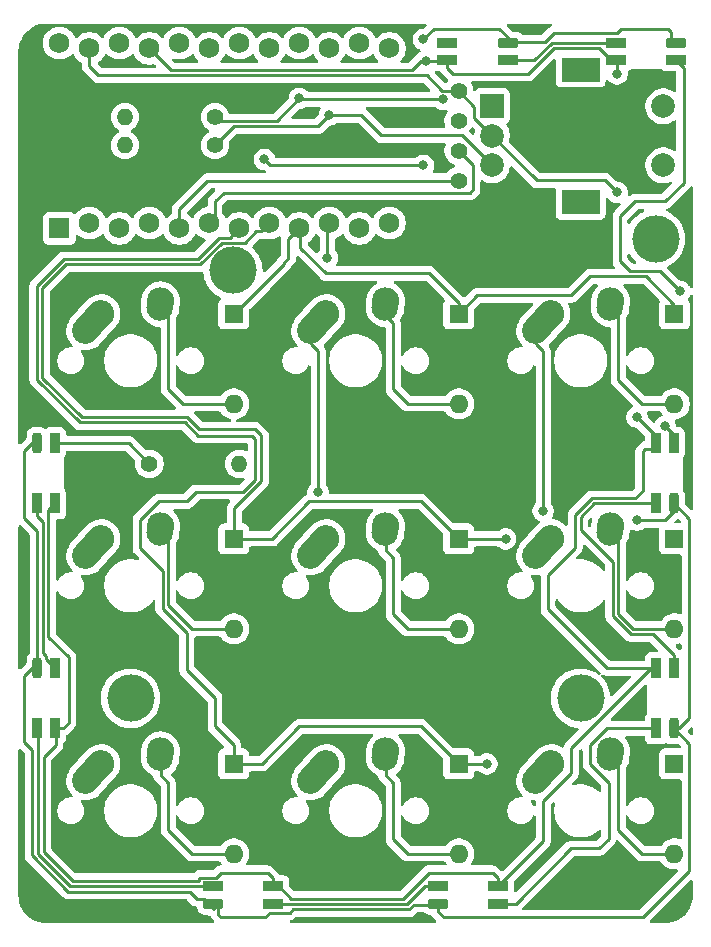
<source format=gbr>
%TF.GenerationSoftware,KiCad,Pcbnew,9.0.3*%
%TF.CreationDate,2025-07-17T06:47:07+08:00*%
%TF.ProjectId,bongopad,626f6e67-6f70-4616-942e-6b696361645f,v1.1*%
%TF.SameCoordinates,Original*%
%TF.FileFunction,Copper,L1,Top*%
%TF.FilePolarity,Positive*%
%FSLAX46Y46*%
G04 Gerber Fmt 4.6, Leading zero omitted, Abs format (unit mm)*
G04 Created by KiCad (PCBNEW 9.0.3) date 2025-07-17 06:47:07*
%MOMM*%
%LPD*%
G01*
G04 APERTURE LIST*
G04 Aperture macros list*
%AMRoundRect*
0 Rectangle with rounded corners*
0 $1 Rounding radius*
0 $2 $3 $4 $5 $6 $7 $8 $9 X,Y pos of 4 corners*
0 Add a 4 corners polygon primitive as box body*
4,1,4,$2,$3,$4,$5,$6,$7,$8,$9,$2,$3,0*
0 Add four circle primitives for the rounded corners*
1,1,$1+$1,$2,$3*
1,1,$1+$1,$4,$5*
1,1,$1+$1,$6,$7*
1,1,$1+$1,$8,$9*
0 Add four rect primitives between the rounded corners*
20,1,$1+$1,$2,$3,$4,$5,0*
20,1,$1+$1,$4,$5,$6,$7,0*
20,1,$1+$1,$6,$7,$8,$9,0*
20,1,$1+$1,$8,$9,$2,$3,0*%
%AMHorizOval*
0 Thick line with rounded ends*
0 $1 width*
0 $2 $3 position (X,Y) of the first rounded end (center of the circle)*
0 $4 $5 position (X,Y) of the second rounded end (center of the circle)*
0 Add line between two ends*
20,1,$1,$2,$3,$4,$5,0*
0 Add two circle primitives to create the rounded ends*
1,1,$1,$2,$3*
1,1,$1,$4,$5*%
G04 Aperture macros list end*
%TA.AperFunction,ComponentPad*%
%ADD10C,1.397000*%
%TD*%
%TA.AperFunction,ComponentPad*%
%ADD11R,1.752600X1.752600*%
%TD*%
%TA.AperFunction,ComponentPad*%
%ADD12C,1.752600*%
%TD*%
%TA.AperFunction,ComponentPad*%
%ADD13HorizOval,2.250000X0.655001X0.730000X-0.655001X-0.730000X0*%
%TD*%
%TA.AperFunction,ComponentPad*%
%ADD14C,2.250000*%
%TD*%
%TA.AperFunction,ComponentPad*%
%ADD15HorizOval,2.250000X0.020000X0.290000X-0.020000X-0.290000X0*%
%TD*%
%TA.AperFunction,SMDPad,CuDef*%
%ADD16R,0.820000X1.700000*%
%TD*%
%TA.AperFunction,SMDPad,CuDef*%
%ADD17RoundRect,0.205000X0.205000X-0.645000X0.205000X0.645000X-0.205000X0.645000X-0.205000X-0.645000X0*%
%TD*%
%TA.AperFunction,SMDPad,CuDef*%
%ADD18R,1.700000X0.820000*%
%TD*%
%TA.AperFunction,SMDPad,CuDef*%
%ADD19RoundRect,0.205000X0.645000X0.205000X-0.645000X0.205000X-0.645000X-0.205000X0.645000X-0.205000X0*%
%TD*%
%TA.AperFunction,SMDPad,CuDef*%
%ADD20RoundRect,0.205000X-0.205000X0.645000X-0.205000X-0.645000X0.205000X-0.645000X0.205000X0.645000X0*%
%TD*%
%TA.AperFunction,SMDPad,CuDef*%
%ADD21RoundRect,0.205000X-0.645000X-0.205000X0.645000X-0.205000X0.645000X0.205000X-0.645000X0.205000X0*%
%TD*%
%TA.AperFunction,WasherPad*%
%ADD22R,3.200000X2.000000*%
%TD*%
%TA.AperFunction,ComponentPad*%
%ADD23R,2.000000X2.000000*%
%TD*%
%TA.AperFunction,ComponentPad*%
%ADD24C,2.000000*%
%TD*%
%TA.AperFunction,ComponentPad*%
%ADD25C,1.400000*%
%TD*%
%TA.AperFunction,ComponentPad*%
%ADD26O,1.400000X1.400000*%
%TD*%
%TA.AperFunction,ComponentPad*%
%ADD27R,1.600000X1.600000*%
%TD*%
%TA.AperFunction,ComponentPad*%
%ADD28O,1.600000X1.600000*%
%TD*%
%TA.AperFunction,ComponentPad*%
%ADD29C,0.500000*%
%TD*%
%TA.AperFunction,ComponentPad*%
%ADD30C,4.000000*%
%TD*%
%TA.AperFunction,ViaPad*%
%ADD31C,0.800000*%
%TD*%
%TA.AperFunction,Conductor*%
%ADD32C,0.250000*%
%TD*%
G04 APERTURE END LIST*
D10*
%TO.P,OL1,1,SDA*%
%TO.N,SDA*%
X160337500Y-80803750D03*
%TO.P,OL1,2,SCL*%
%TO.N,SCL*%
X160337500Y-78263750D03*
%TO.P,OL1,3,VCC*%
%TO.N,VCC*%
X160337500Y-75723750D03*
%TO.P,OL1,4,GND*%
%TO.N,GND*%
X160337500Y-73183750D03*
%TD*%
D11*
%TO.P,U1,1,TX0/D3*%
%TO.N,unconnected-(U1-Pad1)*%
X126523750Y-84842350D03*
D12*
%TO.P,U1,2,RX1/D2*%
%TO.N,unconnected-(U1-Pad2)*%
X129063750Y-84385150D03*
%TO.P,U1,3,GND*%
%TO.N,unconnected-(U1-Pad3)*%
X131603750Y-84842350D03*
%TO.P,U1,4,GND*%
%TO.N,unconnected-(U1-Pad4)*%
X134143750Y-84385150D03*
%TO.P,U1,5,2/D1/SDA*%
%TO.N,SDA*%
X136683750Y-84842350D03*
%TO.P,U1,6,3/D0/SCL*%
%TO.N,SCL*%
X139223750Y-84385150D03*
%TO.P,U1,7,4/D4*%
%TO.N,row3*%
X141763750Y-84842350D03*
%TO.P,U1,8,5/C6*%
%TO.N,row2*%
X144303750Y-84385150D03*
%TO.P,U1,9,6/D7*%
%TO.N,row1*%
X146843750Y-84842350D03*
%TO.P,U1,10,7/E6*%
%TO.N,DIN*%
X149383750Y-84385150D03*
%TO.P,U1,11,8/B4*%
%TO.N,unconnected-(U1-Pad11)*%
X151923750Y-84842350D03*
%TO.P,U1,12,9/B5*%
%TO.N,unconnected-(U1-Pad12)*%
X154463750Y-84385150D03*
%TO.P,U1,13,B6/10*%
%TO.N,audio*%
X154463750Y-69602350D03*
%TO.P,U1,14,B2/16*%
%TO.N,unconnected-(U1-Pad14)*%
X151923750Y-69145150D03*
%TO.P,U1,15,B3/14*%
%TO.N,rotaryB*%
X149383750Y-69602350D03*
%TO.P,U1,16,B1/15*%
%TO.N,rotaryA*%
X146843750Y-69145150D03*
%TO.P,U1,17,F7/A0*%
%TO.N,row0*%
X144303750Y-69602350D03*
%TO.P,U1,18,F6/A1*%
%TO.N,colomn3*%
X141763750Y-69145150D03*
%TO.P,U1,19,F5/A2*%
%TO.N,colomn2*%
X139223750Y-69602350D03*
%TO.P,U1,20,F4/A3*%
%TO.N,colomn1*%
X136683750Y-69145150D03*
%TO.P,U1,21,VCC*%
%TO.N,VCC*%
X134143750Y-69602350D03*
%TO.P,U1,22,RST*%
%TO.N,unconnected-(U1-Pad22)*%
X131603750Y-69145150D03*
%TO.P,U1,23,GND*%
%TO.N,GND*%
X129063750Y-69602350D03*
%TO.P,U1,24,RAW*%
%TO.N,unconnected-(U1-Pad24)*%
X126523750Y-69145150D03*
%TD*%
D13*
%TO.P,MX8,1,COL*%
%TO.N,colomn3*%
X167501251Y-111823750D03*
D14*
X168156250Y-111093750D03*
D15*
%TO.P,MX8,2,ROW*%
%TO.N,Net-(D8-Pad2)*%
X173176250Y-110303750D03*
D14*
X173196250Y-110013750D03*
%TD*%
%TO.P,MX7,1,COL*%
%TO.N,colomn3*%
X168156250Y-92043750D03*
D13*
X167501251Y-92773750D03*
D14*
%TO.P,MX7,2,ROW*%
%TO.N,Net-(D7-Pad2)*%
X173196250Y-90963750D03*
D15*
X173176250Y-91253750D03*
%TD*%
D13*
%TO.P,MX6,1,COL*%
%TO.N,colomn2*%
X148451251Y-130873750D03*
D14*
X149106250Y-130143750D03*
%TO.P,MX6,2,ROW*%
%TO.N,Net-(D6-Pad2)*%
X154146250Y-129063750D03*
D15*
X154126250Y-129353750D03*
%TD*%
D13*
%TO.P,MX5,1,COL*%
%TO.N,colomn2*%
X148451251Y-111823750D03*
D14*
X149106250Y-111093750D03*
%TO.P,MX5,2,ROW*%
%TO.N,Net-(D5-Pad2)*%
X154146250Y-110013750D03*
D15*
X154126250Y-110303750D03*
%TD*%
D13*
%TO.P,MX4,1,COL*%
%TO.N,colomn2*%
X148451251Y-92773750D03*
D14*
X149106250Y-92043750D03*
%TO.P,MX4,2,ROW*%
%TO.N,Net-(D4-Pad2)*%
X154146250Y-90963750D03*
D15*
X154126250Y-91253750D03*
%TD*%
D13*
%TO.P,MX3,1,COL*%
%TO.N,colomn1*%
X129401251Y-130873750D03*
D14*
X130056250Y-130143750D03*
%TO.P,MX3,2,ROW*%
%TO.N,Net-(D3-Pad2)*%
X135096250Y-129063750D03*
D15*
X135076250Y-129353750D03*
%TD*%
D13*
%TO.P,MX9,1,COL*%
%TO.N,colomn3*%
X167501251Y-130873750D03*
D14*
X168156250Y-130143750D03*
D15*
%TO.P,MX9,2,ROW*%
%TO.N,Net-(D9-Pad2)*%
X173176250Y-129353750D03*
D14*
X173196250Y-129063750D03*
%TD*%
%TO.P,MX2,1,COL*%
%TO.N,colomn1*%
X130056250Y-111093750D03*
D13*
X129401251Y-111823750D03*
D14*
%TO.P,MX2,2,ROW*%
%TO.N,Net-(D2-Pad2)*%
X135096250Y-110013750D03*
D15*
X135076250Y-110303750D03*
%TD*%
D14*
%TO.P,MX1,1,COL*%
%TO.N,colomn1*%
X130056250Y-92043750D03*
D13*
X129401251Y-92773750D03*
D15*
%TO.P,MX1,2,ROW*%
%TO.N,Net-(D1-Pad2)*%
X135076250Y-91253750D03*
D14*
X135096250Y-90963750D03*
%TD*%
D16*
%TO.P,LED1,1,VDD*%
%TO.N,VCC*%
X126162500Y-108118750D03*
%TO.P,LED1,2,DOUT*%
%TO.N,Net-(LED1-Pad2)*%
X124662500Y-108118750D03*
D17*
%TO.P,LED1,3,VSS*%
%TO.N,GND*%
X124662500Y-103018750D03*
D16*
%TO.P,LED1,4,DIN*%
%TO.N,Net-(LED1-Pad4)*%
X126162500Y-103018750D03*
%TD*%
D18*
%TO.P,LED4,1,VDD*%
%TO.N,VCC*%
X163681250Y-140537500D03*
%TO.P,LED4,2,DOUT*%
%TO.N,Net-(LED4-Pad2)*%
X163681250Y-142037500D03*
D19*
%TO.P,LED4,3,VSS*%
%TO.N,GND*%
X158581250Y-142037500D03*
D18*
%TO.P,LED4,4,DIN*%
%TO.N,Net-(LED3-Pad2)*%
X158581250Y-140537500D03*
%TD*%
D16*
%TO.P,LED5,1,VDD*%
%TO.N,VCC*%
X177050000Y-122068750D03*
%TO.P,LED5,2,DOUT*%
%TO.N,Net-(LED5-Pad2)*%
X178550000Y-122068750D03*
D20*
%TO.P,LED5,3,VSS*%
%TO.N,GND*%
X178550000Y-127168750D03*
D16*
%TO.P,LED5,4,DIN*%
%TO.N,Net-(LED4-Pad2)*%
X177050000Y-127168750D03*
%TD*%
%TO.P,LED6,1,VDD*%
%TO.N,VCC*%
X177050000Y-103018750D03*
%TO.P,LED6,2,DOUT*%
%TO.N,Net-(LED6-Pad2)*%
X178550000Y-103018750D03*
D20*
%TO.P,LED6,3,VSS*%
%TO.N,GND*%
X178550000Y-108118750D03*
D16*
%TO.P,LED6,4,DIN*%
%TO.N,Net-(LED5-Pad2)*%
X177050000Y-108118750D03*
%TD*%
D18*
%TO.P,LED7,1,VDD*%
%TO.N,VCC*%
X173662500Y-70600000D03*
%TO.P,LED7,2,DOUT*%
%TO.N,Net-(LED7-Pad2)*%
X173662500Y-69100000D03*
D21*
%TO.P,LED7,3,VSS*%
%TO.N,GND*%
X178762500Y-69100000D03*
D18*
%TO.P,LED7,4,DIN*%
%TO.N,Net-(LED6-Pad2)*%
X178762500Y-70600000D03*
%TD*%
%TO.P,LED8,1,VDD*%
%TO.N,VCC*%
X159375000Y-70600000D03*
%TO.P,LED8,2,DOUT*%
%TO.N,unconnected-(LED8-Pad2)*%
X159375000Y-69100000D03*
D21*
%TO.P,LED8,3,VSS*%
%TO.N,GND*%
X164475000Y-69100000D03*
D18*
%TO.P,LED8,4,DIN*%
%TO.N,Net-(LED7-Pad2)*%
X164475000Y-70600000D03*
%TD*%
%TO.P,LED3,1,VDD*%
%TO.N,VCC*%
X144631250Y-140537500D03*
%TO.P,LED3,2,DOUT*%
%TO.N,Net-(LED3-Pad2)*%
X144631250Y-142037500D03*
D19*
%TO.P,LED3,3,VSS*%
%TO.N,GND*%
X139531250Y-142037500D03*
D18*
%TO.P,LED3,4,DIN*%
%TO.N,Net-(LED2-Pad2)*%
X139531250Y-140537500D03*
%TD*%
D16*
%TO.P,LED2,1,VDD*%
%TO.N,VCC*%
X126162500Y-127168750D03*
%TO.P,LED2,2,DOUT*%
%TO.N,Net-(LED2-Pad2)*%
X124662500Y-127168750D03*
D17*
%TO.P,LED2,3,VSS*%
%TO.N,GND*%
X124662500Y-122068750D03*
D16*
%TO.P,LED2,4,DIN*%
%TO.N,Net-(LED1-Pad2)*%
X126162500Y-122068750D03*
%TD*%
D22*
%TO.P,SW1,*%
%TO.N,*%
X170656250Y-71393750D03*
X170656250Y-82593750D03*
D23*
%TO.P,SW1,A,A*%
%TO.N,rotaryA*%
X163156250Y-74493750D03*
D24*
%TO.P,SW1,B,B*%
%TO.N,rotaryB*%
X163156250Y-79493750D03*
%TO.P,SW1,C,C*%
%TO.N,GND*%
X163156250Y-76993750D03*
%TO.P,SW1,S1,S1*%
%TO.N,colomn1*%
X177656250Y-79493750D03*
%TO.P,SW1,S2,S2*%
%TO.N,row0*%
X177656250Y-74493750D03*
%TD*%
D25*
%TO.P,R2,1*%
%TO.N,rotaryB*%
X139700000Y-77787500D03*
D26*
%TO.P,R2,2*%
%TO.N,VCC*%
X132080000Y-77787500D03*
%TD*%
D25*
%TO.P,R1,1*%
%TO.N,rotaryA*%
X139700000Y-75406250D03*
D26*
%TO.P,R1,2*%
%TO.N,VCC*%
X132080000Y-75406250D03*
%TD*%
D27*
%TO.P,D1,1,K*%
%TO.N,row1*%
X141287500Y-92075000D03*
D28*
%TO.P,D1,2,A*%
%TO.N,Net-(D1-Pad2)*%
X141287500Y-99695000D03*
%TD*%
D27*
%TO.P,D2,1,K*%
%TO.N,row2*%
X141287500Y-111125000D03*
D28*
%TO.P,D2,2,A*%
%TO.N,Net-(D2-Pad2)*%
X141287500Y-118745000D03*
%TD*%
D27*
%TO.P,D3,1,K*%
%TO.N,row3*%
X141287500Y-130175000D03*
D28*
%TO.P,D3,2,A*%
%TO.N,Net-(D3-Pad2)*%
X141287500Y-137795000D03*
%TD*%
D27*
%TO.P,D5,1,K*%
%TO.N,row2*%
X160337500Y-111125000D03*
D28*
%TO.P,D5,2,A*%
%TO.N,Net-(D5-Pad2)*%
X160337500Y-118745000D03*
%TD*%
D27*
%TO.P,D7,1,K*%
%TO.N,row1*%
X178593750Y-92075000D03*
D28*
%TO.P,D7,2,A*%
%TO.N,Net-(D7-Pad2)*%
X178593750Y-99695000D03*
%TD*%
D27*
%TO.P,D8,1,K*%
%TO.N,row2*%
X178593750Y-111125000D03*
D28*
%TO.P,D8,2,A*%
%TO.N,Net-(D8-Pad2)*%
X178593750Y-118745000D03*
%TD*%
D27*
%TO.P,D9,1,K*%
%TO.N,row3*%
X178593750Y-130175000D03*
D28*
%TO.P,D9,2,A*%
%TO.N,Net-(D9-Pad2)*%
X178593750Y-137795000D03*
%TD*%
D27*
%TO.P,D6,1,K*%
%TO.N,row3*%
X160337500Y-130175000D03*
D28*
%TO.P,D6,2,A*%
%TO.N,Net-(D6-Pad2)*%
X160337500Y-137795000D03*
%TD*%
D25*
%TO.P,R3,1*%
%TO.N,Net-(LED1-Pad4)*%
X134143750Y-104775000D03*
D26*
%TO.P,R3,2*%
%TO.N,DIN*%
X141763750Y-104775000D03*
%TD*%
D29*
%TO.P,H1,1*%
%TO.N,N/C*%
X142724000Y-88392000D03*
X140164000Y-87332000D03*
X141224000Y-89892000D03*
X141224000Y-86892000D03*
X142284000Y-89452000D03*
X142284000Y-87332000D03*
D30*
X141224000Y-88392000D03*
D29*
X140164000Y-89452000D03*
X139724000Y-88392000D03*
%TD*%
%TO.P,H3,1*%
%TO.N,N/C*%
X131056250Y-124618750D03*
X132556250Y-126118750D03*
X133616250Y-123558750D03*
X131496250Y-123558750D03*
D30*
X132556250Y-124618750D03*
D29*
X133616250Y-125678750D03*
X132556250Y-123118750D03*
X134056250Y-124618750D03*
X131496250Y-125678750D03*
%TD*%
%TO.P,H2,1*%
%TO.N,N/C*%
X175506250Y-85725000D03*
X178506250Y-85725000D03*
D30*
X177006250Y-85725000D03*
D29*
X177006250Y-87225000D03*
X178066250Y-84665000D03*
X175946250Y-84665000D03*
X177006250Y-84225000D03*
X178066250Y-86785000D03*
X175946250Y-86785000D03*
%TD*%
%TO.P,H4,1*%
%TO.N,N/C*%
X172156250Y-124618750D03*
X169596250Y-123558750D03*
X170656250Y-123118750D03*
D30*
X170656250Y-124618750D03*
D29*
X169156250Y-124618750D03*
X169596250Y-125678750D03*
X171716250Y-125678750D03*
X170656250Y-126118750D03*
X171716250Y-123558750D03*
%TD*%
D27*
%TO.P,D4,1,K*%
%TO.N,row1*%
X160337500Y-92075000D03*
D28*
%TO.P,D4,2,A*%
%TO.N,Net-(D4-Pad2)*%
X160337500Y-99695000D03*
%TD*%
D31*
%TO.N,row2*%
X164306250Y-111125000D03*
%TO.N,row3*%
X162718750Y-130175000D03*
%TO.N,colomn1*%
X143891000Y-78994000D03*
X157353000Y-79502000D03*
%TO.N,colomn2*%
X148431250Y-107156250D03*
%TO.N,colomn3*%
X167481250Y-108743750D03*
%TO.N,GND*%
X173736000Y-81787994D03*
X157353000Y-68834000D03*
X175418750Y-109537500D03*
%TO.N,VCC*%
X157575250Y-70643750D03*
X173736000Y-71755000D03*
X175418750Y-100806250D03*
%TO.N,rotaryA*%
X146843750Y-73818750D03*
X159004000Y-73914000D03*
%TO.N,rotaryB*%
X149383750Y-75247500D03*
%TO.N,DIN*%
X149225000Y-87312500D03*
%TO.N,Net-(LED6-Pad2)*%
X177800000Y-101600000D03*
X179070000Y-90170000D03*
%TD*%
D32*
%TO.N,Net-(D1-Pad2)*%
X135731250Y-98425000D02*
X135731250Y-91598750D01*
X135731250Y-91598750D02*
X135096250Y-90963750D01*
X137001250Y-99695000D02*
X135731250Y-98425000D01*
X141287500Y-99695000D02*
X137001250Y-99695000D01*
%TO.N,row1*%
X145542000Y-87820500D02*
X141287500Y-92075000D01*
X169862500Y-90487500D02*
X161925000Y-90487500D01*
X160337500Y-91122500D02*
X157861000Y-88646000D01*
X160337500Y-92075000D02*
X160337500Y-91122500D01*
X146843750Y-84842350D02*
X145923000Y-85763100D01*
X146939000Y-84937600D02*
X146843750Y-84842350D01*
X149098000Y-88646000D02*
X146939000Y-86487000D01*
X157861000Y-88646000D02*
X149098000Y-88646000D01*
X145923000Y-85763100D02*
X145923000Y-87376000D01*
X171450000Y-88900000D02*
X169862500Y-90487500D01*
X145923000Y-87376000D02*
X145542000Y-87757000D01*
X161925000Y-90487500D02*
X160337500Y-92075000D01*
X176212500Y-88900000D02*
X171450000Y-88900000D01*
X178593750Y-91281250D02*
X176212500Y-88900000D01*
X146939000Y-86487000D02*
X146939000Y-84937600D01*
X145542000Y-87757000D02*
X145542000Y-87820500D01*
X178593750Y-92075000D02*
X178593750Y-91281250D01*
%TO.N,Net-(D2-Pad2)*%
X137795000Y-118745000D02*
X135731250Y-116681250D01*
X135731250Y-110648750D02*
X135096250Y-110013750D01*
X135731250Y-116681250D02*
X135731250Y-110648750D01*
X141287500Y-118745000D02*
X137795000Y-118745000D01*
%TO.N,row2*%
X164306250Y-111125000D02*
X160337500Y-111125000D01*
X143637000Y-106236910D02*
X141351000Y-108522910D01*
X137318750Y-100806250D02*
X138366500Y-101854000D01*
X125095000Y-89916000D02*
X125095000Y-97471090D01*
X147701000Y-107950000D02*
X144526000Y-111125000D01*
X125095000Y-97471090D02*
X128430160Y-100806250D01*
X144303750Y-84385150D02*
X143598900Y-85090000D01*
X160337500Y-111125000D02*
X157162500Y-107950000D01*
X143214304Y-85090000D02*
X142236815Y-86067489D01*
X128430160Y-100806250D02*
X137318750Y-100806250D01*
X157162500Y-107950000D02*
X147701000Y-107950000D01*
X141351000Y-111061500D02*
X141287500Y-111125000D01*
X138444644Y-87884000D02*
X127127000Y-87884000D01*
X142236815Y-86067489D02*
X140261155Y-86067489D01*
X138366500Y-101854000D02*
X143129000Y-101854000D01*
X140261155Y-86067489D02*
X138444644Y-87884000D01*
X127127000Y-87884000D02*
X125095000Y-89916000D01*
X143129000Y-101854000D02*
X143637000Y-102362000D01*
X143598900Y-85090000D02*
X143214304Y-85090000D01*
X143637000Y-102362000D02*
X143637000Y-106236910D01*
X144526000Y-111125000D02*
X141287500Y-111125000D01*
X141351000Y-108522910D02*
X141351000Y-111061500D01*
%TO.N,Net-(D3-Pad2)*%
X135096250Y-131127500D02*
X135096250Y-129063750D01*
X135731250Y-131762500D02*
X135096250Y-131127500D01*
X137795000Y-137795000D02*
X135731250Y-135731250D01*
X141287500Y-137795000D02*
X137795000Y-137795000D01*
X135731250Y-135731250D02*
X135731250Y-131762500D01*
%TO.N,row3*%
X162718750Y-130175000D02*
X160337500Y-130175000D01*
X143668750Y-130175000D02*
X146843750Y-127000000D01*
X141287500Y-128587500D02*
X139700000Y-127000000D01*
X137318750Y-107950000D02*
X138112500Y-107156250D01*
X133350000Y-109537500D02*
X134937500Y-107950000D01*
X124618750Y-97631250D02*
X124618750Y-89693750D01*
X141287500Y-130175000D02*
X143668750Y-130175000D01*
X137132350Y-101256260D02*
X128243760Y-101256260D01*
X143129000Y-106108500D02*
X143129000Y-102647750D01*
X142875000Y-102393750D02*
X138269840Y-102393750D01*
X140988131Y-85617969D02*
X141763750Y-84842350D01*
X137318750Y-122237500D02*
X137318750Y-119062500D01*
X139700000Y-127000000D02*
X139700000Y-124618750D01*
X124618750Y-89693750D02*
X126878020Y-87434480D01*
X137318750Y-119062500D02*
X135281240Y-117024990D01*
X133350000Y-111918750D02*
X133350000Y-109537500D01*
X157162500Y-127000000D02*
X160337500Y-130175000D01*
X135281240Y-117024990D02*
X135281240Y-113849990D01*
X141287500Y-130175000D02*
X141287500Y-128587500D01*
X138112500Y-107156250D02*
X142081250Y-107156250D01*
X142081250Y-107156250D02*
X143129000Y-106108500D01*
X135281240Y-113849990D02*
X133350000Y-111918750D01*
X140074958Y-85617969D02*
X140988131Y-85617969D01*
X138258446Y-87434480D02*
X140074958Y-85617969D01*
X139700000Y-124618750D02*
X137318750Y-122237500D01*
X126878020Y-87434480D02*
X138258446Y-87434480D01*
X146843750Y-127000000D02*
X157162500Y-127000000D01*
X138269840Y-102393750D02*
X137132350Y-101256260D01*
X128243760Y-101256260D02*
X124618750Y-97631250D01*
X143129000Y-102647750D02*
X142875000Y-102393750D01*
X134937500Y-107950000D02*
X137318750Y-107950000D01*
%TO.N,Net-(D4-Pad2)*%
X154781250Y-92868750D02*
X154146250Y-92233750D01*
X160337500Y-99695000D02*
X156051250Y-99695000D01*
X154781250Y-98425000D02*
X154781250Y-92868750D01*
X154146250Y-92233750D02*
X154146250Y-90963750D01*
X156051250Y-99695000D02*
X154781250Y-98425000D01*
%TO.N,Net-(D5-Pad2)*%
X156051250Y-118745000D02*
X154781250Y-117475000D01*
X154146250Y-112077500D02*
X154146250Y-110013750D01*
X154781250Y-112712500D02*
X154146250Y-112077500D01*
X160337500Y-118745000D02*
X156051250Y-118745000D01*
X154781250Y-117475000D02*
X154781250Y-112712500D01*
%TO.N,Net-(D6-Pad2)*%
X160337500Y-137795000D02*
X156051250Y-137795000D01*
X154781250Y-136525000D02*
X154781250Y-131762500D01*
X154781250Y-131762500D02*
X154146250Y-131127500D01*
X154146250Y-131127500D02*
X154146250Y-129063750D01*
X156051250Y-137795000D02*
X154781250Y-136525000D01*
%TO.N,Net-(D7-Pad2)*%
X173831250Y-97631250D02*
X173831250Y-91598750D01*
X173831250Y-91598750D02*
X173196250Y-90963750D01*
X178593750Y-99695000D02*
X175895000Y-99695000D01*
X175895000Y-99695000D02*
X173831250Y-97631250D01*
%TO.N,Net-(D8-Pad2)*%
X173831250Y-117475000D02*
X173831250Y-110648750D01*
X175101250Y-118745000D02*
X173831250Y-117475000D01*
X178593750Y-118745000D02*
X175101250Y-118745000D01*
X173831250Y-110648750D02*
X173196250Y-110013750D01*
%TO.N,Net-(D9-Pad2)*%
X173831250Y-130318750D02*
X173156250Y-129643750D01*
X175895000Y-137795000D02*
X173831250Y-135731250D01*
X173831250Y-135731250D02*
X173831250Y-130318750D01*
X178593750Y-137795000D02*
X175895000Y-137795000D01*
%TO.N,colomn1*%
X144399000Y-79502000D02*
X143891000Y-78994000D01*
X157353000Y-79502000D02*
X144399000Y-79502000D01*
%TO.N,colomn2*%
X147796250Y-93503750D02*
X147796250Y-94615000D01*
X147796250Y-94615000D02*
X148431250Y-95250000D01*
X148431250Y-95250000D02*
X148431250Y-107156250D01*
%TO.N,colomn3*%
X167481250Y-95250000D02*
X167481250Y-108743750D01*
X166846250Y-94615000D02*
X167481250Y-95250000D01*
X166846250Y-93503750D02*
X166846250Y-94615000D01*
%TO.N,GND*%
X158222010Y-67964990D02*
X157353000Y-68834000D01*
X167606840Y-69088000D02*
X164487000Y-69088000D01*
X158581250Y-142706250D02*
X158581250Y-142037500D01*
X123527490Y-103709274D02*
X124218014Y-103018750D01*
X124218014Y-103018750D02*
X124662500Y-103018750D01*
X172720006Y-80772000D02*
X173736000Y-81787994D01*
X178297510Y-68847510D02*
X178297510Y-68190524D01*
X139996240Y-142113000D02*
X139900236Y-142113000D01*
X129831261Y-71887511D02*
X129063750Y-71120000D01*
X173727524Y-68326000D02*
X168368840Y-68326000D01*
X157612511Y-71887511D02*
X129831261Y-71887511D01*
X139531250Y-142481986D02*
X139531250Y-142037500D01*
X178550000Y-127168750D02*
X179831240Y-128449990D01*
X168368840Y-68326000D02*
X167606840Y-69088000D01*
X158581250Y-142037500D02*
X158505750Y-142113000D01*
X139186248Y-142037500D02*
X138753748Y-141605000D01*
X179831240Y-128449990D02*
X179831240Y-139256260D01*
X159047510Y-143172510D02*
X158581250Y-142706250D01*
X179831240Y-126331996D02*
X179831240Y-109399990D01*
X140221774Y-143172510D02*
X139996240Y-142946976D01*
X164475000Y-68655514D02*
X163784476Y-67964990D01*
X178550000Y-108787500D02*
X177800000Y-109537500D01*
X179831240Y-139256260D02*
X175914990Y-143172510D01*
X166934500Y-80772000D02*
X172720006Y-80772000D01*
X146025499Y-142772501D02*
X144340735Y-142772501D01*
X178550000Y-127168750D02*
X178994486Y-127168750D01*
X158505750Y-142113000D02*
X156542160Y-142113000D01*
X129063750Y-71120000D02*
X129063750Y-69602350D01*
X177800000Y-109537500D02*
X175418750Y-109537500D01*
X160337500Y-73183750D02*
X158908750Y-73183750D01*
X139531250Y-142037500D02*
X139186248Y-142037500D01*
X124206000Y-137924822D02*
X124206000Y-128968500D01*
X124662500Y-110486125D02*
X123527490Y-109351115D01*
X124206000Y-128968500D02*
X123527490Y-128289990D01*
X139900236Y-142113000D02*
X139531250Y-142481986D01*
X174088534Y-67964990D02*
X173727524Y-68326000D01*
X178071976Y-67964990D02*
X174088534Y-67964990D01*
X178297510Y-68190524D02*
X178071976Y-67964990D01*
X124218014Y-122068750D02*
X124662500Y-122068750D01*
X175914990Y-143172510D02*
X159047510Y-143172510D01*
X146310490Y-142487510D02*
X146025499Y-142772501D01*
X163784476Y-67964990D02*
X158222010Y-67964990D01*
X163156250Y-76993750D02*
X166934500Y-80772000D01*
X138753748Y-141605000D02*
X138176000Y-141605000D01*
X158908750Y-73183750D02*
X157612511Y-71887511D01*
X178994486Y-127168750D02*
X179831240Y-126331996D01*
X163156250Y-76993750D02*
X161671000Y-75508500D01*
X161671000Y-74517250D02*
X160337500Y-73183750D01*
X123527490Y-128289990D02*
X123527490Y-122759274D01*
X161671000Y-75508500D02*
X161671000Y-74517250D01*
X178550000Y-69100000D02*
X178297510Y-68847510D01*
X124662500Y-122068750D02*
X124662500Y-110486125D01*
X179831240Y-109399990D02*
X178550000Y-108118750D01*
X144340735Y-142772501D02*
X143940726Y-143172510D01*
X164475000Y-69100000D02*
X164475000Y-68655514D01*
X139996240Y-142946976D02*
X139996240Y-142113000D01*
X156167650Y-142487510D02*
X146310490Y-142487510D01*
X123527490Y-122759274D02*
X124218014Y-122068750D01*
X156542160Y-142113000D02*
X156167650Y-142487510D01*
X143940726Y-143172510D02*
X140221774Y-143172510D01*
X178550000Y-108118750D02*
X178550000Y-108787500D01*
X137558510Y-140987510D02*
X127268689Y-140987510D01*
X123527490Y-109351115D02*
X123527490Y-103709274D01*
X138176000Y-141605000D02*
X137558510Y-140987510D01*
X164487000Y-69088000D02*
X164475000Y-69100000D01*
X127268689Y-140987510D02*
X124206000Y-137924822D01*
%TO.N,VCC*%
X157575250Y-70643750D02*
X159331250Y-70643750D01*
X125222000Y-129571750D02*
X125222000Y-137668000D01*
X177050000Y-103483740D02*
X176140524Y-103483740D01*
X126206250Y-128587500D02*
X125222000Y-129571750D01*
X126206250Y-127212500D02*
X126206250Y-128587500D01*
X135978900Y-71437500D02*
X156368750Y-71437500D01*
X170206240Y-111860760D02*
X167894000Y-114173000D01*
X175914990Y-107041010D02*
X175287260Y-107668740D01*
X171094850Y-69550010D02*
X172172510Y-69550010D01*
X139821765Y-139802499D02*
X140221774Y-139402490D01*
X177050000Y-122068750D02*
X176605514Y-122068750D01*
X176605514Y-122068750D02*
X169862500Y-128811764D01*
X125222000Y-137668000D02*
X127641490Y-140087490D01*
X163681250Y-140537500D02*
X163681250Y-139877500D01*
X175914990Y-103709274D02*
X175914990Y-107041010D01*
X125603000Y-108678250D02*
X125603000Y-119427625D01*
X169862500Y-128811764D02*
X169862500Y-130968750D01*
X126162500Y-127168750D02*
X126206250Y-127212500D01*
X177050000Y-103018750D02*
X177050000Y-103483740D01*
X167481250Y-133350000D02*
X167481250Y-136737500D01*
X170206240Y-109066760D02*
X170206240Y-111860760D01*
X140221774Y-139402490D02*
X144156240Y-139402490D01*
X144631250Y-139877500D02*
X144631250Y-140537500D01*
X159375000Y-71260000D02*
X159850010Y-71735010D01*
X169862500Y-130968750D02*
X167481250Y-133350000D01*
X157162500Y-70643750D02*
X157575250Y-70643750D01*
X134143750Y-69602350D02*
X135978900Y-71437500D01*
X163206240Y-139402490D02*
X157777510Y-139402490D01*
X177050000Y-102437500D02*
X175418750Y-100806250D01*
X126162500Y-108118750D02*
X125603000Y-108678250D01*
X159850010Y-71735010D02*
X166232650Y-71735010D01*
X176140524Y-103483740D02*
X175914990Y-103709274D01*
X156368750Y-71437500D02*
X157162500Y-70643750D01*
X138356249Y-140087490D02*
X138356249Y-139867499D01*
X138356249Y-139867499D02*
X138421249Y-139802499D01*
X172172510Y-69550010D02*
X173222500Y-70600000D01*
X159375000Y-70600000D02*
X159375000Y-71260000D01*
X146159490Y-141587490D02*
X145109500Y-140537500D01*
X166232650Y-71735010D02*
X168417650Y-69550010D01*
X144156240Y-139402490D02*
X144631250Y-139877500D01*
X175287260Y-107668740D02*
X171604259Y-107668741D01*
X159375000Y-71044486D02*
X159375000Y-70600000D01*
X167894000Y-117094000D02*
X172868750Y-122068750D01*
X127297510Y-121122135D02*
X127297510Y-126693740D01*
X177050000Y-103018750D02*
X177050000Y-102437500D01*
X138421249Y-139802499D02*
X139821765Y-139802499D01*
X145109500Y-140537500D02*
X144631250Y-140537500D01*
X159331250Y-70643750D02*
X159375000Y-70600000D01*
X127641490Y-140087490D02*
X138356249Y-140087490D01*
X125603000Y-119427625D02*
X127297510Y-121122135D01*
X157777510Y-139402490D02*
X155592510Y-141587490D01*
X172868750Y-122068750D02*
X177050000Y-122068750D01*
X163681250Y-139877500D02*
X163206240Y-139402490D01*
X168417650Y-69550010D02*
X171094850Y-69550010D01*
X173222500Y-70600000D02*
X173662500Y-70600000D01*
X155592510Y-141587490D02*
X146159490Y-141587490D01*
X167894000Y-114173000D02*
X167894000Y-117094000D01*
X126822500Y-127168750D02*
X126162500Y-127168750D01*
X173736000Y-71755000D02*
X173736000Y-70673500D01*
X167481250Y-136737500D02*
X163681250Y-140537500D01*
X127297510Y-126693740D02*
X126822500Y-127168750D01*
X173736000Y-70673500D02*
X173662500Y-70600000D01*
X171604259Y-107668741D02*
X170206240Y-109066760D01*
%TO.N,SCL*%
X139223750Y-84385150D02*
X139700000Y-83908900D01*
X161250749Y-81827251D02*
X161544000Y-81534000D01*
X161544000Y-79470250D02*
X160337500Y-78263750D01*
X140422749Y-81827251D02*
X161250749Y-81827251D01*
X139700000Y-82550000D02*
X140422749Y-81827251D01*
X139700000Y-83908900D02*
X139700000Y-82550000D01*
X139223750Y-84613750D02*
X139700000Y-84137500D01*
X161544000Y-81534000D02*
X161544000Y-79470250D01*
%TO.N,SDA*%
X160337500Y-80803750D02*
X139065000Y-80803750D01*
X136683750Y-83185000D02*
X136683750Y-84842350D01*
X139065000Y-80803750D02*
X136683750Y-83185000D01*
%TO.N,rotaryA*%
X140044230Y-75750480D02*
X144912020Y-75750480D01*
X144912020Y-75750480D02*
X146843750Y-73818750D01*
X159004000Y-73914000D02*
X146939000Y-73914000D01*
X146939000Y-73914000D02*
X146843750Y-73818750D01*
X139700000Y-75406250D02*
X140044230Y-75750480D01*
%TO.N,rotaryB*%
X153797000Y-76962000D02*
X152082500Y-75247500D01*
X163156250Y-79493750D02*
X160624500Y-76962000D01*
X148431250Y-76200000D02*
X141287500Y-76200000D01*
X152082500Y-75247500D02*
X149383750Y-75247500D01*
X160624500Y-76962000D02*
X153797000Y-76962000D01*
X149383750Y-75247500D02*
X148431250Y-76200000D01*
X141287500Y-76200000D02*
X139700000Y-77787500D01*
%TO.N,DIN*%
X149225000Y-87312500D02*
X149225000Y-84543900D01*
X149225000Y-84543900D02*
X149383750Y-84385150D01*
%TO.N,Net-(LED1-Pad4)*%
X132387500Y-103018750D02*
X126162500Y-103018750D01*
X134143750Y-104775000D02*
X132387500Y-103018750D01*
%TO.N,Net-(LED1-Pad2)*%
X125397510Y-121031000D02*
X125397510Y-121303760D01*
X125397510Y-121303760D02*
X126162500Y-122068750D01*
X125112510Y-109668760D02*
X125112510Y-120746000D01*
X124662500Y-108118750D02*
X124662500Y-109218750D01*
X124662500Y-109218750D02*
X125112510Y-109668760D01*
X125112510Y-120746000D02*
X125397510Y-121031000D01*
%TO.N,Net-(LED2-Pad2)*%
X124662500Y-127168750D02*
X124714000Y-127220250D01*
X124714000Y-137796411D02*
X127455089Y-140537500D01*
X127455089Y-140537500D02*
X139531250Y-140537500D01*
X124714000Y-127220250D02*
X124714000Y-137796411D01*
%TO.N,Net-(LED3-Pad2)*%
X158581250Y-140537500D02*
X157481250Y-140537500D01*
X155981250Y-142037500D02*
X144631250Y-142037500D01*
X157481250Y-140537500D02*
X155981250Y-142037500D01*
%TO.N,Net-(LED4-Pad2)*%
X171450000Y-128587500D02*
X172868750Y-127168750D01*
X165143750Y-142037500D02*
X169862500Y-137318750D01*
X176381250Y-127168750D02*
X177050000Y-127168750D01*
X172868750Y-127168750D02*
X176381250Y-127168750D01*
X173037500Y-136525000D02*
X173037500Y-131762500D01*
X173037500Y-131762500D02*
X171450000Y-130175000D01*
X169862500Y-137318750D02*
X172243750Y-137318750D01*
X172243750Y-137318750D02*
X173037500Y-136525000D01*
X163681250Y-142037500D02*
X165143750Y-142037500D01*
X171450000Y-130175000D02*
X171450000Y-128587500D01*
%TO.N,Net-(LED5-Pad2)*%
X178550000Y-120968750D02*
X176776260Y-119195010D01*
X176776260Y-119195010D02*
X174914849Y-119195009D01*
X170656250Y-110331250D02*
X170656250Y-109253160D01*
X171790660Y-108118750D02*
X177050000Y-108118750D01*
X174914849Y-119195009D02*
X173381240Y-117661400D01*
X178550000Y-122068750D02*
X178550000Y-120968750D01*
X173381240Y-117661400D02*
X173381240Y-113056240D01*
X170656250Y-109253160D02*
X171790660Y-108118750D01*
X173381240Y-113056240D02*
X170656250Y-110331250D01*
%TO.N,Net-(LED6-Pad2)*%
X173990000Y-87630000D02*
X173990000Y-83820000D01*
X177350480Y-88450480D02*
X174810480Y-88450480D01*
X174810480Y-88450480D02*
X173990000Y-87630000D01*
X179070000Y-90170000D02*
X177350480Y-88450480D01*
X177800000Y-82550000D02*
X179387500Y-80962500D01*
X175260000Y-82550000D02*
X177800000Y-82550000D01*
X178550000Y-103018750D02*
X178550000Y-102350000D01*
X178550000Y-102350000D02*
X177800000Y-101600000D01*
X179387500Y-71225000D02*
X178762500Y-70600000D01*
X179387500Y-80962500D02*
X179387500Y-71225000D01*
X173990000Y-83820000D02*
X175260000Y-82550000D01*
%TO.N,Net-(LED7-Pad2)*%
X171281250Y-69100000D02*
X173662500Y-69100000D01*
X166731250Y-70600000D02*
X164475000Y-70600000D01*
X168231250Y-69100000D02*
X166731250Y-70600000D01*
X171281250Y-69100000D02*
X168231250Y-69100000D01*
%TD*%
%TA.AperFunction,NonConductor*%
G36*
X168098986Y-67497475D02*
G01*
X168110371Y-67496252D01*
X168132439Y-67507298D01*
X168156121Y-67514252D01*
X168163619Y-67522906D01*
X168173858Y-67528031D01*
X168186450Y-67549254D01*
X168202614Y-67567908D01*
X168204243Y-67579242D01*
X168210086Y-67589089D01*
X168209205Y-67613750D01*
X168212718Y-67638182D01*
X168207960Y-67648598D01*
X168207552Y-67660041D01*
X168193475Y-67680314D01*
X168183224Y-67702762D01*
X168172541Y-67710465D01*
X168167061Y-67718359D01*
X168136219Y-67736657D01*
X168079023Y-67760350D01*
X168068765Y-67764599D01*
X167965007Y-67833927D01*
X167381341Y-68417595D01*
X167319028Y-68451620D01*
X167292245Y-68454500D01*
X165740732Y-68454500D01*
X165672611Y-68434498D01*
X165651637Y-68417595D01*
X165565557Y-68331515D01*
X165565551Y-68331510D01*
X165486021Y-68282455D01*
X165423591Y-68243947D01*
X165265264Y-68191484D01*
X165265262Y-68191483D01*
X165265260Y-68191483D01*
X165167548Y-68181500D01*
X165167540Y-68181500D01*
X164949080Y-68181500D01*
X164880959Y-68161498D01*
X164859985Y-68144595D01*
X164424735Y-67709345D01*
X164390709Y-67647033D01*
X164395774Y-67576218D01*
X164438321Y-67519382D01*
X164504841Y-67494571D01*
X164513830Y-67494250D01*
X168088000Y-67494250D01*
X168098986Y-67497475D01*
G37*
%TD.AperFunction*%
%TA.AperFunction,NonConductor*%
G36*
X150849374Y-70038702D02*
G01*
X150882875Y-70062679D01*
X151021607Y-70201411D01*
X151021610Y-70201413D01*
X151021613Y-70201416D01*
X151197957Y-70329537D01*
X151392171Y-70428494D01*
X151599475Y-70495852D01*
X151814764Y-70529950D01*
X151814767Y-70529950D01*
X152032733Y-70529950D01*
X152032736Y-70529950D01*
X152248025Y-70495852D01*
X152455329Y-70428494D01*
X152649543Y-70329537D01*
X152825887Y-70201416D01*
X152964625Y-70062677D01*
X153026935Y-70028654D01*
X153097751Y-70033718D01*
X153154587Y-70076265D01*
X153173551Y-70112833D01*
X153180406Y-70133929D01*
X153271283Y-70312285D01*
X153279365Y-70328146D01*
X153280376Y-70329537D01*
X153407484Y-70504487D01*
X153407486Y-70504489D01*
X153407488Y-70504492D01*
X153491901Y-70588905D01*
X153525927Y-70651217D01*
X153520862Y-70722032D01*
X153478315Y-70778868D01*
X153411795Y-70803679D01*
X153402806Y-70804000D01*
X150444694Y-70804000D01*
X150376573Y-70783998D01*
X150330080Y-70730342D01*
X150319976Y-70660068D01*
X150349470Y-70595488D01*
X150355599Y-70588905D01*
X150440011Y-70504492D01*
X150440016Y-70504487D01*
X150568137Y-70328143D01*
X150667094Y-70133929D01*
X150673947Y-70112838D01*
X150714021Y-70054232D01*
X150779417Y-70026595D01*
X150849374Y-70038702D01*
G37*
%TD.AperFunction*%
%TA.AperFunction,NonConductor*%
G36*
X145769374Y-70038702D02*
G01*
X145802875Y-70062679D01*
X145941607Y-70201411D01*
X145941610Y-70201413D01*
X145941613Y-70201416D01*
X146117957Y-70329537D01*
X146312171Y-70428494D01*
X146519475Y-70495852D01*
X146734764Y-70529950D01*
X146734767Y-70529950D01*
X146952733Y-70529950D01*
X146952736Y-70529950D01*
X147168025Y-70495852D01*
X147375329Y-70428494D01*
X147569543Y-70329537D01*
X147745887Y-70201416D01*
X147884625Y-70062677D01*
X147887074Y-70061340D01*
X147888517Y-70058948D01*
X147918053Y-70044424D01*
X147946935Y-70028654D01*
X147949720Y-70028853D01*
X147952229Y-70027620D01*
X147984926Y-70031370D01*
X148017751Y-70033718D01*
X148019988Y-70035392D01*
X148022763Y-70035711D01*
X148048243Y-70056544D01*
X148074587Y-70076265D01*
X148076224Y-70079422D01*
X148077726Y-70080650D01*
X148093551Y-70112833D01*
X148100406Y-70133929D01*
X148191283Y-70312285D01*
X148199365Y-70328146D01*
X148200376Y-70329537D01*
X148327484Y-70504487D01*
X148327486Y-70504489D01*
X148327488Y-70504492D01*
X148411901Y-70588905D01*
X148445927Y-70651217D01*
X148440862Y-70722032D01*
X148398315Y-70778868D01*
X148331795Y-70803679D01*
X148322806Y-70804000D01*
X145364694Y-70804000D01*
X145296573Y-70783998D01*
X145250080Y-70730342D01*
X145239976Y-70660068D01*
X145269470Y-70595488D01*
X145275599Y-70588905D01*
X145360011Y-70504492D01*
X145360016Y-70504487D01*
X145488137Y-70328143D01*
X145587094Y-70133929D01*
X145593947Y-70112838D01*
X145634021Y-70054232D01*
X145699417Y-70026595D01*
X145769374Y-70038702D01*
G37*
%TD.AperFunction*%
%TA.AperFunction,NonConductor*%
G36*
X140689374Y-70038702D02*
G01*
X140722875Y-70062679D01*
X140861607Y-70201411D01*
X140861610Y-70201413D01*
X140861613Y-70201416D01*
X141037957Y-70329537D01*
X141232171Y-70428494D01*
X141439475Y-70495852D01*
X141654764Y-70529950D01*
X141654767Y-70529950D01*
X141872733Y-70529950D01*
X141872736Y-70529950D01*
X142088025Y-70495852D01*
X142295329Y-70428494D01*
X142489543Y-70329537D01*
X142665887Y-70201416D01*
X142804625Y-70062677D01*
X142866935Y-70028654D01*
X142937751Y-70033718D01*
X142994587Y-70076265D01*
X143013551Y-70112833D01*
X143020406Y-70133929D01*
X143111283Y-70312285D01*
X143119365Y-70328146D01*
X143120376Y-70329537D01*
X143247484Y-70504487D01*
X143247486Y-70504489D01*
X143247488Y-70504492D01*
X143331901Y-70588905D01*
X143365927Y-70651217D01*
X143360862Y-70722032D01*
X143318315Y-70778868D01*
X143251795Y-70803679D01*
X143242806Y-70804000D01*
X140284694Y-70804000D01*
X140216573Y-70783998D01*
X140170080Y-70730342D01*
X140159976Y-70660068D01*
X140189470Y-70595488D01*
X140195599Y-70588905D01*
X140280011Y-70504492D01*
X140280016Y-70504487D01*
X140408137Y-70328143D01*
X140507094Y-70133929D01*
X140513947Y-70112838D01*
X140554021Y-70054232D01*
X140619417Y-70026595D01*
X140689374Y-70038702D01*
G37*
%TD.AperFunction*%
%TA.AperFunction,NonConductor*%
G36*
X137824926Y-70031370D02*
G01*
X137857751Y-70033718D01*
X137859988Y-70035392D01*
X137862763Y-70035711D01*
X137888243Y-70056544D01*
X137914587Y-70076265D01*
X137916224Y-70079422D01*
X137917726Y-70080650D01*
X137933551Y-70112833D01*
X137940406Y-70133929D01*
X138031283Y-70312285D01*
X138039365Y-70328146D01*
X138040376Y-70329537D01*
X138167484Y-70504487D01*
X138167486Y-70504489D01*
X138167488Y-70504492D01*
X138251901Y-70588905D01*
X138285927Y-70651217D01*
X138280862Y-70722032D01*
X138238315Y-70778868D01*
X138171795Y-70803679D01*
X138162806Y-70804000D01*
X136293494Y-70804000D01*
X136225373Y-70783998D01*
X136204399Y-70767095D01*
X136099073Y-70661769D01*
X136065047Y-70599457D01*
X136070112Y-70528642D01*
X136112659Y-70471806D01*
X136179179Y-70446995D01*
X136227100Y-70452840D01*
X136359475Y-70495852D01*
X136574764Y-70529950D01*
X136574767Y-70529950D01*
X136792733Y-70529950D01*
X136792736Y-70529950D01*
X137008025Y-70495852D01*
X137215329Y-70428494D01*
X137409543Y-70329537D01*
X137585887Y-70201416D01*
X137724625Y-70062677D01*
X137727074Y-70061340D01*
X137728517Y-70058948D01*
X137758053Y-70044424D01*
X137786935Y-70028654D01*
X137789720Y-70028853D01*
X137792229Y-70027620D01*
X137824926Y-70031370D01*
G37*
%TD.AperFunction*%
%TA.AperFunction,NonConductor*%
G36*
X130529374Y-70038702D02*
G01*
X130562875Y-70062679D01*
X130701607Y-70201411D01*
X130701610Y-70201413D01*
X130701613Y-70201416D01*
X130877957Y-70329537D01*
X131072171Y-70428494D01*
X131279475Y-70495852D01*
X131494764Y-70529950D01*
X131494767Y-70529950D01*
X131712733Y-70529950D01*
X131712736Y-70529950D01*
X131928025Y-70495852D01*
X132135329Y-70428494D01*
X132329543Y-70329537D01*
X132505887Y-70201416D01*
X132644625Y-70062677D01*
X132706935Y-70028654D01*
X132777751Y-70033718D01*
X132834587Y-70076265D01*
X132853551Y-70112833D01*
X132860406Y-70133929D01*
X132951283Y-70312285D01*
X132959365Y-70328146D01*
X132960376Y-70329537D01*
X133087484Y-70504487D01*
X133087486Y-70504489D01*
X133087488Y-70504492D01*
X133241607Y-70658611D01*
X133241610Y-70658613D01*
X133241613Y-70658616D01*
X133417957Y-70786737D01*
X133612171Y-70885694D01*
X133819475Y-70953052D01*
X134034764Y-70987150D01*
X134034767Y-70987150D01*
X134252733Y-70987150D01*
X134252736Y-70987150D01*
X134468025Y-70953052D01*
X134493101Y-70944903D01*
X134564067Y-70942873D01*
X134621136Y-70975640D01*
X134684412Y-71038916D01*
X134718438Y-71101228D01*
X134713373Y-71172043D01*
X134670826Y-71228879D01*
X134604306Y-71253690D01*
X134595317Y-71254011D01*
X130145855Y-71254011D01*
X130077734Y-71234009D01*
X130056760Y-71217106D01*
X129799363Y-70959709D01*
X129765337Y-70897397D01*
X129770402Y-70826582D01*
X129812949Y-70769746D01*
X129814233Y-70768798D01*
X129965887Y-70658616D01*
X130120016Y-70504487D01*
X130248137Y-70328143D01*
X130347094Y-70133929D01*
X130353947Y-70112838D01*
X130394021Y-70054232D01*
X130459417Y-70026595D01*
X130529374Y-70038702D01*
G37*
%TD.AperFunction*%
%TA.AperFunction,NonConductor*%
G36*
X158453925Y-71516087D02*
G01*
X158476362Y-71518500D01*
X158718472Y-71518500D01*
X158786593Y-71538502D01*
X158823237Y-71574498D01*
X158882929Y-71663833D01*
X159427600Y-72208505D01*
X159461624Y-72270815D01*
X159456559Y-72341631D01*
X159427605Y-72386687D01*
X159416854Y-72397439D01*
X159416852Y-72397442D01*
X159344764Y-72496664D01*
X159343567Y-72498311D01*
X159287345Y-72541665D01*
X159241631Y-72550250D01*
X159223345Y-72550250D01*
X159155224Y-72530248D01*
X159134254Y-72513350D01*
X158351363Y-71730459D01*
X158337460Y-71704997D01*
X158320907Y-71681155D01*
X158320659Y-71674228D01*
X158317340Y-71668149D01*
X158319409Y-71639209D01*
X158318374Y-71610204D01*
X158321909Y-71604245D01*
X158322404Y-71597334D01*
X158339795Y-71574102D01*
X158354603Y-71549146D01*
X158360798Y-71546044D01*
X158364951Y-71540498D01*
X158392141Y-71530356D01*
X158418090Y-71517368D01*
X158427903Y-71517017D01*
X158431471Y-71515687D01*
X158453925Y-71516087D01*
G37*
%TD.AperFunction*%
%TA.AperFunction,NonConductor*%
G36*
X148591223Y-74567502D02*
G01*
X148637716Y-74621158D01*
X148647820Y-74691432D01*
X148627867Y-74743501D01*
X148578650Y-74817159D01*
X148578649Y-74817160D01*
X148510164Y-74982496D01*
X148475250Y-75158018D01*
X148475250Y-75207906D01*
X148455248Y-75276027D01*
X148438345Y-75297001D01*
X148205751Y-75529595D01*
X148143439Y-75563621D01*
X148116656Y-75566500D01*
X146296095Y-75566500D01*
X146227974Y-75546498D01*
X146181481Y-75492842D01*
X146171377Y-75422568D01*
X146200871Y-75357988D01*
X146207000Y-75351404D01*
X146435146Y-75123259D01*
X146794251Y-74764154D01*
X146856563Y-74730129D01*
X146883346Y-74727250D01*
X146933228Y-74727250D01*
X146933229Y-74727250D01*
X147108750Y-74692337D01*
X147274086Y-74623852D01*
X147356575Y-74568734D01*
X147424327Y-74547520D01*
X147426576Y-74547500D01*
X148523102Y-74547500D01*
X148591223Y-74567502D01*
G37*
%TD.AperFunction*%
%TA.AperFunction,NonConductor*%
G36*
X158368618Y-74567502D02*
G01*
X158389592Y-74584405D01*
X158424865Y-74619678D01*
X158573664Y-74719102D01*
X158739000Y-74787587D01*
X158914521Y-74822500D01*
X158914522Y-74822500D01*
X159093478Y-74822500D01*
X159093479Y-74822500D01*
X159253358Y-74790698D01*
X159324069Y-74797026D01*
X159380137Y-74840580D01*
X159403756Y-74907532D01*
X159387429Y-74976626D01*
X159379873Y-74988337D01*
X159305184Y-75091137D01*
X159218930Y-75260421D01*
X159218927Y-75260427D01*
X159160222Y-75441105D01*
X159160221Y-75441108D01*
X159160221Y-75441110D01*
X159130500Y-75628757D01*
X159130500Y-75818743D01*
X159160221Y-76006390D01*
X159160222Y-76006394D01*
X159211289Y-76163564D01*
X159213316Y-76234532D01*
X159176654Y-76295330D01*
X159112941Y-76326655D01*
X159091456Y-76328500D01*
X154111594Y-76328500D01*
X154043473Y-76308498D01*
X154022499Y-76291595D01*
X152493499Y-74762595D01*
X152459473Y-74700283D01*
X152464538Y-74629468D01*
X152507085Y-74572632D01*
X152573605Y-74547821D01*
X152582594Y-74547500D01*
X158300497Y-74547500D01*
X158368618Y-74567502D01*
G37*
%TD.AperFunction*%
%TA.AperFunction,NonConductor*%
G36*
X161503501Y-76277679D02*
G01*
X161513307Y-76276796D01*
X161536558Y-76288941D01*
X161561386Y-76297401D01*
X161575506Y-76309287D01*
X161576235Y-76309668D01*
X161576490Y-76310115D01*
X161577890Y-76311294D01*
X161684790Y-76418194D01*
X161718816Y-76480506D01*
X161715528Y-76546225D01*
X161684895Y-76640503D01*
X161657131Y-76815799D01*
X161626718Y-76879952D01*
X161566450Y-76917479D01*
X161495461Y-76916465D01*
X161443587Y-76885183D01*
X161252400Y-76693996D01*
X161218374Y-76631684D01*
X161223439Y-76560869D01*
X161239254Y-76531262D01*
X161245201Y-76523004D01*
X161258148Y-76510058D01*
X161369819Y-76356356D01*
X161380914Y-76334580D01*
X161386554Y-76326750D01*
X161407257Y-76310648D01*
X161425269Y-76291575D01*
X161434826Y-76289207D01*
X161442597Y-76283164D01*
X161468720Y-76280811D01*
X161494183Y-76274504D01*
X161503501Y-76277679D01*
G37*
%TD.AperFunction*%
%TA.AperFunction,NonConductor*%
G36*
X168465782Y-70501948D02*
G01*
X168522618Y-70544495D01*
X168547429Y-70611015D01*
X168547750Y-70620004D01*
X168547750Y-72442399D01*
X168554259Y-72502946D01*
X168554261Y-72502954D01*
X168605360Y-72639952D01*
X168605362Y-72639957D01*
X168692988Y-72757011D01*
X168810042Y-72844637D01*
X168810044Y-72844638D01*
X168810046Y-72844639D01*
X168869125Y-72866674D01*
X168947045Y-72895738D01*
X168947053Y-72895740D01*
X169007600Y-72902249D01*
X169007605Y-72902249D01*
X169007612Y-72902250D01*
X169007618Y-72902250D01*
X172304882Y-72902250D01*
X172304888Y-72902250D01*
X172304895Y-72902249D01*
X172304899Y-72902249D01*
X172365446Y-72895740D01*
X172365449Y-72895739D01*
X172365451Y-72895739D01*
X172502454Y-72844639D01*
X172619511Y-72757011D01*
X172689513Y-72663500D01*
X172707137Y-72639957D01*
X172707137Y-72639956D01*
X172707139Y-72639954D01*
X172758239Y-72502951D01*
X172760499Y-72481936D01*
X172764749Y-72442399D01*
X172764750Y-72442382D01*
X172764750Y-72352044D01*
X172784752Y-72283923D01*
X172838408Y-72237430D01*
X172908682Y-72227326D01*
X172973262Y-72256820D01*
X172995513Y-72282039D01*
X173030322Y-72334135D01*
X173156865Y-72460678D01*
X173305664Y-72560102D01*
X173471000Y-72628587D01*
X173646521Y-72663500D01*
X173646522Y-72663500D01*
X173825478Y-72663500D01*
X173825479Y-72663500D01*
X174001000Y-72628587D01*
X174166336Y-72560102D01*
X174315135Y-72460678D01*
X174441678Y-72334135D01*
X174541102Y-72185336D01*
X174609587Y-72020000D01*
X174644500Y-71844479D01*
X174644500Y-71665521D01*
X174644500Y-71665520D01*
X174644499Y-71665512D01*
X174635414Y-71619843D01*
X174641740Y-71549129D01*
X174685293Y-71493061D01*
X174693997Y-71487316D01*
X174704001Y-71481292D01*
X174758704Y-71460889D01*
X174844277Y-71396828D01*
X174849712Y-71393557D01*
X174878161Y-71386099D01*
X174905718Y-71375821D01*
X174914707Y-71375500D01*
X177510293Y-71375500D01*
X177578414Y-71395502D01*
X177585802Y-71400632D01*
X177666292Y-71460887D01*
X177666294Y-71460888D01*
X177666296Y-71460889D01*
X177725375Y-71482924D01*
X177803295Y-71511988D01*
X177803303Y-71511990D01*
X177863850Y-71518499D01*
X177863855Y-71518499D01*
X177863862Y-71518500D01*
X178628000Y-71518500D01*
X178696121Y-71538502D01*
X178742614Y-71592158D01*
X178754000Y-71644500D01*
X178754000Y-73179414D01*
X178733998Y-73247535D01*
X178680342Y-73294028D01*
X178610068Y-73304132D01*
X178553939Y-73281350D01*
X178446880Y-73203567D01*
X178446879Y-73203566D01*
X178446877Y-73203565D01*
X178235313Y-73095768D01*
X178235310Y-73095767D01*
X178235308Y-73095766D01*
X178009496Y-73022395D01*
X178009492Y-73022394D01*
X178009491Y-73022394D01*
X177774972Y-72985250D01*
X177537528Y-72985250D01*
X177303009Y-73022394D01*
X177303003Y-73022395D01*
X177077191Y-73095766D01*
X177077185Y-73095769D01*
X176865619Y-73203567D01*
X176673525Y-73343132D01*
X176673522Y-73343134D01*
X176505634Y-73511022D01*
X176505632Y-73511025D01*
X176366067Y-73703119D01*
X176258269Y-73914685D01*
X176258266Y-73914691D01*
X176184895Y-74140503D01*
X176184894Y-74140508D01*
X176184894Y-74140509D01*
X176147750Y-74375028D01*
X176147750Y-74612472D01*
X176180170Y-74817164D01*
X176184895Y-74846996D01*
X176258266Y-75072808D01*
X176258268Y-75072813D01*
X176366065Y-75284377D01*
X176505630Y-75476472D01*
X176505632Y-75476474D01*
X176505634Y-75476477D01*
X176673522Y-75644365D01*
X176673525Y-75644367D01*
X176673528Y-75644370D01*
X176865623Y-75783935D01*
X177077187Y-75891732D01*
X177303009Y-75965106D01*
X177537528Y-76002250D01*
X177537531Y-76002250D01*
X177774969Y-76002250D01*
X177774972Y-76002250D01*
X178009491Y-75965106D01*
X178235313Y-75891732D01*
X178446877Y-75783935D01*
X178553942Y-75706147D01*
X178620806Y-75682291D01*
X178689958Y-75698371D01*
X178739438Y-75749284D01*
X178754000Y-75808085D01*
X178754000Y-78179414D01*
X178733998Y-78247535D01*
X178680342Y-78294028D01*
X178610068Y-78304132D01*
X178553939Y-78281350D01*
X178446880Y-78203567D01*
X178446879Y-78203566D01*
X178446877Y-78203565D01*
X178235313Y-78095768D01*
X178235310Y-78095767D01*
X178235308Y-78095766D01*
X178009496Y-78022395D01*
X178009492Y-78022394D01*
X178009491Y-78022394D01*
X177774972Y-77985250D01*
X177537528Y-77985250D01*
X177303009Y-78022394D01*
X177303003Y-78022395D01*
X177077191Y-78095766D01*
X177077185Y-78095769D01*
X176865619Y-78203567D01*
X176673525Y-78343132D01*
X176673522Y-78343134D01*
X176505634Y-78511022D01*
X176505632Y-78511025D01*
X176366067Y-78703119D01*
X176258269Y-78914685D01*
X176258266Y-78914691D01*
X176184895Y-79140503D01*
X176184894Y-79140508D01*
X176184894Y-79140509D01*
X176147750Y-79375028D01*
X176147750Y-79612472D01*
X176172927Y-79771431D01*
X176184895Y-79846996D01*
X176258266Y-80072808D01*
X176258268Y-80072813D01*
X176366065Y-80284377D01*
X176505630Y-80476472D01*
X176505632Y-80476474D01*
X176505634Y-80476477D01*
X176673522Y-80644365D01*
X176673525Y-80644367D01*
X176673528Y-80644370D01*
X176865623Y-80783935D01*
X177077187Y-80891732D01*
X177303009Y-80965106D01*
X177537528Y-81002250D01*
X177537531Y-81002250D01*
X177774969Y-81002250D01*
X177774972Y-81002250D01*
X178009491Y-80965106D01*
X178220638Y-80896499D01*
X178291603Y-80894472D01*
X178352401Y-80931135D01*
X178383726Y-80994847D01*
X178375634Y-81065380D01*
X178348668Y-81105428D01*
X177574499Y-81879596D01*
X177512189Y-81913620D01*
X177485406Y-81916500D01*
X175197603Y-81916500D01*
X175124568Y-81931028D01*
X175075215Y-81940845D01*
X175075213Y-81940845D01*
X175075212Y-81940846D01*
X174959923Y-81988601D01*
X174856171Y-82057926D01*
X174856168Y-82057928D01*
X174840840Y-82073256D01*
X174778527Y-82107279D01*
X174707712Y-82102213D01*
X174650877Y-82059664D01*
X174626068Y-81993144D01*
X174628167Y-81959582D01*
X174644500Y-81877473D01*
X174644500Y-81698515D01*
X174609587Y-81522994D01*
X174541102Y-81357658D01*
X174441678Y-81208859D01*
X174315135Y-81082316D01*
X174166336Y-80982892D01*
X174041385Y-80931135D01*
X174001003Y-80914408D01*
X174001001Y-80914407D01*
X174001000Y-80914407D01*
X173900779Y-80894472D01*
X173825481Y-80879494D01*
X173825479Y-80879494D01*
X173775594Y-80879494D01*
X173707473Y-80859492D01*
X173686499Y-80842589D01*
X173123841Y-80279931D01*
X173123839Y-80279929D01*
X173020081Y-80210600D01*
X172904791Y-80162845D01*
X172831092Y-80148185D01*
X172782402Y-80138500D01*
X172782400Y-80138500D01*
X167249094Y-80138500D01*
X167180973Y-80118498D01*
X167159999Y-80101595D01*
X164627709Y-77569305D01*
X164593683Y-77506993D01*
X164596971Y-77441273D01*
X164627606Y-77346991D01*
X164664750Y-77112472D01*
X164664750Y-76875028D01*
X164627606Y-76640509D01*
X164554232Y-76414687D01*
X164446435Y-76203123D01*
X164382310Y-76114863D01*
X164358453Y-76047996D01*
X164374533Y-75978845D01*
X164408738Y-75939935D01*
X164519511Y-75857011D01*
X164607137Y-75739957D01*
X164607137Y-75739956D01*
X164607139Y-75739954D01*
X164658239Y-75602951D01*
X164662468Y-75563621D01*
X164664749Y-75542399D01*
X164664750Y-75542382D01*
X164664750Y-73445117D01*
X164664749Y-73445100D01*
X164658240Y-73384553D01*
X164658238Y-73384545D01*
X164619430Y-73280500D01*
X164607139Y-73247546D01*
X164607138Y-73247544D01*
X164607137Y-73247542D01*
X164519511Y-73130488D01*
X164402457Y-73042862D01*
X164402452Y-73042860D01*
X164265454Y-72991761D01*
X164265446Y-72991759D01*
X164204899Y-72985250D01*
X164204888Y-72985250D01*
X162107612Y-72985250D01*
X162107600Y-72985250D01*
X162047053Y-72991759D01*
X162047045Y-72991761D01*
X161910047Y-73042860D01*
X161910042Y-73042862D01*
X161792988Y-73130489D01*
X161771367Y-73159371D01*
X161714531Y-73201917D01*
X161643715Y-73206981D01*
X161581404Y-73172955D01*
X161547379Y-73110643D01*
X161545551Y-73093642D01*
X161544889Y-73093695D01*
X161544501Y-73088766D01*
X161540801Y-73065405D01*
X161514779Y-72901110D01*
X161456071Y-72720423D01*
X161370107Y-72551710D01*
X161357004Y-72481936D01*
X161383704Y-72416152D01*
X161441731Y-72375245D01*
X161482375Y-72368510D01*
X166295043Y-72368510D01*
X166295044Y-72368510D01*
X166417435Y-72344165D01*
X166532725Y-72296410D01*
X166636483Y-72227081D01*
X168332655Y-70530909D01*
X168394967Y-70496883D01*
X168465782Y-70501948D01*
G37*
%TD.AperFunction*%
%TA.AperFunction,NonConductor*%
G36*
X139680777Y-81457252D02*
G01*
X139727270Y-81510908D01*
X139737374Y-81581182D01*
X139707880Y-81645762D01*
X139701751Y-81652345D01*
X139207931Y-82146164D01*
X139207926Y-82146171D01*
X139138601Y-82249923D01*
X139111630Y-82315037D01*
X139090845Y-82365215D01*
X139081028Y-82414568D01*
X139066500Y-82487603D01*
X139066500Y-82900379D01*
X139046498Y-82968500D01*
X138992842Y-83014993D01*
X138960213Y-83024827D01*
X138899476Y-83034447D01*
X138899475Y-83034448D01*
X138692172Y-83101805D01*
X138497953Y-83200765D01*
X138321610Y-83328886D01*
X138321607Y-83328888D01*
X138167488Y-83483007D01*
X138167486Y-83483010D01*
X138039365Y-83659353D01*
X137940404Y-83853575D01*
X137940403Y-83853576D01*
X137933550Y-83874667D01*
X137893474Y-83933271D01*
X137828076Y-83960904D01*
X137758120Y-83948794D01*
X137724624Y-83924820D01*
X137585892Y-83786088D01*
X137585889Y-83786086D01*
X137585887Y-83786084D01*
X137411462Y-83659357D01*
X137409545Y-83657964D01*
X137386045Y-83645990D01*
X137374802Y-83635371D01*
X137360738Y-83628948D01*
X137349519Y-83611492D01*
X137334431Y-83597241D01*
X137330121Y-83581307D01*
X137322354Y-83569222D01*
X137317250Y-83533724D01*
X137317250Y-83499594D01*
X137337252Y-83431473D01*
X137354155Y-83410499D01*
X139290499Y-81474155D01*
X139352811Y-81440129D01*
X139379594Y-81437250D01*
X139612656Y-81437250D01*
X139680777Y-81457252D01*
G37*
%TD.AperFunction*%
%TA.AperFunction,NonConductor*%
G36*
X176018304Y-83203502D02*
G01*
X176064797Y-83257158D01*
X176074901Y-83327432D01*
X176045407Y-83392012D01*
X176004852Y-83423022D01*
X175790925Y-83526043D01*
X175552364Y-83675942D01*
X175332089Y-83851604D01*
X175132854Y-84050839D01*
X174957192Y-84271114D01*
X174856187Y-84431863D01*
X174803008Y-84478901D01*
X174732841Y-84489721D01*
X174667963Y-84460888D01*
X174628972Y-84401556D01*
X174623500Y-84364827D01*
X174623500Y-84134594D01*
X174643502Y-84066473D01*
X174660405Y-84045499D01*
X175485499Y-83220405D01*
X175547811Y-83186379D01*
X175574594Y-83183500D01*
X175950183Y-83183500D01*
X176018304Y-83203502D01*
G37*
%TD.AperFunction*%
%TA.AperFunction,NonConductor*%
G36*
X148309374Y-85278702D02*
G01*
X148342875Y-85302679D01*
X148481607Y-85441411D01*
X148481610Y-85441413D01*
X148481613Y-85441416D01*
X148539561Y-85483517D01*
X148582915Y-85539739D01*
X148591500Y-85585453D01*
X148591500Y-86608997D01*
X148571498Y-86677118D01*
X148566523Y-86684299D01*
X148561062Y-86691624D01*
X148519322Y-86733365D01*
X148427366Y-86870987D01*
X148425417Y-86873602D01*
X148399534Y-86893060D01*
X148374682Y-86913830D01*
X148371350Y-86914248D01*
X148368668Y-86916265D01*
X148336371Y-86918641D01*
X148304239Y-86922677D01*
X148301211Y-86921228D01*
X148297863Y-86921475D01*
X148269398Y-86906008D01*
X148240195Y-86892036D01*
X148235506Y-86887592D01*
X148235483Y-86887579D01*
X148235479Y-86887575D01*
X148235469Y-86887556D01*
X148235299Y-86887395D01*
X147609405Y-86261501D01*
X147575379Y-86199189D01*
X147572500Y-86172406D01*
X147572500Y-86088788D01*
X147592502Y-86020667D01*
X147624437Y-85986853D01*
X147745887Y-85898616D01*
X147900016Y-85744487D01*
X148028137Y-85568143D01*
X148127094Y-85373929D01*
X148133947Y-85352838D01*
X148174021Y-85294232D01*
X148239417Y-85266595D01*
X148309374Y-85278702D01*
G37*
%TD.AperFunction*%
%TA.AperFunction,NonConductor*%
G36*
X174832012Y-86989948D02*
G01*
X174856185Y-87018134D01*
X174883375Y-87061406D01*
X174957192Y-87178885D01*
X175132854Y-87399160D01*
X175334585Y-87600891D01*
X175333586Y-87601889D01*
X175368031Y-87657351D01*
X175366936Y-87728339D01*
X175327636Y-87787466D01*
X175262607Y-87815959D01*
X175246602Y-87816980D01*
X175125074Y-87816980D01*
X175056953Y-87796978D01*
X175035979Y-87780075D01*
X174660405Y-87404501D01*
X174649696Y-87384890D01*
X174635020Y-87368040D01*
X174633014Y-87354341D01*
X174626379Y-87342189D01*
X174623500Y-87315406D01*
X174623500Y-87085172D01*
X174643502Y-87017051D01*
X174697158Y-86970558D01*
X174767432Y-86960454D01*
X174832012Y-86989948D01*
G37*
%TD.AperFunction*%
%TA.AperFunction,NonConductor*%
G36*
X145239486Y-85508047D02*
G01*
X145288967Y-85558960D01*
X145303067Y-85628543D01*
X145301108Y-85642342D01*
X145289500Y-85700698D01*
X145289500Y-87061406D01*
X145269498Y-87129527D01*
X145252595Y-87150501D01*
X145049931Y-87353164D01*
X145049926Y-87353171D01*
X144980599Y-87456926D01*
X144980597Y-87456929D01*
X144969634Y-87483397D01*
X144942321Y-87524272D01*
X143947595Y-88518999D01*
X143885283Y-88553024D01*
X143814468Y-88547960D01*
X143757632Y-88505413D01*
X143732821Y-88438893D01*
X143732500Y-88429904D01*
X143732500Y-88251124D01*
X143721549Y-88153929D01*
X143700955Y-87971148D01*
X143638260Y-87696464D01*
X143604817Y-87600891D01*
X143545210Y-87430543D01*
X143545209Y-87430542D01*
X143545204Y-87430526D01*
X143422958Y-87176679D01*
X143422957Y-87176678D01*
X143422956Y-87176675D01*
X143273057Y-86938114D01*
X143097395Y-86717839D01*
X142898171Y-86518615D01*
X142898166Y-86518611D01*
X142898164Y-86518609D01*
X142887914Y-86510435D01*
X142847126Y-86452326D01*
X142844229Y-86381388D01*
X142877376Y-86322830D01*
X143439804Y-85760404D01*
X143502116Y-85726379D01*
X143528899Y-85723500D01*
X143661293Y-85723500D01*
X143661294Y-85723500D01*
X143783685Y-85699155D01*
X143783691Y-85699152D01*
X143788651Y-85697648D01*
X143859644Y-85697010D01*
X143864167Y-85698386D01*
X143979475Y-85735852D01*
X144194764Y-85769950D01*
X144194767Y-85769950D01*
X144412733Y-85769950D01*
X144412736Y-85769950D01*
X144628025Y-85735852D01*
X144835329Y-85668494D01*
X145029543Y-85569537D01*
X145103470Y-85515825D01*
X145170334Y-85491968D01*
X145239486Y-85508047D01*
G37*
%TD.AperFunction*%
%TA.AperFunction,NonConductor*%
G36*
X180113949Y-81274631D02*
G01*
X180151260Y-81335033D01*
X180155750Y-81368368D01*
X180155750Y-89783761D01*
X180135748Y-89851882D01*
X180082092Y-89898375D01*
X180011818Y-89908479D01*
X179947238Y-89878985D01*
X179913342Y-89831980D01*
X179875104Y-89739668D01*
X179875102Y-89739664D01*
X179839434Y-89686283D01*
X179775678Y-89590865D01*
X179649135Y-89464322D01*
X179500336Y-89364898D01*
X179343865Y-89300085D01*
X179335003Y-89296414D01*
X179335001Y-89296413D01*
X179335000Y-89296413D01*
X179246645Y-89278838D01*
X179159481Y-89261500D01*
X179159479Y-89261500D01*
X179109595Y-89261500D01*
X179041474Y-89241498D01*
X179020500Y-89224595D01*
X178008506Y-88212602D01*
X177974481Y-88150290D01*
X177979545Y-88079475D01*
X178022092Y-88022639D01*
X178042925Y-88009988D01*
X178221571Y-87923958D01*
X178460134Y-87774058D01*
X178557443Y-87696457D01*
X178680410Y-87598395D01*
X178879645Y-87399160D01*
X179055307Y-87178885D01*
X179056694Y-87176679D01*
X179205208Y-86940321D01*
X179327454Y-86686474D01*
X179420510Y-86420536D01*
X179483205Y-86145852D01*
X179514750Y-85865874D01*
X179514750Y-85584126D01*
X179483205Y-85304148D01*
X179420510Y-85029464D01*
X179327454Y-84763526D01*
X179205208Y-84509679D01*
X179205207Y-84509678D01*
X179205206Y-84509675D01*
X179055307Y-84271114D01*
X178879645Y-84050839D01*
X178680410Y-83851604D01*
X178460135Y-83675942D01*
X178221574Y-83526043D01*
X177967733Y-83403800D01*
X177967717Y-83403793D01*
X177964973Y-83402833D01*
X177963850Y-83402440D01*
X177906158Y-83361064D01*
X177879993Y-83295065D01*
X177893664Y-83225397D01*
X177942829Y-83174179D01*
X177980879Y-83159931D01*
X177984785Y-83159155D01*
X178100075Y-83111400D01*
X178203833Y-83042071D01*
X179879571Y-81366333D01*
X179924985Y-81298365D01*
X179979462Y-81252838D01*
X180049905Y-81243990D01*
X180113949Y-81274631D01*
G37*
%TD.AperFunction*%
%TA.AperFunction,NonConductor*%
G36*
X164817038Y-79571034D02*
G01*
X164868912Y-79602316D01*
X166530667Y-81264071D01*
X166634425Y-81333400D01*
X166749715Y-81381155D01*
X166872106Y-81405500D01*
X166996893Y-81405500D01*
X168422487Y-81405500D01*
X168490608Y-81425502D01*
X168537101Y-81479158D01*
X168547237Y-81541701D01*
X168547931Y-81541739D01*
X168547760Y-81544926D01*
X168547766Y-81544962D01*
X168547750Y-81545103D01*
X168547750Y-83642399D01*
X168554259Y-83702946D01*
X168554261Y-83702954D01*
X168605360Y-83839952D01*
X168605362Y-83839957D01*
X168692988Y-83957011D01*
X168810042Y-84044637D01*
X168810044Y-84044638D01*
X168810046Y-84044639D01*
X168826661Y-84050836D01*
X168947045Y-84095738D01*
X168947053Y-84095740D01*
X169007600Y-84102249D01*
X169007605Y-84102249D01*
X169007612Y-84102250D01*
X169007618Y-84102250D01*
X172304882Y-84102250D01*
X172304888Y-84102250D01*
X172304895Y-84102249D01*
X172304899Y-84102249D01*
X172365446Y-84095740D01*
X172365449Y-84095739D01*
X172365451Y-84095739D01*
X172502454Y-84044639D01*
X172619511Y-83957011D01*
X172696942Y-83853576D01*
X172707137Y-83839957D01*
X172707137Y-83839956D01*
X172707139Y-83839954D01*
X172758239Y-83702951D01*
X172763076Y-83657965D01*
X172764749Y-83642399D01*
X172764750Y-83642382D01*
X172764750Y-82385038D01*
X172784752Y-82316917D01*
X172838408Y-82270424D01*
X172908682Y-82260320D01*
X172973262Y-82289814D01*
X172995513Y-82315033D01*
X173030322Y-82367129D01*
X173156865Y-82493672D01*
X173305664Y-82593096D01*
X173471000Y-82661581D01*
X173646521Y-82696494D01*
X173646522Y-82696494D01*
X173825478Y-82696494D01*
X173825479Y-82696494D01*
X173907584Y-82680162D01*
X173978295Y-82686490D01*
X174034363Y-82730043D01*
X174057983Y-82796996D01*
X174041657Y-82866090D01*
X174021260Y-82892836D01*
X173586167Y-83327929D01*
X173497931Y-83416164D01*
X173497926Y-83416171D01*
X173431783Y-83515162D01*
X173428600Y-83519925D01*
X173380845Y-83635215D01*
X173379416Y-83642399D01*
X173356500Y-83757603D01*
X173356500Y-87692396D01*
X173363650Y-87728339D01*
X173380845Y-87814785D01*
X173428600Y-87930075D01*
X173497929Y-88033833D01*
X173497931Y-88033835D01*
X173515501Y-88051405D01*
X173549527Y-88113717D01*
X173544462Y-88184532D01*
X173501915Y-88241368D01*
X173435395Y-88266179D01*
X173426406Y-88266500D01*
X171387603Y-88266500D01*
X171314568Y-88281028D01*
X171265215Y-88290845D01*
X171265213Y-88290845D01*
X171265212Y-88290846D01*
X171149923Y-88338601D01*
X171046171Y-88407926D01*
X171046164Y-88407931D01*
X169637001Y-89817095D01*
X169574689Y-89851121D01*
X169547906Y-89854000D01*
X161862603Y-89854000D01*
X161789568Y-89868528D01*
X161740215Y-89878345D01*
X161740213Y-89878345D01*
X161740212Y-89878346D01*
X161624923Y-89926101D01*
X161521171Y-89995426D01*
X161521164Y-89995431D01*
X160902845Y-90613751D01*
X160840533Y-90647777D01*
X160769718Y-90642712D01*
X160724655Y-90613751D01*
X158264835Y-88153931D01*
X158264833Y-88153929D01*
X158161075Y-88084600D01*
X158045785Y-88036845D01*
X157972086Y-88022185D01*
X157923396Y-88012500D01*
X157923394Y-88012500D01*
X150085648Y-88012500D01*
X150017527Y-87992498D01*
X149971034Y-87938842D01*
X149960930Y-87868568D01*
X149980883Y-87816499D01*
X150030099Y-87742840D01*
X150030100Y-87742839D01*
X150030100Y-87742838D01*
X150030102Y-87742836D01*
X150098587Y-87577500D01*
X150133500Y-87401979D01*
X150133500Y-87223021D01*
X150098587Y-87047500D01*
X150030102Y-86882164D01*
X149930678Y-86733365D01*
X149895405Y-86698092D01*
X149861379Y-86635780D01*
X149858500Y-86608997D01*
X149858500Y-85774662D01*
X149878502Y-85706541D01*
X149927294Y-85662397D01*
X150109543Y-85569537D01*
X150285887Y-85441416D01*
X150424625Y-85302677D01*
X150486935Y-85268654D01*
X150557751Y-85273718D01*
X150614587Y-85316265D01*
X150633551Y-85352833D01*
X150640406Y-85373929D01*
X150734684Y-85558960D01*
X150739365Y-85568146D01*
X150740376Y-85569537D01*
X150867484Y-85744487D01*
X150867486Y-85744489D01*
X150867488Y-85744492D01*
X151021607Y-85898611D01*
X151021610Y-85898613D01*
X151021613Y-85898616D01*
X151197957Y-86026737D01*
X151392171Y-86125694D01*
X151599475Y-86193052D01*
X151814764Y-86227150D01*
X151814767Y-86227150D01*
X152032733Y-86227150D01*
X152032736Y-86227150D01*
X152248025Y-86193052D01*
X152455329Y-86125694D01*
X152649543Y-86026737D01*
X152825887Y-85898616D01*
X152980016Y-85744487D01*
X153108137Y-85568143D01*
X153207094Y-85373929D01*
X153213947Y-85352838D01*
X153254021Y-85294232D01*
X153319417Y-85266595D01*
X153389374Y-85278702D01*
X153422875Y-85302679D01*
X153561607Y-85441411D01*
X153561610Y-85441413D01*
X153561613Y-85441416D01*
X153737957Y-85569537D01*
X153932171Y-85668494D01*
X154139475Y-85735852D01*
X154354764Y-85769950D01*
X154354767Y-85769950D01*
X154572733Y-85769950D01*
X154572736Y-85769950D01*
X154788025Y-85735852D01*
X154995329Y-85668494D01*
X155189543Y-85569537D01*
X155365887Y-85441416D01*
X155520016Y-85287287D01*
X155648137Y-85110943D01*
X155747094Y-84916729D01*
X155814452Y-84709425D01*
X155848550Y-84494136D01*
X155848550Y-84276164D01*
X155814452Y-84060875D01*
X155747094Y-83853571D01*
X155648137Y-83659357D01*
X155520016Y-83483013D01*
X155520013Y-83483010D01*
X155520011Y-83483007D01*
X155365892Y-83328888D01*
X155365889Y-83328886D01*
X155365887Y-83328884D01*
X155189543Y-83200763D01*
X154995329Y-83101806D01*
X154995328Y-83101805D01*
X154995327Y-83101805D01*
X154788028Y-83034449D01*
X154788025Y-83034448D01*
X154572736Y-83000350D01*
X154354764Y-83000350D01*
X154139475Y-83034448D01*
X154139472Y-83034448D01*
X154139471Y-83034449D01*
X153932172Y-83101805D01*
X153737953Y-83200765D01*
X153561610Y-83328886D01*
X153561607Y-83328888D01*
X153407488Y-83483007D01*
X153407486Y-83483010D01*
X153279365Y-83659353D01*
X153180404Y-83853575D01*
X153180403Y-83853576D01*
X153173550Y-83874667D01*
X153133474Y-83933271D01*
X153068076Y-83960904D01*
X152998120Y-83948794D01*
X152964624Y-83924820D01*
X152825892Y-83786088D01*
X152825889Y-83786086D01*
X152825887Y-83786084D01*
X152649543Y-83657963D01*
X152455329Y-83559006D01*
X152455328Y-83559005D01*
X152455327Y-83559005D01*
X152248028Y-83491649D01*
X152248025Y-83491648D01*
X152032736Y-83457550D01*
X151814764Y-83457550D01*
X151599475Y-83491648D01*
X151599472Y-83491648D01*
X151599471Y-83491649D01*
X151392172Y-83559005D01*
X151197953Y-83657965D01*
X151021612Y-83786084D01*
X150882875Y-83924821D01*
X150820563Y-83958846D01*
X150749747Y-83953781D01*
X150692912Y-83911234D01*
X150673947Y-83874663D01*
X150668160Y-83856853D01*
X150667094Y-83853571D01*
X150568137Y-83659357D01*
X150440016Y-83483013D01*
X150440013Y-83483010D01*
X150440011Y-83483007D01*
X150285892Y-83328888D01*
X150285889Y-83328886D01*
X150285887Y-83328884D01*
X150109543Y-83200763D01*
X149915329Y-83101806D01*
X149915328Y-83101805D01*
X149915327Y-83101805D01*
X149708028Y-83034449D01*
X149708025Y-83034448D01*
X149492736Y-83000350D01*
X149274764Y-83000350D01*
X149059475Y-83034448D01*
X149059472Y-83034448D01*
X149059471Y-83034449D01*
X148852172Y-83101805D01*
X148657953Y-83200765D01*
X148481610Y-83328886D01*
X148481607Y-83328888D01*
X148327488Y-83483007D01*
X148327486Y-83483010D01*
X148199365Y-83659353D01*
X148100404Y-83853575D01*
X148100403Y-83853576D01*
X148093550Y-83874667D01*
X148053474Y-83933271D01*
X147988076Y-83960904D01*
X147918120Y-83948794D01*
X147884624Y-83924820D01*
X147745892Y-83786088D01*
X147745889Y-83786086D01*
X147745887Y-83786084D01*
X147569543Y-83657963D01*
X147375329Y-83559006D01*
X147375328Y-83559005D01*
X147375327Y-83559005D01*
X147168028Y-83491649D01*
X147168025Y-83491648D01*
X146952736Y-83457550D01*
X146734764Y-83457550D01*
X146519475Y-83491648D01*
X146519472Y-83491648D01*
X146519471Y-83491649D01*
X146312172Y-83559005D01*
X146117953Y-83657965D01*
X145941612Y-83786084D01*
X145802875Y-83924821D01*
X145740563Y-83958846D01*
X145669747Y-83953781D01*
X145612912Y-83911234D01*
X145593947Y-83874663D01*
X145588160Y-83856853D01*
X145587094Y-83853571D01*
X145488137Y-83659357D01*
X145360016Y-83483013D01*
X145360013Y-83483010D01*
X145360011Y-83483007D01*
X145205892Y-83328888D01*
X145205889Y-83328886D01*
X145205887Y-83328884D01*
X145029543Y-83200763D01*
X144835329Y-83101806D01*
X144835328Y-83101805D01*
X144835327Y-83101805D01*
X144628028Y-83034449D01*
X144628025Y-83034448D01*
X144412736Y-83000350D01*
X144194764Y-83000350D01*
X143979475Y-83034448D01*
X143979472Y-83034448D01*
X143979471Y-83034449D01*
X143772172Y-83101805D01*
X143577953Y-83200765D01*
X143401610Y-83328886D01*
X143401607Y-83328888D01*
X143247488Y-83483007D01*
X143247486Y-83483010D01*
X143119365Y-83659353D01*
X143020404Y-83853575D01*
X143020403Y-83853576D01*
X143013550Y-83874667D01*
X142973474Y-83933271D01*
X142908076Y-83960904D01*
X142838120Y-83948794D01*
X142804624Y-83924820D01*
X142665892Y-83786088D01*
X142665889Y-83786086D01*
X142665887Y-83786084D01*
X142489543Y-83657963D01*
X142295329Y-83559006D01*
X142295328Y-83559005D01*
X142295327Y-83559005D01*
X142088028Y-83491649D01*
X142088025Y-83491648D01*
X141872736Y-83457550D01*
X141654764Y-83457550D01*
X141439475Y-83491648D01*
X141439472Y-83491648D01*
X141439471Y-83491649D01*
X141232172Y-83559005D01*
X141037953Y-83657965D01*
X140861612Y-83786084D01*
X140722875Y-83924821D01*
X140660563Y-83958846D01*
X140589747Y-83953781D01*
X140532912Y-83911234D01*
X140513947Y-83874663D01*
X140508160Y-83856853D01*
X140507094Y-83853571D01*
X140408137Y-83659357D01*
X140357563Y-83589748D01*
X140333705Y-83522881D01*
X140333500Y-83515688D01*
X140333500Y-82864594D01*
X140353502Y-82796473D01*
X140370405Y-82775499D01*
X140648248Y-82497656D01*
X140710560Y-82463630D01*
X140737343Y-82460751D01*
X161313142Y-82460751D01*
X161313143Y-82460751D01*
X161435534Y-82436406D01*
X161550824Y-82388651D01*
X161654582Y-82319322D01*
X162036072Y-81937833D01*
X162105401Y-81834075D01*
X162153155Y-81718784D01*
X162168336Y-81642467D01*
X162177500Y-81596394D01*
X162177500Y-80893642D01*
X162197502Y-80825521D01*
X162251158Y-80779028D01*
X162321432Y-80768924D01*
X162360526Y-80783033D01*
X162361212Y-80781687D01*
X162365620Y-80783933D01*
X162365623Y-80783935D01*
X162577187Y-80891732D01*
X162803009Y-80965106D01*
X163037528Y-81002250D01*
X163037531Y-81002250D01*
X163274969Y-81002250D01*
X163274972Y-81002250D01*
X163509491Y-80965106D01*
X163735313Y-80891732D01*
X163946877Y-80783935D01*
X164138972Y-80644370D01*
X164306870Y-80476472D01*
X164446435Y-80284377D01*
X164554232Y-80072813D01*
X164627606Y-79846991D01*
X164655369Y-79671697D01*
X164685780Y-79607548D01*
X164746048Y-79570020D01*
X164817038Y-79571034D01*
G37*
%TD.AperFunction*%
%TA.AperFunction,NonConductor*%
G36*
X140134291Y-100348502D02*
G01*
X140168106Y-100380439D01*
X140228374Y-100463390D01*
X140289432Y-100547430D01*
X140289434Y-100547432D01*
X140289436Y-100547435D01*
X140435064Y-100693063D01*
X140435067Y-100693065D01*
X140435070Y-100693068D01*
X140601697Y-100814129D01*
X140785210Y-100907634D01*
X140981092Y-100971280D01*
X140981102Y-100971281D01*
X140984010Y-100971980D01*
X140985006Y-100972552D01*
X140985800Y-100972810D01*
X140985745Y-100972976D01*
X141045581Y-101007330D01*
X141078265Y-101070356D01*
X141071687Y-101141047D01*
X141027934Y-101196960D01*
X140960899Y-101220342D01*
X140954600Y-101220500D01*
X138681094Y-101220500D01*
X138612973Y-101200498D01*
X138591999Y-101183595D01*
X137951999Y-100543595D01*
X137917973Y-100481283D01*
X137923038Y-100410468D01*
X137965585Y-100353632D01*
X138032105Y-100328821D01*
X138041094Y-100328500D01*
X140066170Y-100328500D01*
X140134291Y-100348502D01*
G37*
%TD.AperFunction*%
%TA.AperFunction,NonConductor*%
G36*
X177440541Y-100348502D02*
G01*
X177474356Y-100380439D01*
X177587655Y-100536382D01*
X177611514Y-100603250D01*
X177595433Y-100672401D01*
X177544519Y-100721882D01*
X177533938Y-100726851D01*
X177369669Y-100794895D01*
X177369664Y-100794897D01*
X177220869Y-100894319D01*
X177220862Y-100894324D01*
X177094324Y-101020862D01*
X177094319Y-101020869D01*
X176994898Y-101169663D01*
X176974262Y-101219481D01*
X176929712Y-101274761D01*
X176862348Y-101297180D01*
X176793558Y-101279620D01*
X176768759Y-101260355D01*
X176364155Y-100855751D01*
X176330129Y-100793439D01*
X176327250Y-100766656D01*
X176327250Y-100716772D01*
X176327249Y-100716768D01*
X176322535Y-100693068D01*
X176292337Y-100541250D01*
X176290321Y-100536382D01*
X176276377Y-100502718D01*
X176268788Y-100432128D01*
X176300567Y-100368641D01*
X176361625Y-100332414D01*
X176392786Y-100328500D01*
X177372420Y-100328500D01*
X177440541Y-100348502D01*
G37*
%TD.AperFunction*%
%TA.AperFunction,NonConductor*%
G36*
X175966027Y-89553502D02*
G01*
X175987001Y-89570405D01*
X177313456Y-90896860D01*
X177347482Y-90959172D01*
X177342417Y-91029987D01*
X177342416Y-91029988D01*
X177291761Y-91165795D01*
X177291759Y-91165803D01*
X177285250Y-91226350D01*
X177285250Y-92923649D01*
X177291759Y-92984196D01*
X177291761Y-92984204D01*
X177342860Y-93121202D01*
X177342862Y-93121207D01*
X177430488Y-93238261D01*
X177547542Y-93325887D01*
X177547544Y-93325888D01*
X177547546Y-93325889D01*
X177606625Y-93347924D01*
X177684545Y-93376988D01*
X177684553Y-93376990D01*
X177745100Y-93383499D01*
X177745105Y-93383499D01*
X177745112Y-93383500D01*
X177745118Y-93383500D01*
X179442382Y-93383500D01*
X179442388Y-93383500D01*
X179442395Y-93383499D01*
X179442399Y-93383499D01*
X179502946Y-93376990D01*
X179502949Y-93376989D01*
X179502951Y-93376989D01*
X179639954Y-93325889D01*
X179757011Y-93238261D01*
X179811766Y-93165117D01*
X179844637Y-93121207D01*
X179844637Y-93121206D01*
X179844639Y-93121204D01*
X179895739Y-92984201D01*
X179897162Y-92970970D01*
X179902249Y-92923649D01*
X179902250Y-92923632D01*
X179902250Y-91226367D01*
X179902249Y-91226350D01*
X179895740Y-91165803D01*
X179895738Y-91165795D01*
X179852137Y-91048900D01*
X179844639Y-91028796D01*
X179844638Y-91028794D01*
X179844637Y-91028792D01*
X179760819Y-90916825D01*
X179736008Y-90850305D01*
X179751099Y-90780931D01*
X179772598Y-90752215D01*
X179775676Y-90749137D01*
X179775676Y-90749136D01*
X179775678Y-90749135D01*
X179875102Y-90600336D01*
X179913341Y-90508018D01*
X179957890Y-90452739D01*
X180025253Y-90430318D01*
X180094045Y-90447877D01*
X180142423Y-90499839D01*
X180155750Y-90556238D01*
X180155750Y-108524406D01*
X180135748Y-108592527D01*
X180082092Y-108639020D01*
X180011818Y-108649124D01*
X179947238Y-108619630D01*
X179940655Y-108613501D01*
X179505405Y-108178251D01*
X179471379Y-108115939D01*
X179468500Y-108089156D01*
X179468500Y-107426201D01*
X179458516Y-107328489D01*
X179458516Y-107328486D01*
X179406053Y-107170159D01*
X179344258Y-107069975D01*
X179325500Y-107003829D01*
X179325500Y-104270956D01*
X179345502Y-104202835D01*
X179350633Y-104195446D01*
X179410886Y-104114958D01*
X179410885Y-104114958D01*
X179410889Y-104114954D01*
X179461989Y-103977951D01*
X179468500Y-103917388D01*
X179468500Y-102120112D01*
X179463130Y-102070159D01*
X179461990Y-102059553D01*
X179461988Y-102059545D01*
X179432924Y-101981625D01*
X179410889Y-101922546D01*
X179410888Y-101922544D01*
X179410887Y-101922542D01*
X179323261Y-101805488D01*
X179206207Y-101717862D01*
X179206202Y-101717860D01*
X179069204Y-101666761D01*
X179069196Y-101666759D01*
X179008649Y-101660250D01*
X179008638Y-101660250D01*
X178834500Y-101660250D01*
X178766379Y-101640248D01*
X178719886Y-101586592D01*
X178708500Y-101534250D01*
X178708500Y-101510522D01*
X178708499Y-101510518D01*
X178673587Y-101335000D01*
X178673584Y-101334992D01*
X178607318Y-101175013D01*
X178599728Y-101104423D01*
X178631507Y-101040936D01*
X178692565Y-101004708D01*
X178703991Y-101002349D01*
X178900158Y-100971280D01*
X179096040Y-100907634D01*
X179279553Y-100814129D01*
X179446180Y-100693068D01*
X179591818Y-100547430D01*
X179712879Y-100380803D01*
X179806384Y-100197290D01*
X179870030Y-100001408D01*
X179902250Y-99797981D01*
X179902250Y-99592019D01*
X179870030Y-99388592D01*
X179806384Y-99192710D01*
X179712879Y-99009197D01*
X179591818Y-98842570D01*
X179591815Y-98842567D01*
X179591813Y-98842564D01*
X179446185Y-98696936D01*
X179446182Y-98696934D01*
X179446180Y-98696932D01*
X179279553Y-98575871D01*
X179096040Y-98482366D01*
X179096037Y-98482365D01*
X179096035Y-98482364D01*
X178900162Y-98418721D01*
X178900160Y-98418720D01*
X178900158Y-98418720D01*
X178696731Y-98386500D01*
X178490769Y-98386500D01*
X178287342Y-98418720D01*
X178287340Y-98418720D01*
X178287337Y-98418721D01*
X178091464Y-98482364D01*
X178091458Y-98482367D01*
X177907943Y-98575873D01*
X177741317Y-98696934D01*
X177741314Y-98696936D01*
X177595686Y-98842564D01*
X177595684Y-98842567D01*
X177474356Y-99009561D01*
X177418134Y-99052915D01*
X177372420Y-99061500D01*
X176209594Y-99061500D01*
X176141473Y-99041498D01*
X176120499Y-99024595D01*
X174501655Y-97405751D01*
X174467629Y-97343439D01*
X174464750Y-97316656D01*
X174464750Y-96552245D01*
X174484752Y-96484124D01*
X174538408Y-96437631D01*
X174608682Y-96427527D01*
X174673262Y-96457021D01*
X174703015Y-96495039D01*
X174773636Y-96633640D01*
X174877767Y-96776964D01*
X174877769Y-96776966D01*
X174877771Y-96776969D01*
X175003030Y-96902228D01*
X175003033Y-96902230D01*
X175003036Y-96902233D01*
X175146360Y-97006364D01*
X175304208Y-97086792D01*
X175472689Y-97141534D01*
X175472690Y-97141534D01*
X175472695Y-97141536D01*
X175647671Y-97169250D01*
X175647674Y-97169250D01*
X175824826Y-97169250D01*
X175824829Y-97169250D01*
X175999805Y-97141536D01*
X176168292Y-97086792D01*
X176326140Y-97006364D01*
X176469464Y-96902233D01*
X176594733Y-96776964D01*
X176698864Y-96633640D01*
X176779292Y-96475792D01*
X176834036Y-96307305D01*
X176861750Y-96132329D01*
X176861750Y-95955171D01*
X176834036Y-95780195D01*
X176779292Y-95611708D01*
X176698864Y-95453860D01*
X176594733Y-95310536D01*
X176594730Y-95310533D01*
X176594728Y-95310530D01*
X176469469Y-95185271D01*
X176469466Y-95185269D01*
X176469464Y-95185267D01*
X176326140Y-95081136D01*
X176168292Y-95000708D01*
X176168289Y-95000707D01*
X176168287Y-95000706D01*
X175999809Y-94945965D01*
X175999812Y-94945965D01*
X175967231Y-94940804D01*
X175824829Y-94918250D01*
X175647671Y-94918250D01*
X175478188Y-94945094D01*
X175472689Y-94945965D01*
X175304212Y-95000706D01*
X175304206Y-95000709D01*
X175146356Y-95081138D01*
X175003033Y-95185269D01*
X175003030Y-95185271D01*
X174877771Y-95310530D01*
X174877769Y-95310533D01*
X174773637Y-95453857D01*
X174743806Y-95512404D01*
X174708020Y-95582639D01*
X174703017Y-95592457D01*
X174654268Y-95644072D01*
X174585353Y-95661138D01*
X174518152Y-95638237D01*
X174474000Y-95582639D01*
X174464750Y-95535254D01*
X174464750Y-92571275D01*
X174484752Y-92503154D01*
X174488439Y-92498145D01*
X174488259Y-92498017D01*
X174491121Y-92493994D01*
X174491129Y-92493985D01*
X174623345Y-92273464D01*
X174719435Y-92034976D01*
X174777034Y-91784393D01*
X174820917Y-91148072D01*
X174829750Y-91092309D01*
X174829750Y-91020007D01*
X174834724Y-90947884D01*
X174830240Y-90897188D01*
X174829750Y-90886087D01*
X174829750Y-90835188D01*
X174819117Y-90768060D01*
X174819116Y-90768059D01*
X174818439Y-90763781D01*
X174812070Y-90691765D01*
X174798359Y-90636998D01*
X174789528Y-90581238D01*
X174768401Y-90516217D01*
X174767184Y-90512474D01*
X174749629Y-90442344D01*
X174727519Y-90390394D01*
X174710074Y-90336704D01*
X174679218Y-90276146D01*
X174675552Y-90268294D01*
X174648938Y-90205760D01*
X174640289Y-90191948D01*
X174621919Y-90162612D01*
X174618966Y-90157896D01*
X174593344Y-90107609D01*
X174550855Y-90049128D01*
X174512478Y-89987842D01*
X174475393Y-89945263D01*
X174442214Y-89899596D01*
X174391095Y-89848477D01*
X174343607Y-89793954D01*
X174343599Y-89793946D01*
X174304582Y-89761271D01*
X174296385Y-89753767D01*
X174291213Y-89748595D01*
X174257187Y-89686283D01*
X174262252Y-89615468D01*
X174304799Y-89558632D01*
X174371319Y-89533821D01*
X174380308Y-89533500D01*
X175897906Y-89533500D01*
X175966027Y-89553502D01*
G37*
%TD.AperFunction*%
%TA.AperFunction,NonConductor*%
G36*
X179032093Y-109496747D02*
G01*
X179136751Y-109601405D01*
X179170777Y-109663717D01*
X179165712Y-109734532D01*
X179123165Y-109791368D01*
X179056645Y-109816179D01*
X179047656Y-109816500D01*
X178721094Y-109816500D01*
X178699504Y-109810160D01*
X178677062Y-109808556D01*
X178666105Y-109800353D01*
X178652973Y-109796498D01*
X178638239Y-109779494D01*
X178620226Y-109766010D01*
X178615442Y-109753185D01*
X178606480Y-109742842D01*
X178603277Y-109720569D01*
X178595415Y-109699489D01*
X178598323Y-109686116D01*
X178596376Y-109672568D01*
X178605723Y-109652101D01*
X178610506Y-109630115D01*
X178623992Y-109612099D01*
X178625870Y-109607988D01*
X178631984Y-109601419D01*
X178719391Y-109514012D01*
X178781699Y-109479990D01*
X178799354Y-109477637D01*
X178799348Y-109477577D01*
X178801339Y-109477373D01*
X178802109Y-109477271D01*
X178802514Y-109477250D01*
X178802540Y-109477250D01*
X178802566Y-109477247D01*
X178802572Y-109477247D01*
X178839774Y-109473446D01*
X178900264Y-109467266D01*
X178903357Y-109466240D01*
X178905376Y-109466171D01*
X178906994Y-109465825D01*
X178907055Y-109466113D01*
X178974309Y-109463794D01*
X179032093Y-109496747D01*
G37*
%TD.AperFunction*%
%TA.AperFunction,NonConductor*%
G36*
X172080311Y-89553502D02*
G01*
X172126804Y-89607158D01*
X172136908Y-89677432D01*
X172107414Y-89742012D01*
X172101283Y-89748598D01*
X172084042Y-89765838D01*
X172077705Y-89771753D01*
X172026459Y-89816387D01*
X172026451Y-89816395D01*
X171993775Y-89855410D01*
X171993776Y-89855411D01*
X171990199Y-89859681D01*
X171950286Y-89899596D01*
X171907804Y-89958065D01*
X171905008Y-89961405D01*
X171905004Y-89961411D01*
X171861370Y-90013514D01*
X171861369Y-90013516D01*
X171835196Y-90057168D01*
X171832331Y-90061945D01*
X171799156Y-90107609D01*
X171766343Y-90172005D01*
X171764115Y-90175723D01*
X171764108Y-90175737D01*
X171729154Y-90234034D01*
X171729153Y-90234037D01*
X171710128Y-90281251D01*
X171710129Y-90281252D01*
X171708047Y-90286416D01*
X171682426Y-90336704D01*
X171660092Y-90405435D01*
X171658465Y-90409476D01*
X171658464Y-90409481D01*
X171633065Y-90472521D01*
X171633062Y-90472529D01*
X171621660Y-90522131D01*
X171621661Y-90522132D01*
X171620414Y-90527554D01*
X171602972Y-90581238D01*
X171591665Y-90652625D01*
X171590689Y-90656872D01*
X171575465Y-90723107D01*
X171571963Y-90773880D01*
X171570711Y-90784916D01*
X171562750Y-90835190D01*
X171562750Y-90903155D01*
X171562451Y-90911824D01*
X171517775Y-91559610D01*
X171517776Y-91559614D01*
X171540429Y-91815731D01*
X171540429Y-91815733D01*
X171602869Y-92065150D01*
X171602873Y-92065163D01*
X171703555Y-92301725D01*
X171703563Y-92301740D01*
X171840022Y-92519657D01*
X172008884Y-92713535D01*
X172008893Y-92713545D01*
X172206015Y-92878629D01*
X172426536Y-93010845D01*
X172665024Y-93106935D01*
X172915607Y-93164534D01*
X173080418Y-93175900D01*
X173147002Y-93200541D01*
X173189693Y-93257268D01*
X173197750Y-93301601D01*
X173197750Y-97568856D01*
X173197750Y-97693644D01*
X173222095Y-97816035D01*
X173269850Y-97931325D01*
X173339179Y-98035083D01*
X173339181Y-98035085D01*
X175079105Y-99775009D01*
X175113131Y-99837321D01*
X175108066Y-99908136D01*
X175065519Y-99964972D01*
X175038231Y-99980512D01*
X174988413Y-100001148D01*
X174839619Y-100100569D01*
X174839612Y-100100574D01*
X174713074Y-100227112D01*
X174713069Y-100227119D01*
X174613649Y-100375912D01*
X174545164Y-100541246D01*
X174545163Y-100541249D01*
X174545163Y-100541250D01*
X174543933Y-100547435D01*
X174510250Y-100716768D01*
X174510250Y-100895731D01*
X174525278Y-100971279D01*
X174545163Y-101071250D01*
X174613648Y-101236586D01*
X174713072Y-101385385D01*
X174839615Y-101511928D01*
X174988414Y-101611352D01*
X175153750Y-101679837D01*
X175329271Y-101714750D01*
X175379156Y-101714750D01*
X175447277Y-101734752D01*
X175468251Y-101751655D01*
X176094595Y-102377999D01*
X176128621Y-102440311D01*
X176131500Y-102467094D01*
X176131500Y-102736218D01*
X176111498Y-102804339D01*
X176057842Y-102850832D01*
X176030083Y-102859797D01*
X176004110Y-102864963D01*
X175955739Y-102874585D01*
X175955738Y-102874585D01*
X175955735Y-102874586D01*
X175840447Y-102922341D01*
X175736695Y-102991666D01*
X175736688Y-102991671D01*
X175422921Y-103305438D01*
X175422916Y-103305445D01*
X175353591Y-103409197D01*
X175305836Y-103524486D01*
X175281490Y-103646877D01*
X175281490Y-106726414D01*
X175261488Y-106794535D01*
X175244585Y-106815509D01*
X175061759Y-106998335D01*
X174999447Y-107032361D01*
X174972664Y-107035240D01*
X171541866Y-107035240D01*
X171541862Y-107035241D01*
X171419535Y-107059573D01*
X171419506Y-107059579D01*
X171419472Y-107059586D01*
X171304184Y-107107341D01*
X171200430Y-107176667D01*
X171200423Y-107176672D01*
X169714171Y-108662924D01*
X169714166Y-108662931D01*
X169657052Y-108748409D01*
X169644840Y-108766685D01*
X169643513Y-108769889D01*
X169612834Y-108843955D01*
X169597085Y-108881975D01*
X169591575Y-108909676D01*
X169572740Y-109004363D01*
X169572740Y-109891828D01*
X169566854Y-109911872D01*
X169565913Y-109932740D01*
X169557055Y-109945244D01*
X169552738Y-109959949D01*
X169536949Y-109973629D01*
X169524876Y-109990675D01*
X169510664Y-109996405D01*
X169499082Y-110006442D01*
X169478403Y-110009415D01*
X169459031Y-110017227D01*
X169443977Y-110014364D01*
X169428808Y-110016546D01*
X169409806Y-110007867D01*
X169389284Y-110003966D01*
X169373806Y-109991426D01*
X169364228Y-109987052D01*
X169360019Y-109983236D01*
X169354099Y-109977619D01*
X169342853Y-109963781D01*
X169281271Y-109908526D01*
X169279982Y-109907303D01*
X169279900Y-109907163D01*
X169277626Y-109905008D01*
X169220404Y-109847786D01*
X169220403Y-109847785D01*
X169220401Y-109847783D01*
X169189775Y-109825532D01*
X169179692Y-109817382D01*
X169166018Y-109805114D01*
X169151478Y-109792068D01*
X169087738Y-109750832D01*
X169083488Y-109748082D01*
X169080619Y-109746226D01*
X169012391Y-109696656D01*
X168972867Y-109676517D01*
X168967413Y-109672989D01*
X168967413Y-109672988D01*
X168935601Y-109652408D01*
X168935598Y-109652406D01*
X168935597Y-109652406D01*
X168858441Y-109618214D01*
X168783296Y-109579926D01*
X168741115Y-109566219D01*
X168735176Y-109563588D01*
X168735167Y-109563585D01*
X168700530Y-109548236D01*
X168700528Y-109548235D01*
X168700527Y-109548235D01*
X168683031Y-109543579D01*
X168622274Y-109527412D01*
X168622274Y-109527411D01*
X168618954Y-109526527D01*
X168538762Y-109500472D01*
X168494943Y-109493531D01*
X168488671Y-109491862D01*
X168488668Y-109491862D01*
X168452054Y-109482120D01*
X168452049Y-109482119D01*
X168371528Y-109473797D01*
X168364773Y-109472914D01*
X168307704Y-109463876D01*
X168243551Y-109433465D01*
X168206023Y-109373197D01*
X168207036Y-109302208D01*
X168222646Y-109269428D01*
X168286352Y-109174086D01*
X168354837Y-109008750D01*
X168389750Y-108833229D01*
X168389750Y-108654271D01*
X168354837Y-108478750D01*
X168286352Y-108313414D01*
X168186928Y-108164615D01*
X168151655Y-108129342D01*
X168117629Y-108067030D01*
X168114750Y-108040247D01*
X168114750Y-95896641D01*
X168411850Y-95896641D01*
X168411850Y-96190858D01*
X168450250Y-96482542D01*
X168450251Y-96482548D01*
X168450252Y-96482550D01*
X168526400Y-96766737D01*
X168638989Y-97038553D01*
X168638990Y-97038554D01*
X168638995Y-97038564D01*
X168786092Y-97293343D01*
X168786097Y-97293350D01*
X168965195Y-97526755D01*
X168965214Y-97526776D01*
X169173223Y-97734785D01*
X169173233Y-97734794D01*
X169173239Y-97734800D01*
X169406653Y-97913905D01*
X169661447Y-98061011D01*
X169933263Y-98173600D01*
X170217450Y-98249748D01*
X170217456Y-98249748D01*
X170217457Y-98249749D01*
X170250931Y-98254155D01*
X170509144Y-98288150D01*
X170509151Y-98288150D01*
X170803349Y-98288150D01*
X170803356Y-98288150D01*
X171095050Y-98249748D01*
X171379237Y-98173600D01*
X171651053Y-98061011D01*
X171905847Y-97913905D01*
X172139261Y-97734800D01*
X172347300Y-97526761D01*
X172526405Y-97293347D01*
X172673511Y-97038553D01*
X172786100Y-96766737D01*
X172862248Y-96482550D01*
X172900650Y-96190856D01*
X172900650Y-95896644D01*
X172863138Y-95611708D01*
X172862249Y-95604957D01*
X172862248Y-95604956D01*
X172862248Y-95604950D01*
X172786100Y-95320763D01*
X172673511Y-95048947D01*
X172614054Y-94945965D01*
X172526407Y-94794156D01*
X172526402Y-94794149D01*
X172347304Y-94560744D01*
X172347302Y-94560742D01*
X172347300Y-94560739D01*
X172347294Y-94560733D01*
X172347285Y-94560723D01*
X172139276Y-94352714D01*
X172139255Y-94352695D01*
X171905850Y-94173597D01*
X171905843Y-94173592D01*
X171651064Y-94026495D01*
X171651059Y-94026492D01*
X171651053Y-94026489D01*
X171379237Y-93913900D01*
X171095050Y-93837752D01*
X171095048Y-93837751D01*
X171095042Y-93837750D01*
X170803358Y-93799350D01*
X170803356Y-93799350D01*
X170509144Y-93799350D01*
X170509141Y-93799350D01*
X170217457Y-93837750D01*
X169933263Y-93913900D01*
X169661445Y-94026490D01*
X169661435Y-94026495D01*
X169406656Y-94173592D01*
X169406649Y-94173597D01*
X169173244Y-94352695D01*
X169173223Y-94352714D01*
X168965214Y-94560723D01*
X168965195Y-94560744D01*
X168786097Y-94794149D01*
X168786092Y-94794156D01*
X168638995Y-95048935D01*
X168638990Y-95048945D01*
X168638989Y-95048947D01*
X168606283Y-95127908D01*
X168526400Y-95320763D01*
X168450250Y-95604957D01*
X168411850Y-95896641D01*
X168114750Y-95896641D01*
X168114750Y-95187607D01*
X168114749Y-95187603D01*
X168090405Y-95065215D01*
X168071193Y-95018833D01*
X168042651Y-94949925D01*
X167973322Y-94846167D01*
X167970702Y-94843547D01*
X167964314Y-94832281D01*
X167958585Y-94807842D01*
X167948768Y-94784736D01*
X167950625Y-94773879D01*
X167948112Y-94763157D01*
X167956506Y-94739499D01*
X167960739Y-94714756D01*
X167970338Y-94700515D01*
X167971853Y-94696248D01*
X167974701Y-94694043D01*
X167980126Y-94685996D01*
X169340329Y-93170045D01*
X169344980Y-93165136D01*
X169402214Y-93107904D01*
X169424467Y-93077275D01*
X169432621Y-93067187D01*
X169435490Y-93063988D01*
X169457934Y-93038976D01*
X169503779Y-92968110D01*
X169553344Y-92899891D01*
X169573479Y-92860372D01*
X169597596Y-92823095D01*
X169631792Y-92745926D01*
X169670074Y-92670796D01*
X169683780Y-92628613D01*
X169701767Y-92588024D01*
X169723469Y-92506461D01*
X169749528Y-92426262D01*
X169756466Y-92382450D01*
X169767882Y-92339551D01*
X169776558Y-92255597D01*
X169789750Y-92172309D01*
X169789750Y-92127956D01*
X169794314Y-92083795D01*
X169789750Y-91999513D01*
X169789750Y-91915191D01*
X169782811Y-91871383D01*
X169780411Y-91827053D01*
X169762719Y-91744528D01*
X169749528Y-91661238D01*
X169735820Y-91619051D01*
X169726516Y-91575647D01*
X169696133Y-91496907D01*
X169670074Y-91416704D01*
X169649937Y-91377183D01*
X169633956Y-91335766D01*
X169619129Y-91310188D01*
X169602271Y-91241225D01*
X169625374Y-91174093D01*
X169681104Y-91130108D01*
X169728139Y-91121000D01*
X169924893Y-91121000D01*
X169924894Y-91121000D01*
X170047285Y-91096655D01*
X170162575Y-91048900D01*
X170266333Y-90979571D01*
X171675499Y-89570405D01*
X171737811Y-89536379D01*
X171764594Y-89533500D01*
X172012190Y-89533500D01*
X172080311Y-89553502D01*
G37*
%TD.AperFunction*%
%TA.AperFunction,NonConductor*%
G36*
X171533734Y-109341484D02*
G01*
X171565708Y-109343771D01*
X171568674Y-109345991D01*
X171572351Y-109346466D01*
X171596886Y-109367111D01*
X171622544Y-109386318D01*
X171623838Y-109389789D01*
X171626675Y-109392176D01*
X171636152Y-109422804D01*
X171647355Y-109452838D01*
X171646712Y-109456928D01*
X171647663Y-109460000D01*
X171643074Y-109495568D01*
X171641180Y-109502379D01*
X171633065Y-109522523D01*
X171621029Y-109574880D01*
X171620261Y-109577647D01*
X171618696Y-109582841D01*
X171602972Y-109631234D01*
X171602971Y-109631237D01*
X171592339Y-109698361D01*
X171590689Y-109706872D01*
X171575465Y-109773107D01*
X171571963Y-109823880D01*
X171570711Y-109834916D01*
X171562750Y-109885190D01*
X171562750Y-109953155D01*
X171562451Y-109961825D01*
X171556999Y-110040874D01*
X171532358Y-110107457D01*
X171475630Y-110150147D01*
X171404827Y-110155392D01*
X171342429Y-110121525D01*
X171326655Y-110105751D01*
X171292629Y-110043439D01*
X171289750Y-110016656D01*
X171289750Y-109567754D01*
X171309752Y-109499633D01*
X171326649Y-109478664D01*
X171432584Y-109372729D01*
X171435832Y-109370956D01*
X171437791Y-109367809D01*
X171466756Y-109354070D01*
X171494892Y-109338707D01*
X171498589Y-109338971D01*
X171501938Y-109337383D01*
X171533734Y-109341484D01*
G37*
%TD.AperFunction*%
%TA.AperFunction,NonConductor*%
G36*
X171048252Y-111619610D02*
G01*
X171054835Y-111625739D01*
X172710835Y-113281739D01*
X172744861Y-113344051D01*
X172747740Y-113370834D01*
X172747740Y-113761418D01*
X172727738Y-113829539D01*
X172674082Y-113876032D01*
X172603808Y-113886136D01*
X172539228Y-113856642D01*
X172521778Y-113838122D01*
X172347304Y-113610744D01*
X172347302Y-113610742D01*
X172347300Y-113610739D01*
X172347294Y-113610733D01*
X172347285Y-113610723D01*
X172139276Y-113402714D01*
X172139255Y-113402695D01*
X171905850Y-113223597D01*
X171905843Y-113223592D01*
X171651064Y-113076495D01*
X171651059Y-113076492D01*
X171651053Y-113076489D01*
X171379237Y-112963900D01*
X171095050Y-112887752D01*
X171095048Y-112887751D01*
X171095042Y-112887750D01*
X170803358Y-112849350D01*
X170803356Y-112849350D01*
X170509144Y-112849350D01*
X170509139Y-112849350D01*
X170421584Y-112860877D01*
X170351436Y-112849937D01*
X170298337Y-112802809D01*
X170279148Y-112734455D01*
X170299960Y-112666577D01*
X170316044Y-112646859D01*
X170698311Y-112264593D01*
X170767640Y-112160835D01*
X170815395Y-112045545D01*
X170839740Y-111923154D01*
X170839740Y-111798366D01*
X170839740Y-111714834D01*
X170859742Y-111646713D01*
X170913398Y-111600220D01*
X170983672Y-111590116D01*
X171048252Y-111619610D01*
G37*
%TD.AperFunction*%
%TA.AperFunction,NonConductor*%
G36*
X177227371Y-110191002D02*
G01*
X177273864Y-110244658D01*
X177285250Y-110297000D01*
X177285250Y-111973649D01*
X177291759Y-112034196D01*
X177291761Y-112034204D01*
X177342860Y-112171202D01*
X177342862Y-112171207D01*
X177430488Y-112288261D01*
X177547542Y-112375887D01*
X177547544Y-112375888D01*
X177547546Y-112375889D01*
X177606625Y-112397924D01*
X177684545Y-112426988D01*
X177684553Y-112426990D01*
X177745100Y-112433499D01*
X177745105Y-112433499D01*
X177745112Y-112433500D01*
X179071740Y-112433500D01*
X179139861Y-112453502D01*
X179186354Y-112507158D01*
X179197740Y-112559500D01*
X179197740Y-117391986D01*
X179177738Y-117460107D01*
X179124082Y-117506600D01*
X179053808Y-117516704D01*
X179032804Y-117511819D01*
X178900162Y-117468721D01*
X178900160Y-117468720D01*
X178900158Y-117468720D01*
X178696731Y-117436500D01*
X178490769Y-117436500D01*
X178287342Y-117468720D01*
X178287340Y-117468720D01*
X178287337Y-117468721D01*
X178091464Y-117532364D01*
X178091458Y-117532367D01*
X177907943Y-117625873D01*
X177741317Y-117746934D01*
X177741314Y-117746936D01*
X177595686Y-117892564D01*
X177595684Y-117892567D01*
X177474356Y-118059561D01*
X177418134Y-118102915D01*
X177372420Y-118111500D01*
X175415844Y-118111500D01*
X175347723Y-118091498D01*
X175326749Y-118074595D01*
X174501655Y-117249501D01*
X174467629Y-117187189D01*
X174464750Y-117160406D01*
X174464750Y-115602245D01*
X174484752Y-115534124D01*
X174538408Y-115487631D01*
X174608682Y-115477527D01*
X174673262Y-115507021D01*
X174703015Y-115545039D01*
X174773636Y-115683640D01*
X174877767Y-115826964D01*
X174877769Y-115826966D01*
X174877771Y-115826969D01*
X175003030Y-115952228D01*
X175003033Y-115952230D01*
X175003036Y-115952233D01*
X175146360Y-116056364D01*
X175304208Y-116136792D01*
X175472689Y-116191534D01*
X175472690Y-116191534D01*
X175472695Y-116191536D01*
X175647671Y-116219250D01*
X175647674Y-116219250D01*
X175824826Y-116219250D01*
X175824829Y-116219250D01*
X175999805Y-116191536D01*
X176168292Y-116136792D01*
X176326140Y-116056364D01*
X176469464Y-115952233D01*
X176594733Y-115826964D01*
X176698864Y-115683640D01*
X176779292Y-115525792D01*
X176834036Y-115357305D01*
X176861750Y-115182329D01*
X176861750Y-115005171D01*
X176834036Y-114830195D01*
X176779292Y-114661708D01*
X176698864Y-114503860D01*
X176594733Y-114360536D01*
X176594730Y-114360533D01*
X176594728Y-114360530D01*
X176469469Y-114235271D01*
X176469466Y-114235269D01*
X176469464Y-114235267D01*
X176361577Y-114156883D01*
X176326143Y-114131138D01*
X176326142Y-114131137D01*
X176326140Y-114131136D01*
X176168292Y-114050708D01*
X176168289Y-114050707D01*
X176168287Y-114050706D01*
X175999809Y-113995965D01*
X175999812Y-113995965D01*
X175967231Y-113990804D01*
X175824829Y-113968250D01*
X175647671Y-113968250D01*
X175478188Y-113995094D01*
X175472689Y-113995965D01*
X175304212Y-114050706D01*
X175304206Y-114050709D01*
X175146356Y-114131138D01*
X175003033Y-114235269D01*
X175003030Y-114235271D01*
X174877771Y-114360530D01*
X174877769Y-114360533D01*
X174773637Y-114503857D01*
X174732163Y-114585254D01*
X174708020Y-114632639D01*
X174703017Y-114642457D01*
X174654268Y-114694072D01*
X174585353Y-114711138D01*
X174518152Y-114688237D01*
X174474000Y-114632639D01*
X174464750Y-114585254D01*
X174464750Y-111621275D01*
X174484752Y-111553154D01*
X174488439Y-111548145D01*
X174488259Y-111548017D01*
X174491121Y-111543994D01*
X174491129Y-111543985D01*
X174623345Y-111323464D01*
X174719435Y-111084976D01*
X174777034Y-110834393D01*
X174803864Y-110445345D01*
X174828505Y-110378764D01*
X174885232Y-110336073D01*
X174956035Y-110330828D01*
X174982564Y-110340550D01*
X174982696Y-110340233D01*
X174988412Y-110342600D01*
X174988414Y-110342602D01*
X175153750Y-110411087D01*
X175329271Y-110446000D01*
X175329272Y-110446000D01*
X175508228Y-110446000D01*
X175508229Y-110446000D01*
X175683750Y-110411087D01*
X175849086Y-110342602D01*
X175997885Y-110243178D01*
X176033158Y-110207905D01*
X176095470Y-110173879D01*
X176122253Y-110171000D01*
X177159250Y-110171000D01*
X177227371Y-110191002D01*
G37*
%TD.AperFunction*%
%TA.AperFunction,NonConductor*%
G36*
X179164569Y-120012814D02*
G01*
X179195894Y-120076526D01*
X179197740Y-120098013D01*
X179197740Y-120416396D01*
X179177738Y-120484517D01*
X179124082Y-120531010D01*
X179053808Y-120541114D01*
X178989228Y-120511620D01*
X178982645Y-120505491D01*
X178728220Y-120251066D01*
X178694194Y-120188754D01*
X178699259Y-120117939D01*
X178741806Y-120061103D01*
X178797601Y-120037523D01*
X178900158Y-120021280D01*
X179032806Y-119978179D01*
X179103771Y-119976152D01*
X179164569Y-120012814D01*
G37*
%TD.AperFunction*%
%TA.AperFunction,NonConductor*%
G36*
X168674256Y-116242258D02*
G01*
X168677346Y-116241963D01*
X168706346Y-116256913D01*
X168736012Y-116270462D01*
X168738520Y-116273500D01*
X168740450Y-116274495D01*
X168762619Y-116302686D01*
X168786092Y-116343343D01*
X168786097Y-116343350D01*
X168965195Y-116576755D01*
X168965214Y-116576776D01*
X169173223Y-116784785D01*
X169173233Y-116784794D01*
X169173239Y-116784800D01*
X169173242Y-116784802D01*
X169173244Y-116784804D01*
X169234225Y-116831596D01*
X169406653Y-116963905D01*
X169661447Y-117111011D01*
X169933263Y-117223600D01*
X170217450Y-117299748D01*
X170217456Y-117299748D01*
X170217457Y-117299749D01*
X170250931Y-117304155D01*
X170509144Y-117338150D01*
X170509151Y-117338150D01*
X170803349Y-117338150D01*
X170803356Y-117338150D01*
X171095050Y-117299748D01*
X171379237Y-117223600D01*
X171651053Y-117111011D01*
X171905847Y-116963905D01*
X172139261Y-116784800D01*
X172347300Y-116576761D01*
X172521778Y-116349376D01*
X172579116Y-116307510D01*
X172649987Y-116303288D01*
X172711889Y-116338052D01*
X172745171Y-116400765D01*
X172747740Y-116426081D01*
X172747740Y-117599006D01*
X172747740Y-117723794D01*
X172772085Y-117846185D01*
X172819840Y-117961475D01*
X172889169Y-118065233D01*
X174511016Y-119687081D01*
X174614774Y-119756410D01*
X174696296Y-119790177D01*
X174730064Y-119804164D01*
X174852455Y-119828509D01*
X176461665Y-119828509D01*
X176529786Y-119848511D01*
X176550760Y-119865414D01*
X177180501Y-120495155D01*
X177214527Y-120557467D01*
X177209462Y-120628282D01*
X177166915Y-120685118D01*
X177100395Y-120709929D01*
X177091406Y-120710250D01*
X176591350Y-120710250D01*
X176530803Y-120716759D01*
X176530795Y-120716761D01*
X176393797Y-120767860D01*
X176393792Y-120767862D01*
X176276738Y-120855488D01*
X176189112Y-120972542D01*
X176189110Y-120972547D01*
X176138011Y-121109545D01*
X176138009Y-121109553D01*
X176131500Y-121170100D01*
X176131500Y-121309250D01*
X176111498Y-121377371D01*
X176057842Y-121423864D01*
X176005500Y-121435250D01*
X173183344Y-121435250D01*
X173115223Y-121415248D01*
X173094249Y-121398345D01*
X168564405Y-116868501D01*
X168530379Y-116806189D01*
X168527500Y-116779406D01*
X168527500Y-116365686D01*
X168528374Y-116362707D01*
X168527643Y-116359691D01*
X168538311Y-116328866D01*
X168547502Y-116297565D01*
X168549847Y-116295532D01*
X168550863Y-116292599D01*
X168576503Y-116272434D01*
X168601158Y-116251072D01*
X168604230Y-116250630D01*
X168606670Y-116248712D01*
X168639131Y-116245612D01*
X168671432Y-116240968D01*
X168674256Y-116242258D01*
G37*
%TD.AperFunction*%
%TA.AperFunction,NonConductor*%
G36*
X123265262Y-109985245D02*
G01*
X123271845Y-109991374D01*
X123992095Y-110711624D01*
X124026121Y-110773936D01*
X124029000Y-110800719D01*
X124029000Y-120791018D01*
X124008998Y-120859139D01*
X123992095Y-120880113D01*
X123894015Y-120978192D01*
X123894010Y-120978198D01*
X123806447Y-121120159D01*
X123753983Y-121278489D01*
X123744000Y-121376201D01*
X123744000Y-121594670D01*
X123723998Y-121662791D01*
X123707095Y-121683765D01*
X123271845Y-122119015D01*
X123209533Y-122153041D01*
X123138718Y-122147976D01*
X123081882Y-122105429D01*
X123057071Y-122038909D01*
X123056750Y-122029920D01*
X123056750Y-110080469D01*
X123076752Y-110012348D01*
X123130408Y-109965855D01*
X123200682Y-109955751D01*
X123265262Y-109985245D01*
G37*
%TD.AperFunction*%
%TA.AperFunction,NonConductor*%
G36*
X172557514Y-122623295D02*
G01*
X172567122Y-122629112D01*
X172568675Y-122630150D01*
X172683965Y-122677905D01*
X172806356Y-122702250D01*
X174771920Y-122702250D01*
X174840041Y-122722252D01*
X174886534Y-122775908D01*
X174896638Y-122846182D01*
X174867144Y-122910762D01*
X174861015Y-122917345D01*
X173363503Y-124414856D01*
X173301191Y-124448882D01*
X173230375Y-124443817D01*
X173173540Y-124401270D01*
X173149200Y-124339870D01*
X173133205Y-124197898D01*
X173070510Y-123923214D01*
X172977454Y-123657276D01*
X172855208Y-123403429D01*
X172855207Y-123403428D01*
X172855206Y-123403425D01*
X172705307Y-123164864D01*
X172529645Y-122944589D01*
X172408034Y-122822978D01*
X172374008Y-122760666D01*
X172379073Y-122689851D01*
X172421620Y-122633015D01*
X172488140Y-122608204D01*
X172557514Y-122623295D01*
G37*
%TD.AperFunction*%
%TA.AperFunction,NonConductor*%
G36*
X176192532Y-123481802D02*
G01*
X176249368Y-123524349D01*
X176274179Y-123590869D01*
X176274500Y-123599858D01*
X176274500Y-125916542D01*
X176254498Y-125984663D01*
X176249368Y-125992051D01*
X176189112Y-126072542D01*
X176189110Y-126072547D01*
X176138011Y-126209545D01*
X176138009Y-126209553D01*
X176131500Y-126270100D01*
X176131500Y-126409250D01*
X176111498Y-126477371D01*
X176057842Y-126523864D01*
X176005500Y-126535250D01*
X173339108Y-126535250D01*
X173270987Y-126515248D01*
X173224494Y-126461592D01*
X173214390Y-126391318D01*
X173243884Y-126326738D01*
X173250013Y-126320155D01*
X176059405Y-123510763D01*
X176121717Y-123476737D01*
X176192532Y-123481802D01*
G37*
%TD.AperFunction*%
%TA.AperFunction,NonConductor*%
G36*
X180073782Y-127089524D02*
G01*
X180130618Y-127132071D01*
X180155429Y-127198591D01*
X180155750Y-127207580D01*
X180155750Y-127574406D01*
X180135748Y-127642527D01*
X180082092Y-127689020D01*
X180011818Y-127699124D01*
X179947238Y-127669630D01*
X179940655Y-127663501D01*
X179757242Y-127480088D01*
X179723216Y-127417776D01*
X179728281Y-127346961D01*
X179757242Y-127301898D01*
X179940655Y-127118485D01*
X180002967Y-127084459D01*
X180073782Y-127089524D01*
G37*
%TD.AperFunction*%
%TA.AperFunction,NonConductor*%
G36*
X170734532Y-128939802D02*
G01*
X170791368Y-128982349D01*
X170816179Y-129048869D01*
X170816500Y-129057858D01*
X170816500Y-130237396D01*
X170821888Y-130264481D01*
X170840845Y-130359785D01*
X170888600Y-130475075D01*
X170957929Y-130578833D01*
X170957931Y-130578835D01*
X172367095Y-131987999D01*
X172401121Y-132050311D01*
X172404000Y-132077094D01*
X172404000Y-132413248D01*
X172383998Y-132481369D01*
X172330342Y-132527862D01*
X172260068Y-132537966D01*
X172195488Y-132508472D01*
X172188905Y-132502343D01*
X172139276Y-132452714D01*
X172139255Y-132452695D01*
X171905850Y-132273597D01*
X171905843Y-132273592D01*
X171651064Y-132126495D01*
X171651059Y-132126492D01*
X171651053Y-132126489D01*
X171379237Y-132013900D01*
X171095050Y-131937752D01*
X171095048Y-131937751D01*
X171095042Y-131937750D01*
X170803358Y-131899350D01*
X170803356Y-131899350D01*
X170509144Y-131899350D01*
X170509141Y-131899350D01*
X170217456Y-131937750D01*
X170086939Y-131972722D01*
X170015962Y-131971032D01*
X169957166Y-131931237D01*
X169929219Y-131865973D01*
X169940993Y-131795959D01*
X169965229Y-131761924D01*
X170354571Y-131372583D01*
X170423900Y-131268825D01*
X170471655Y-131153535D01*
X170496000Y-131031144D01*
X170496000Y-130906356D01*
X170496000Y-129126358D01*
X170504783Y-129096442D01*
X170511412Y-129065973D01*
X170515226Y-129060877D01*
X170516002Y-129058237D01*
X170532905Y-129037263D01*
X170601405Y-128968763D01*
X170663717Y-128934737D01*
X170734532Y-128939802D01*
G37*
%TD.AperFunction*%
%TA.AperFunction,NonConductor*%
G36*
X166552831Y-133215626D02*
G01*
X166734706Y-133234422D01*
X166800406Y-133261320D01*
X166841137Y-133319471D01*
X166847750Y-133359754D01*
X166847750Y-133635254D01*
X166827748Y-133703375D01*
X166774092Y-133749868D01*
X166703818Y-133759972D01*
X166639238Y-133730478D01*
X166609483Y-133692457D01*
X166538864Y-133553860D01*
X166437993Y-133415023D01*
X166414136Y-133348158D01*
X166430216Y-133279006D01*
X166481130Y-133229526D01*
X166550712Y-133215426D01*
X166552831Y-133215626D01*
G37*
%TD.AperFunction*%
%TA.AperFunction,NonConductor*%
G36*
X176014325Y-127804841D02*
G01*
X176023432Y-127803532D01*
X176047857Y-127814687D01*
X176073621Y-127822252D01*
X176079645Y-127829205D01*
X176088012Y-127833026D01*
X176102526Y-127855611D01*
X176120114Y-127875908D01*
X176122438Y-127886594D01*
X176126396Y-127892752D01*
X176131500Y-127928250D01*
X176131500Y-128067399D01*
X176138009Y-128127946D01*
X176138011Y-128127954D01*
X176189110Y-128264952D01*
X176189112Y-128264957D01*
X176276738Y-128382011D01*
X176393792Y-128469637D01*
X176393794Y-128469638D01*
X176393796Y-128469639D01*
X176435243Y-128485098D01*
X176530795Y-128520738D01*
X176530803Y-128520740D01*
X176591350Y-128527249D01*
X176591355Y-128527249D01*
X176591362Y-128527250D01*
X176591368Y-128527250D01*
X177508632Y-128527250D01*
X177508638Y-128527250D01*
X177508645Y-128527249D01*
X177508649Y-128527249D01*
X177569196Y-128520740D01*
X177569199Y-128520739D01*
X177569201Y-128520739D01*
X177572285Y-128519589D01*
X177599114Y-128509582D01*
X177706204Y-128469639D01*
X177792513Y-128405028D01*
X177859032Y-128380217D01*
X177928406Y-128395308D01*
X177934158Y-128398649D01*
X178041409Y-128464803D01*
X178199736Y-128517266D01*
X178226388Y-128519988D01*
X178297452Y-128527250D01*
X178297460Y-128527250D01*
X178802548Y-128527250D01*
X178866270Y-128520739D01*
X178900264Y-128517266D01*
X178903357Y-128516240D01*
X178905376Y-128516171D01*
X178906994Y-128515825D01*
X178907055Y-128516113D01*
X178974309Y-128513794D01*
X179032093Y-128546747D01*
X179136751Y-128651405D01*
X179170777Y-128713717D01*
X179165712Y-128784532D01*
X179123165Y-128841368D01*
X179056645Y-128866179D01*
X179047656Y-128866500D01*
X177745100Y-128866500D01*
X177684553Y-128873009D01*
X177684545Y-128873011D01*
X177547547Y-128924110D01*
X177547542Y-128924112D01*
X177430488Y-129011738D01*
X177342862Y-129128792D01*
X177342860Y-129128797D01*
X177291761Y-129265795D01*
X177291759Y-129265803D01*
X177285250Y-129326350D01*
X177285250Y-131023649D01*
X177291759Y-131084196D01*
X177291761Y-131084204D01*
X177342860Y-131221202D01*
X177342862Y-131221207D01*
X177430488Y-131338261D01*
X177547542Y-131425887D01*
X177547544Y-131425888D01*
X177547546Y-131425889D01*
X177606625Y-131447924D01*
X177684545Y-131476988D01*
X177684553Y-131476990D01*
X177745100Y-131483499D01*
X177745105Y-131483499D01*
X177745112Y-131483500D01*
X179071740Y-131483500D01*
X179139861Y-131503502D01*
X179186354Y-131557158D01*
X179197740Y-131609500D01*
X179197740Y-136441986D01*
X179177738Y-136510107D01*
X179124082Y-136556600D01*
X179053808Y-136566704D01*
X179032804Y-136561819D01*
X178900162Y-136518721D01*
X178900160Y-136518720D01*
X178900158Y-136518720D01*
X178696731Y-136486500D01*
X178490769Y-136486500D01*
X178287342Y-136518720D01*
X178287340Y-136518720D01*
X178287337Y-136518721D01*
X178091464Y-136582364D01*
X178091458Y-136582367D01*
X177907943Y-136675873D01*
X177741317Y-136796934D01*
X177741314Y-136796936D01*
X177595686Y-136942564D01*
X177595684Y-136942567D01*
X177474356Y-137109561D01*
X177418134Y-137152915D01*
X177372420Y-137161500D01*
X176209594Y-137161500D01*
X176141473Y-137141498D01*
X176120499Y-137124595D01*
X174501655Y-135505751D01*
X174467629Y-135443439D01*
X174464750Y-135416656D01*
X174464750Y-134652245D01*
X174484752Y-134584124D01*
X174538408Y-134537631D01*
X174608682Y-134527527D01*
X174673262Y-134557021D01*
X174703015Y-134595039D01*
X174773636Y-134733640D01*
X174877767Y-134876964D01*
X174877769Y-134876966D01*
X174877771Y-134876969D01*
X175003030Y-135002228D01*
X175003033Y-135002230D01*
X175003036Y-135002233D01*
X175146360Y-135106364D01*
X175304208Y-135186792D01*
X175472689Y-135241534D01*
X175472690Y-135241534D01*
X175472695Y-135241536D01*
X175647671Y-135269250D01*
X175647674Y-135269250D01*
X175824826Y-135269250D01*
X175824829Y-135269250D01*
X175999805Y-135241536D01*
X176168292Y-135186792D01*
X176326140Y-135106364D01*
X176469464Y-135002233D01*
X176594733Y-134876964D01*
X176698864Y-134733640D01*
X176779292Y-134575792D01*
X176834036Y-134407305D01*
X176861750Y-134232329D01*
X176861750Y-134055171D01*
X176834036Y-133880195D01*
X176779292Y-133711708D01*
X176698864Y-133553860D01*
X176594733Y-133410536D01*
X176594730Y-133410533D01*
X176594728Y-133410530D01*
X176469469Y-133285271D01*
X176469466Y-133285269D01*
X176469464Y-133285267D01*
X176326140Y-133181136D01*
X176168292Y-133100708D01*
X176168289Y-133100707D01*
X176168287Y-133100706D01*
X175999809Y-133045965D01*
X175999812Y-133045965D01*
X175967231Y-133040804D01*
X175824829Y-133018250D01*
X175647671Y-133018250D01*
X175478188Y-133045094D01*
X175472689Y-133045965D01*
X175304212Y-133100706D01*
X175304206Y-133100709D01*
X175146356Y-133181138D01*
X175003033Y-133285269D01*
X175003030Y-133285271D01*
X174877771Y-133410530D01*
X174877769Y-133410533D01*
X174773637Y-133553857D01*
X174762610Y-133575499D01*
X174708020Y-133682639D01*
X174703017Y-133692457D01*
X174654268Y-133744072D01*
X174585353Y-133761138D01*
X174518152Y-133738237D01*
X174474000Y-133682639D01*
X174464750Y-133635254D01*
X174464750Y-130671275D01*
X174484752Y-130603154D01*
X174488439Y-130598145D01*
X174488259Y-130598017D01*
X174491121Y-130593994D01*
X174491129Y-130593985D01*
X174623345Y-130373464D01*
X174719435Y-130134976D01*
X174777034Y-129884393D01*
X174820917Y-129248072D01*
X174829750Y-129192309D01*
X174829750Y-129120007D01*
X174832911Y-129074168D01*
X174834724Y-129047887D01*
X174834723Y-129047886D01*
X174834724Y-129047884D01*
X174830240Y-128997188D01*
X174829750Y-128986087D01*
X174829750Y-128935188D01*
X174819117Y-128868060D01*
X174819116Y-128868059D01*
X174818439Y-128863781D01*
X174812070Y-128791765D01*
X174798359Y-128736998D01*
X174789528Y-128681238D01*
X174768401Y-128616217D01*
X174767184Y-128612474D01*
X174749629Y-128542344D01*
X174727519Y-128490394D01*
X174710074Y-128436704D01*
X174679218Y-128376146D01*
X174675552Y-128368294D01*
X174661685Y-128335711D01*
X174648938Y-128305760D01*
X174640289Y-128291948D01*
X174621919Y-128262612D01*
X174618966Y-128257896D01*
X174593344Y-128207609D01*
X174550855Y-128149128D01*
X174512478Y-128087842D01*
X174479043Y-128049453D01*
X174472127Y-128040767D01*
X174444187Y-128002312D01*
X174420328Y-127935445D01*
X174436407Y-127866293D01*
X174487320Y-127816812D01*
X174546122Y-127802250D01*
X176005500Y-127802250D01*
X176014325Y-127804841D01*
G37*
%TD.AperFunction*%
%TA.AperFunction,NonConductor*%
G36*
X146765012Y-87209370D02*
G01*
X146771595Y-87215499D01*
X148605929Y-89049833D01*
X148694167Y-89138071D01*
X148797925Y-89207400D01*
X148913215Y-89255155D01*
X149035606Y-89279500D01*
X153319428Y-89279500D01*
X153320168Y-89279717D01*
X153320910Y-89279509D01*
X153354142Y-89289692D01*
X153387549Y-89299502D01*
X153388054Y-89300085D01*
X153388791Y-89300311D01*
X153411232Y-89326834D01*
X153434042Y-89353158D01*
X153434151Y-89353922D01*
X153434649Y-89354510D01*
X153439187Y-89388945D01*
X153444146Y-89423432D01*
X153443825Y-89424134D01*
X153443926Y-89424898D01*
X153429101Y-89456373D01*
X153414652Y-89488012D01*
X153413894Y-89488660D01*
X153413675Y-89489127D01*
X153386297Y-89512292D01*
X153345116Y-89538078D01*
X153335455Y-89543550D01*
X153290109Y-89566656D01*
X153235131Y-89606599D01*
X153227946Y-89611450D01*
X153170344Y-89647521D01*
X153170340Y-89647524D01*
X153131960Y-89680948D01*
X153131961Y-89680949D01*
X153127759Y-89684608D01*
X153082096Y-89717786D01*
X153030983Y-89768897D01*
X153027705Y-89771753D01*
X152976459Y-89816387D01*
X152976451Y-89816395D01*
X152943775Y-89855410D01*
X152943776Y-89855411D01*
X152940199Y-89859681D01*
X152900286Y-89899596D01*
X152857804Y-89958065D01*
X152855008Y-89961405D01*
X152855004Y-89961411D01*
X152811370Y-90013514D01*
X152811369Y-90013516D01*
X152785196Y-90057168D01*
X152782331Y-90061945D01*
X152749156Y-90107609D01*
X152716343Y-90172005D01*
X152714115Y-90175723D01*
X152714108Y-90175737D01*
X152679154Y-90234034D01*
X152679153Y-90234037D01*
X152660128Y-90281251D01*
X152660129Y-90281252D01*
X152658047Y-90286416D01*
X152632426Y-90336704D01*
X152610092Y-90405435D01*
X152608465Y-90409476D01*
X152608464Y-90409481D01*
X152583065Y-90472521D01*
X152583062Y-90472529D01*
X152571660Y-90522131D01*
X152571661Y-90522132D01*
X152570414Y-90527554D01*
X152552972Y-90581238D01*
X152541665Y-90652625D01*
X152540689Y-90656872D01*
X152525465Y-90723107D01*
X152521963Y-90773880D01*
X152520711Y-90784916D01*
X152512750Y-90835190D01*
X152512750Y-90903155D01*
X152512451Y-90911824D01*
X152467775Y-91559610D01*
X152467776Y-91559614D01*
X152490429Y-91815731D01*
X152490429Y-91815733D01*
X152552869Y-92065150D01*
X152552873Y-92065163D01*
X152653555Y-92301725D01*
X152653563Y-92301740D01*
X152790022Y-92519657D01*
X152958884Y-92713535D01*
X152958893Y-92713545D01*
X153156015Y-92878629D01*
X153376536Y-93010845D01*
X153615024Y-93106935D01*
X153865607Y-93164534D01*
X154030418Y-93175900D01*
X154097002Y-93200541D01*
X154139693Y-93257268D01*
X154147750Y-93301601D01*
X154147750Y-98362606D01*
X154147750Y-98487394D01*
X154172095Y-98609785D01*
X154219850Y-98725075D01*
X154289179Y-98828833D01*
X155647417Y-100187071D01*
X155751175Y-100256400D01*
X155866465Y-100304155D01*
X155988856Y-100328500D01*
X156113644Y-100328500D01*
X159116170Y-100328500D01*
X159184291Y-100348502D01*
X159218106Y-100380439D01*
X159278374Y-100463390D01*
X159339432Y-100547430D01*
X159339434Y-100547432D01*
X159339436Y-100547435D01*
X159485064Y-100693063D01*
X159485067Y-100693065D01*
X159485070Y-100693068D01*
X159651697Y-100814129D01*
X159835210Y-100907634D01*
X160031092Y-100971280D01*
X160234519Y-101003500D01*
X160234522Y-101003500D01*
X160440478Y-101003500D01*
X160440481Y-101003500D01*
X160643908Y-100971280D01*
X160839790Y-100907634D01*
X161023303Y-100814129D01*
X161189930Y-100693068D01*
X161335568Y-100547430D01*
X161456629Y-100380803D01*
X161550134Y-100197290D01*
X161613780Y-100001408D01*
X161646000Y-99797981D01*
X161646000Y-99592019D01*
X161613780Y-99388592D01*
X161550134Y-99192710D01*
X161456629Y-99009197D01*
X161335568Y-98842570D01*
X161335565Y-98842567D01*
X161335563Y-98842564D01*
X161189935Y-98696936D01*
X161189932Y-98696934D01*
X161189930Y-98696932D01*
X161023303Y-98575871D01*
X160839790Y-98482366D01*
X160839787Y-98482365D01*
X160839785Y-98482364D01*
X160643912Y-98418721D01*
X160643910Y-98418720D01*
X160643908Y-98418720D01*
X160440481Y-98386500D01*
X160234519Y-98386500D01*
X160031092Y-98418720D01*
X160031090Y-98418720D01*
X160031087Y-98418721D01*
X159835214Y-98482364D01*
X159835208Y-98482367D01*
X159651693Y-98575873D01*
X159485067Y-98696934D01*
X159485064Y-98696936D01*
X159339436Y-98842564D01*
X159339434Y-98842567D01*
X159218106Y-99009561D01*
X159161884Y-99052915D01*
X159116170Y-99061500D01*
X156365844Y-99061500D01*
X156297723Y-99041498D01*
X156276749Y-99024595D01*
X155451655Y-98199501D01*
X155417629Y-98137189D01*
X155414750Y-98110406D01*
X155414750Y-96552245D01*
X155434752Y-96484124D01*
X155488408Y-96437631D01*
X155558682Y-96427527D01*
X155623262Y-96457021D01*
X155653015Y-96495039D01*
X155723636Y-96633640D01*
X155827767Y-96776964D01*
X155827769Y-96776966D01*
X155827771Y-96776969D01*
X155953030Y-96902228D01*
X155953033Y-96902230D01*
X155953036Y-96902233D01*
X156096360Y-97006364D01*
X156254208Y-97086792D01*
X156422689Y-97141534D01*
X156422690Y-97141534D01*
X156422695Y-97141536D01*
X156597671Y-97169250D01*
X156597674Y-97169250D01*
X156774826Y-97169250D01*
X156774829Y-97169250D01*
X156949805Y-97141536D01*
X157118292Y-97086792D01*
X157276140Y-97006364D01*
X157419464Y-96902233D01*
X157544733Y-96776964D01*
X157648864Y-96633640D01*
X157729292Y-96475792D01*
X157784036Y-96307305D01*
X157811750Y-96132329D01*
X157811750Y-95955171D01*
X157784036Y-95780195D01*
X157729292Y-95611708D01*
X157648864Y-95453860D01*
X157544733Y-95310536D01*
X157544730Y-95310533D01*
X157544728Y-95310530D01*
X157419469Y-95185271D01*
X157419466Y-95185269D01*
X157419464Y-95185267D01*
X157276140Y-95081136D01*
X157118292Y-95000708D01*
X157118289Y-95000707D01*
X157118287Y-95000706D01*
X156949809Y-94945965D01*
X156949812Y-94945965D01*
X156917231Y-94940804D01*
X156774829Y-94918250D01*
X156597671Y-94918250D01*
X156428188Y-94945094D01*
X156422689Y-94945965D01*
X156254212Y-95000706D01*
X156254206Y-95000709D01*
X156096356Y-95081138D01*
X155953033Y-95185269D01*
X155953030Y-95185271D01*
X155827771Y-95310530D01*
X155827769Y-95310533D01*
X155723637Y-95453857D01*
X155693806Y-95512404D01*
X155658020Y-95582639D01*
X155653017Y-95592457D01*
X155604268Y-95644072D01*
X155535353Y-95661138D01*
X155468152Y-95638237D01*
X155424000Y-95582639D01*
X155414750Y-95535254D01*
X155414750Y-92806357D01*
X155414749Y-92806353D01*
X155390405Y-92683965D01*
X155383767Y-92667941D01*
X155376178Y-92597352D01*
X155403576Y-92538825D01*
X155441129Y-92493985D01*
X155573345Y-92273464D01*
X155669435Y-92034976D01*
X155727034Y-91784393D01*
X155770917Y-91148072D01*
X155779750Y-91092309D01*
X155779750Y-91020007D01*
X155784724Y-90947884D01*
X155780240Y-90897188D01*
X155779750Y-90886087D01*
X155779750Y-90835188D01*
X155769117Y-90768060D01*
X155769116Y-90768059D01*
X155768439Y-90763781D01*
X155762070Y-90691765D01*
X155748359Y-90636998D01*
X155739528Y-90581238D01*
X155718401Y-90516217D01*
X155717184Y-90512474D01*
X155699629Y-90442344D01*
X155677519Y-90390394D01*
X155660074Y-90336704D01*
X155629218Y-90276146D01*
X155625552Y-90268294D01*
X155598938Y-90205760D01*
X155590289Y-90191948D01*
X155571919Y-90162612D01*
X155568966Y-90157896D01*
X155543344Y-90107609D01*
X155500855Y-90049128D01*
X155462478Y-89987842D01*
X155425393Y-89945263D01*
X155392214Y-89899596D01*
X155341095Y-89848477D01*
X155293607Y-89793954D01*
X155293599Y-89793946D01*
X155254582Y-89761271D01*
X155254581Y-89761271D01*
X155250323Y-89757705D01*
X155210404Y-89717786D01*
X155151911Y-89675288D01*
X155148586Y-89672503D01*
X155096483Y-89628869D01*
X155060270Y-89607158D01*
X155052833Y-89602699D01*
X155043568Y-89596573D01*
X155002393Y-89566657D01*
X154941831Y-89535798D01*
X154934245Y-89531598D01*
X154904168Y-89513564D01*
X154856030Y-89461382D01*
X154843745Y-89391457D01*
X154871215Y-89325990D01*
X154929718Y-89285767D01*
X154968960Y-89279500D01*
X157546406Y-89279500D01*
X157614527Y-89299502D01*
X157635501Y-89316405D01*
X159121266Y-90802170D01*
X159155292Y-90864482D01*
X159150227Y-90935297D01*
X159133039Y-90966774D01*
X159086613Y-91028792D01*
X159086610Y-91028797D01*
X159035511Y-91165795D01*
X159035509Y-91165803D01*
X159029000Y-91226350D01*
X159029000Y-92923649D01*
X159035509Y-92984196D01*
X159035511Y-92984204D01*
X159086610Y-93121202D01*
X159086612Y-93121207D01*
X159174238Y-93238261D01*
X159291292Y-93325887D01*
X159291294Y-93325888D01*
X159291296Y-93325889D01*
X159350375Y-93347924D01*
X159428295Y-93376988D01*
X159428303Y-93376990D01*
X159488850Y-93383499D01*
X159488855Y-93383499D01*
X159488862Y-93383500D01*
X159488868Y-93383500D01*
X161186132Y-93383500D01*
X161186138Y-93383500D01*
X161186145Y-93383499D01*
X161186149Y-93383499D01*
X161246696Y-93376990D01*
X161246699Y-93376989D01*
X161246701Y-93376989D01*
X161383704Y-93325889D01*
X161500761Y-93238261D01*
X161555516Y-93165117D01*
X161588387Y-93121207D01*
X161588387Y-93121206D01*
X161588389Y-93121204D01*
X161639489Y-92984201D01*
X161640912Y-92970970D01*
X161645999Y-92923649D01*
X161646000Y-92923632D01*
X161646000Y-91714594D01*
X161666002Y-91646473D01*
X161682905Y-91625499D01*
X162150499Y-91157905D01*
X162212811Y-91123879D01*
X162239594Y-91121000D01*
X166507200Y-91121000D01*
X166575321Y-91141002D01*
X166621814Y-91194658D01*
X166631918Y-91264932D01*
X166602424Y-91329512D01*
X166600983Y-91331148D01*
X165544568Y-92508524D01*
X165404904Y-92724407D01*
X165300734Y-92959478D01*
X165234618Y-93207952D01*
X165234618Y-93207955D01*
X165208188Y-93463699D01*
X165222091Y-93720451D01*
X165275987Y-93971858D01*
X165368544Y-94211730D01*
X165497494Y-94434186D01*
X165600328Y-94560723D01*
X165659649Y-94633719D01*
X165659651Y-94633720D01*
X165659652Y-94633722D01*
X165731811Y-94698468D01*
X165769155Y-94758849D01*
X165767927Y-94829835D01*
X165728515Y-94888888D01*
X165663434Y-94917259D01*
X165647663Y-94918250D01*
X165487671Y-94918250D01*
X165318188Y-94945094D01*
X165312689Y-94945965D01*
X165144212Y-95000706D01*
X165144206Y-95000709D01*
X164986356Y-95081138D01*
X164843033Y-95185269D01*
X164843030Y-95185271D01*
X164717771Y-95310530D01*
X164717769Y-95310533D01*
X164613638Y-95453856D01*
X164533209Y-95611706D01*
X164533206Y-95611712D01*
X164478465Y-95780189D01*
X164478464Y-95780194D01*
X164478464Y-95780195D01*
X164450750Y-95955171D01*
X164450750Y-96132329D01*
X164478464Y-96307305D01*
X164478465Y-96307310D01*
X164522692Y-96443427D01*
X164533208Y-96475792D01*
X164613636Y-96633640D01*
X164717767Y-96776964D01*
X164717769Y-96776966D01*
X164717771Y-96776969D01*
X164843030Y-96902228D01*
X164843033Y-96902230D01*
X164843036Y-96902233D01*
X164986360Y-97006364D01*
X165144208Y-97086792D01*
X165312689Y-97141534D01*
X165312690Y-97141534D01*
X165312695Y-97141536D01*
X165487671Y-97169250D01*
X165487674Y-97169250D01*
X165664826Y-97169250D01*
X165664829Y-97169250D01*
X165839805Y-97141536D01*
X166008292Y-97086792D01*
X166166140Y-97006364D01*
X166309464Y-96902233D01*
X166434733Y-96776964D01*
X166538864Y-96633640D01*
X166609484Y-96495040D01*
X166658231Y-96443427D01*
X166727146Y-96426361D01*
X166794348Y-96449262D01*
X166838500Y-96504859D01*
X166847750Y-96552245D01*
X166847750Y-108040247D01*
X166827748Y-108108368D01*
X166810845Y-108129342D01*
X166775574Y-108164612D01*
X166775569Y-108164619D01*
X166676149Y-108313412D01*
X166607664Y-108478746D01*
X166572750Y-108654268D01*
X166572750Y-108833231D01*
X166586827Y-108904000D01*
X166607530Y-109008083D01*
X166607664Y-109008753D01*
X166619713Y-109037842D01*
X166676148Y-109174086D01*
X166775572Y-109322885D01*
X166902115Y-109449428D01*
X167050914Y-109548852D01*
X167131328Y-109582160D01*
X167134723Y-109584897D01*
X167139020Y-109585653D01*
X167162124Y-109606977D01*
X167186608Y-109626708D01*
X167187985Y-109630847D01*
X167191191Y-109633806D01*
X167199097Y-109664233D01*
X167209029Y-109694072D01*
X167207950Y-109698299D01*
X167209047Y-109702521D01*
X167199248Y-109732392D01*
X167191471Y-109762863D01*
X167187892Y-109767011D01*
X167186918Y-109769981D01*
X167173074Y-109784185D01*
X167162594Y-109796334D01*
X167159919Y-109798508D01*
X167092096Y-109847786D01*
X167060726Y-109879154D01*
X167055688Y-109883251D01*
X167055672Y-109883265D01*
X167026285Y-109907148D01*
X167026284Y-109907149D01*
X167024017Y-109909676D01*
X166972239Y-109967381D01*
X166967556Y-109972324D01*
X166910284Y-110029598D01*
X166888009Y-110060256D01*
X166879858Y-110070340D01*
X165544568Y-111558524D01*
X165404904Y-111774407D01*
X165300734Y-112009478D01*
X165234618Y-112257952D01*
X165234618Y-112257955D01*
X165208188Y-112513699D01*
X165208188Y-112513702D01*
X165208188Y-112513705D01*
X165208947Y-112527714D01*
X165222091Y-112770451D01*
X165275987Y-113021858D01*
X165368544Y-113261730D01*
X165368546Y-113261734D01*
X165401535Y-113318644D01*
X165497494Y-113484186D01*
X165600328Y-113610723D01*
X165659649Y-113683719D01*
X165659651Y-113683720D01*
X165659652Y-113683722D01*
X165731811Y-113748468D01*
X165769155Y-113808849D01*
X165767927Y-113879835D01*
X165728515Y-113938888D01*
X165663434Y-113967259D01*
X165647663Y-113968250D01*
X165487671Y-113968250D01*
X165318188Y-113995094D01*
X165312689Y-113995965D01*
X165144212Y-114050706D01*
X165144206Y-114050709D01*
X164986356Y-114131138D01*
X164843033Y-114235269D01*
X164843030Y-114235271D01*
X164717771Y-114360530D01*
X164717769Y-114360533D01*
X164613638Y-114503856D01*
X164533209Y-114661706D01*
X164533206Y-114661712D01*
X164478465Y-114830189D01*
X164478464Y-114830194D01*
X164478464Y-114830195D01*
X164450750Y-115005171D01*
X164450750Y-115182329D01*
X164478464Y-115357305D01*
X164478465Y-115357310D01*
X164527109Y-115507021D01*
X164533208Y-115525792D01*
X164613636Y-115683640D01*
X164717767Y-115826964D01*
X164717769Y-115826966D01*
X164717771Y-115826969D01*
X164843030Y-115952228D01*
X164843033Y-115952230D01*
X164843036Y-115952233D01*
X164986360Y-116056364D01*
X165144208Y-116136792D01*
X165312689Y-116191534D01*
X165312690Y-116191534D01*
X165312695Y-116191536D01*
X165487671Y-116219250D01*
X165487674Y-116219250D01*
X165664826Y-116219250D01*
X165664829Y-116219250D01*
X165839805Y-116191536D01*
X166008292Y-116136792D01*
X166166140Y-116056364D01*
X166309464Y-115952233D01*
X166434733Y-115826964D01*
X166538864Y-115683640D01*
X166619292Y-115525792D01*
X166674036Y-115357305D01*
X166701750Y-115182329D01*
X166701750Y-115005171D01*
X166674036Y-114830195D01*
X166619292Y-114661708D01*
X166538864Y-114503860D01*
X166437993Y-114365023D01*
X166414136Y-114298158D01*
X166430216Y-114229006D01*
X166481130Y-114179526D01*
X166550712Y-114165426D01*
X166552883Y-114165632D01*
X166611821Y-114171722D01*
X166806205Y-114191812D01*
X167062947Y-114177909D01*
X167108086Y-114168232D01*
X167178886Y-114173509D01*
X167235594Y-114216226D01*
X167260205Y-114282820D01*
X167260500Y-114291432D01*
X167260500Y-117031606D01*
X167260500Y-117156394D01*
X167284845Y-117278785D01*
X167332600Y-117394075D01*
X167401929Y-117497833D01*
X167401931Y-117497835D01*
X172319230Y-122415134D01*
X172353256Y-122477446D01*
X172348191Y-122548261D01*
X172305644Y-122605097D01*
X172239124Y-122629908D01*
X172169750Y-122614817D01*
X172151576Y-122602740D01*
X172110135Y-122569692D01*
X171871574Y-122419793D01*
X171617733Y-122297550D01*
X171617728Y-122297548D01*
X171617724Y-122297546D01*
X171617718Y-122297543D01*
X171617706Y-122297539D01*
X171351792Y-122204491D01*
X171077104Y-122141795D01*
X171077107Y-122141795D01*
X170797126Y-122110250D01*
X170797124Y-122110250D01*
X170515376Y-122110250D01*
X170515374Y-122110250D01*
X170235394Y-122141795D01*
X169960707Y-122204491D01*
X169694793Y-122297539D01*
X169694766Y-122297550D01*
X169440925Y-122419793D01*
X169202364Y-122569692D01*
X168982089Y-122745354D01*
X168782854Y-122944589D01*
X168607192Y-123164864D01*
X168457293Y-123403425D01*
X168335050Y-123657266D01*
X168335039Y-123657293D01*
X168241991Y-123923207D01*
X168179295Y-124197894D01*
X168147750Y-124477874D01*
X168147750Y-124759625D01*
X168179295Y-125039605D01*
X168241991Y-125314292D01*
X168335039Y-125580206D01*
X168335050Y-125580233D01*
X168457293Y-125834074D01*
X168607192Y-126072635D01*
X168782854Y-126292910D01*
X168982089Y-126492145D01*
X169202364Y-126667807D01*
X169440925Y-126817706D01*
X169440928Y-126817707D01*
X169440929Y-126817708D01*
X169694776Y-126939954D01*
X169694792Y-126939959D01*
X169694793Y-126939960D01*
X169960707Y-127033008D01*
X169960710Y-127033008D01*
X169960714Y-127033010D01*
X170235394Y-127095704D01*
X170235395Y-127095704D01*
X170235398Y-127095705D01*
X170377370Y-127111700D01*
X170442821Y-127139203D01*
X170483014Y-127197727D01*
X170485187Y-127268690D01*
X170452356Y-127326003D01*
X169458667Y-128319693D01*
X169370431Y-128407928D01*
X169370426Y-128407935D01*
X169302062Y-128510250D01*
X169301100Y-128511689D01*
X169295542Y-128525107D01*
X169253346Y-128626975D01*
X169240520Y-128691454D01*
X169226169Y-128718885D01*
X169213923Y-128747310D01*
X169209873Y-128750037D01*
X169207611Y-128754363D01*
X169180713Y-128769679D01*
X169155039Y-128786973D01*
X169150158Y-128787078D01*
X169145916Y-128789494D01*
X169115009Y-128787836D01*
X169084059Y-128788505D01*
X169078579Y-128785883D01*
X169075021Y-128785693D01*
X169051123Y-128774314D01*
X169046891Y-128771721D01*
X169012391Y-128746656D01*
X168974244Y-128727218D01*
X168970038Y-128724642D01*
X168969772Y-128724348D01*
X168967415Y-128722990D01*
X168935601Y-128702408D01*
X168935598Y-128702406D01*
X168935597Y-128702406D01*
X168858441Y-128668214D01*
X168783296Y-128629926D01*
X168741115Y-128616219D01*
X168735176Y-128613588D01*
X168735167Y-128613585D01*
X168700530Y-128598236D01*
X168700528Y-128598235D01*
X168700527Y-128598235D01*
X168683031Y-128593579D01*
X168622274Y-128577412D01*
X168622274Y-128577411D01*
X168618954Y-128576527D01*
X168538762Y-128550472D01*
X168494943Y-128543531D01*
X168488671Y-128541862D01*
X168488668Y-128541862D01*
X168452054Y-128532120D01*
X168452049Y-128532119D01*
X168371528Y-128523797D01*
X168364773Y-128522914D01*
X168320010Y-128515825D01*
X168284809Y-128510250D01*
X168284807Y-128510250D01*
X168246929Y-128510250D01*
X168233976Y-128509582D01*
X168196300Y-128505688D01*
X168196298Y-128505688D01*
X168196297Y-128505688D01*
X168133614Y-128509082D01*
X168115449Y-128510066D01*
X168112050Y-128510250D01*
X168027691Y-128510250D01*
X167983869Y-128517189D01*
X167977382Y-128517541D01*
X167977379Y-128517540D01*
X167939562Y-128519589D01*
X167939550Y-128519591D01*
X167860410Y-128536557D01*
X167853712Y-128537804D01*
X167773738Y-128550471D01*
X167773734Y-128550472D01*
X167737702Y-128562178D01*
X167737703Y-128562179D01*
X167731520Y-128564187D01*
X167688149Y-128573486D01*
X167609475Y-128603841D01*
X167606216Y-128604901D01*
X167606217Y-128604901D01*
X167529207Y-128629924D01*
X167495443Y-128647128D01*
X167495442Y-128647127D01*
X167489649Y-128650078D01*
X167448268Y-128666046D01*
X167375300Y-128708341D01*
X167372252Y-128709895D01*
X167372250Y-128709895D01*
X167300115Y-128746652D01*
X167300113Y-128746653D01*
X167269447Y-128768931D01*
X167269446Y-128768930D01*
X167264184Y-128772752D01*
X167225821Y-128794992D01*
X167160391Y-128848163D01*
X167157613Y-128850182D01*
X167157603Y-128850191D01*
X167092093Y-128897788D01*
X167065296Y-128924584D01*
X167065295Y-128924583D01*
X167060692Y-128929185D01*
X167026284Y-128957149D01*
X166969987Y-129019890D01*
X166967574Y-129022304D01*
X166967556Y-129022324D01*
X166910284Y-129079598D01*
X166888009Y-129110256D01*
X166879858Y-129120340D01*
X165544568Y-130608524D01*
X165404904Y-130824407D01*
X165300734Y-131059478D01*
X165234618Y-131307952D01*
X165234618Y-131307955D01*
X165208188Y-131563699D01*
X165208188Y-131563702D01*
X165208188Y-131563705D01*
X165208947Y-131577714D01*
X165222091Y-131820451D01*
X165275987Y-132071858D01*
X165368544Y-132311730D01*
X165497494Y-132534186D01*
X165600328Y-132660723D01*
X165659649Y-132733719D01*
X165659651Y-132733720D01*
X165659652Y-132733722D01*
X165731811Y-132798468D01*
X165769155Y-132858849D01*
X165767927Y-132929835D01*
X165728515Y-132988888D01*
X165663434Y-133017259D01*
X165647663Y-133018250D01*
X165487671Y-133018250D01*
X165318188Y-133045094D01*
X165312689Y-133045965D01*
X165144212Y-133100706D01*
X165144206Y-133100709D01*
X164986356Y-133181138D01*
X164843033Y-133285269D01*
X164843030Y-133285271D01*
X164717771Y-133410530D01*
X164717769Y-133410533D01*
X164613638Y-133553856D01*
X164533209Y-133711706D01*
X164533206Y-133711712D01*
X164478465Y-133880189D01*
X164478464Y-133880194D01*
X164478464Y-133880195D01*
X164450750Y-134055171D01*
X164450750Y-134232329D01*
X164478464Y-134407305D01*
X164478465Y-134407310D01*
X164522692Y-134543427D01*
X164533208Y-134575792D01*
X164613636Y-134733640D01*
X164717767Y-134876964D01*
X164717769Y-134876966D01*
X164717771Y-134876969D01*
X164843030Y-135002228D01*
X164843033Y-135002230D01*
X164843036Y-135002233D01*
X164986360Y-135106364D01*
X165144208Y-135186792D01*
X165312689Y-135241534D01*
X165312690Y-135241534D01*
X165312695Y-135241536D01*
X165487671Y-135269250D01*
X165487674Y-135269250D01*
X165664826Y-135269250D01*
X165664829Y-135269250D01*
X165839805Y-135241536D01*
X166008292Y-135186792D01*
X166166140Y-135106364D01*
X166309464Y-135002233D01*
X166434733Y-134876964D01*
X166538864Y-134733640D01*
X166609484Y-134595040D01*
X166658231Y-134543427D01*
X166727146Y-134526361D01*
X166794348Y-134549262D01*
X166838500Y-134604859D01*
X166847750Y-134652245D01*
X166847750Y-136422905D01*
X166827748Y-136491026D01*
X166810845Y-136512000D01*
X164100345Y-139222499D01*
X164038033Y-139256525D01*
X163967217Y-139251460D01*
X163922155Y-139222500D01*
X163844987Y-139145332D01*
X163610073Y-138910419D01*
X163506315Y-138841090D01*
X163391025Y-138793335D01*
X163317326Y-138778675D01*
X163268636Y-138768990D01*
X163268634Y-138768990D01*
X161494538Y-138768990D01*
X161426417Y-138748988D01*
X161379924Y-138695332D01*
X161369820Y-138625058D01*
X161392602Y-138568929D01*
X161456629Y-138480803D01*
X161550134Y-138297290D01*
X161613780Y-138101408D01*
X161646000Y-137897981D01*
X161646000Y-137692019D01*
X161613780Y-137488592D01*
X161550134Y-137292710D01*
X161456629Y-137109197D01*
X161335568Y-136942570D01*
X161335565Y-136942567D01*
X161335563Y-136942564D01*
X161189935Y-136796936D01*
X161189932Y-136796934D01*
X161189930Y-136796932D01*
X161023303Y-136675871D01*
X160839790Y-136582366D01*
X160839787Y-136582365D01*
X160839785Y-136582364D01*
X160643912Y-136518721D01*
X160643910Y-136518720D01*
X160643908Y-136518720D01*
X160440481Y-136486500D01*
X160234519Y-136486500D01*
X160031092Y-136518720D01*
X160031090Y-136518720D01*
X160031087Y-136518721D01*
X159835214Y-136582364D01*
X159835208Y-136582367D01*
X159651693Y-136675873D01*
X159485067Y-136796934D01*
X159485064Y-136796936D01*
X159339436Y-136942564D01*
X159339434Y-136942567D01*
X159218106Y-137109561D01*
X159161884Y-137152915D01*
X159116170Y-137161500D01*
X156365844Y-137161500D01*
X156297723Y-137141498D01*
X156276749Y-137124595D01*
X155451655Y-136299501D01*
X155417629Y-136237189D01*
X155414750Y-136210406D01*
X155414750Y-134652245D01*
X155434752Y-134584124D01*
X155488408Y-134537631D01*
X155558682Y-134527527D01*
X155623262Y-134557021D01*
X155653015Y-134595039D01*
X155723636Y-134733640D01*
X155827767Y-134876964D01*
X155827769Y-134876966D01*
X155827771Y-134876969D01*
X155953030Y-135002228D01*
X155953033Y-135002230D01*
X155953036Y-135002233D01*
X156096360Y-135106364D01*
X156254208Y-135186792D01*
X156422689Y-135241534D01*
X156422690Y-135241534D01*
X156422695Y-135241536D01*
X156597671Y-135269250D01*
X156597674Y-135269250D01*
X156774826Y-135269250D01*
X156774829Y-135269250D01*
X156949805Y-135241536D01*
X157118292Y-135186792D01*
X157276140Y-135106364D01*
X157419464Y-135002233D01*
X157544733Y-134876964D01*
X157648864Y-134733640D01*
X157729292Y-134575792D01*
X157784036Y-134407305D01*
X157811750Y-134232329D01*
X157811750Y-134055171D01*
X157784036Y-133880195D01*
X157729292Y-133711708D01*
X157648864Y-133553860D01*
X157544733Y-133410536D01*
X157544730Y-133410533D01*
X157544728Y-133410530D01*
X157419469Y-133285271D01*
X157419466Y-133285269D01*
X157419464Y-133285267D01*
X157276140Y-133181136D01*
X157118292Y-133100708D01*
X157118289Y-133100707D01*
X157118287Y-133100706D01*
X156949809Y-133045965D01*
X156949812Y-133045965D01*
X156917231Y-133040804D01*
X156774829Y-133018250D01*
X156597671Y-133018250D01*
X156428188Y-133045094D01*
X156422689Y-133045965D01*
X156254212Y-133100706D01*
X156254206Y-133100709D01*
X156096356Y-133181138D01*
X155953033Y-133285269D01*
X155953030Y-133285271D01*
X155827771Y-133410530D01*
X155827769Y-133410533D01*
X155723637Y-133553857D01*
X155712610Y-133575499D01*
X155658020Y-133682639D01*
X155653017Y-133692457D01*
X155604268Y-133744072D01*
X155535353Y-133761138D01*
X155468152Y-133738237D01*
X155424000Y-133682639D01*
X155414750Y-133635254D01*
X155414750Y-131700107D01*
X155414749Y-131700103D01*
X155396727Y-131609500D01*
X155390405Y-131577715D01*
X155370703Y-131530150D01*
X155342651Y-131462425D01*
X155273322Y-131358667D01*
X155066288Y-131151633D01*
X155032262Y-131089321D01*
X155037327Y-131018506D01*
X155078576Y-130963403D01*
X155078424Y-130963229D01*
X155079237Y-130962520D01*
X155079874Y-130961670D01*
X155080357Y-130961310D01*
X155082136Y-130959989D01*
X155082157Y-130959977D01*
X155276045Y-130791107D01*
X155441129Y-130593985D01*
X155573345Y-130373464D01*
X155669435Y-130134976D01*
X155727034Y-129884393D01*
X155770917Y-129248072D01*
X155779750Y-129192309D01*
X155779750Y-129120007D01*
X155782911Y-129074168D01*
X155784724Y-129047887D01*
X155784723Y-129047886D01*
X155784724Y-129047884D01*
X155780240Y-128997188D01*
X155779750Y-128986087D01*
X155779750Y-128935188D01*
X155769117Y-128868060D01*
X155769116Y-128868059D01*
X155768439Y-128863781D01*
X155762070Y-128791765D01*
X155748359Y-128736998D01*
X155739528Y-128681238D01*
X155718401Y-128616217D01*
X155717184Y-128612474D01*
X155699629Y-128542344D01*
X155677519Y-128490394D01*
X155660074Y-128436704D01*
X155629218Y-128376146D01*
X155625552Y-128368294D01*
X155611685Y-128335711D01*
X155598938Y-128305760D01*
X155590289Y-128291948D01*
X155571919Y-128262612D01*
X155568966Y-128257896D01*
X155543344Y-128207609D01*
X155500855Y-128149128D01*
X155462478Y-128087842D01*
X155425393Y-128045263D01*
X155392214Y-127999596D01*
X155341095Y-127948477D01*
X155293607Y-127893954D01*
X155293599Y-127893946D01*
X155254582Y-127861271D01*
X155246385Y-127853767D01*
X155241213Y-127848595D01*
X155207187Y-127786283D01*
X155212252Y-127715468D01*
X155254799Y-127658632D01*
X155321319Y-127633821D01*
X155330308Y-127633500D01*
X156847906Y-127633500D01*
X156916027Y-127653502D01*
X156937001Y-127670405D01*
X158992095Y-129725499D01*
X159026121Y-129787811D01*
X159029000Y-129814594D01*
X159029000Y-131023649D01*
X159035509Y-131084196D01*
X159035511Y-131084204D01*
X159086610Y-131221202D01*
X159086612Y-131221207D01*
X159174238Y-131338261D01*
X159291292Y-131425887D01*
X159291294Y-131425888D01*
X159291296Y-131425889D01*
X159350375Y-131447924D01*
X159428295Y-131476988D01*
X159428303Y-131476990D01*
X159488850Y-131483499D01*
X159488855Y-131483499D01*
X159488862Y-131483500D01*
X159488868Y-131483500D01*
X161186132Y-131483500D01*
X161186138Y-131483500D01*
X161186145Y-131483499D01*
X161186149Y-131483499D01*
X161246696Y-131476990D01*
X161246699Y-131476989D01*
X161246701Y-131476989D01*
X161383704Y-131425889D01*
X161500761Y-131338261D01*
X161588389Y-131221204D01*
X161639489Y-131084201D01*
X161639565Y-131083500D01*
X161645999Y-131023649D01*
X161646000Y-131023632D01*
X161646000Y-130934500D01*
X161648591Y-130925674D01*
X161647282Y-130916568D01*
X161658437Y-130892142D01*
X161666002Y-130866379D01*
X161672955Y-130860354D01*
X161676776Y-130851988D01*
X161699361Y-130837473D01*
X161719658Y-130819886D01*
X161730344Y-130817561D01*
X161736502Y-130813604D01*
X161772000Y-130808500D01*
X162015247Y-130808500D01*
X162083368Y-130828502D01*
X162104342Y-130845405D01*
X162139615Y-130880678D01*
X162288414Y-130980102D01*
X162453750Y-131048587D01*
X162629271Y-131083500D01*
X162629272Y-131083500D01*
X162808228Y-131083500D01*
X162808229Y-131083500D01*
X162983750Y-131048587D01*
X163149086Y-130980102D01*
X163297885Y-130880678D01*
X163424428Y-130754135D01*
X163523852Y-130605336D01*
X163592337Y-130440000D01*
X163627250Y-130264479D01*
X163627250Y-130085521D01*
X163592337Y-129910000D01*
X163523852Y-129744664D01*
X163424428Y-129595865D01*
X163297885Y-129469322D01*
X163149086Y-129369898D01*
X163032179Y-129321473D01*
X162983753Y-129301414D01*
X162983751Y-129301413D01*
X162983750Y-129301413D01*
X162891653Y-129283094D01*
X162808231Y-129266500D01*
X162808229Y-129266500D01*
X162629271Y-129266500D01*
X162629268Y-129266500D01*
X162498521Y-129292507D01*
X162453750Y-129301413D01*
X162453749Y-129301413D01*
X162453746Y-129301414D01*
X162322652Y-129355716D01*
X162305693Y-129362741D01*
X162288412Y-129369899D01*
X162139619Y-129469319D01*
X162139612Y-129469324D01*
X162104342Y-129504595D01*
X162076973Y-129519539D01*
X162050745Y-129536396D01*
X162044446Y-129537301D01*
X162042030Y-129538621D01*
X162015247Y-129541500D01*
X161772000Y-129541500D01*
X161703879Y-129521498D01*
X161657386Y-129467842D01*
X161646000Y-129415500D01*
X161646000Y-129326367D01*
X161645999Y-129326350D01*
X161639490Y-129265803D01*
X161639488Y-129265795D01*
X161588389Y-129128797D01*
X161588387Y-129128792D01*
X161500761Y-129011738D01*
X161383707Y-128924112D01*
X161383702Y-128924110D01*
X161246704Y-128873011D01*
X161246696Y-128873009D01*
X161186149Y-128866500D01*
X161186138Y-128866500D01*
X159977094Y-128866500D01*
X159908973Y-128846498D01*
X159887999Y-128829595D01*
X157566335Y-126507931D01*
X157566333Y-126507929D01*
X157462575Y-126438600D01*
X157347285Y-126390845D01*
X157273586Y-126376185D01*
X157224896Y-126366500D01*
X157224894Y-126366500D01*
X146906144Y-126366500D01*
X146781356Y-126366500D01*
X146781353Y-126366500D01*
X146708318Y-126381028D01*
X146658965Y-126390845D01*
X146658963Y-126390845D01*
X146658962Y-126390846D01*
X146543673Y-126438601D01*
X146439921Y-126507926D01*
X146439914Y-126507931D01*
X143443251Y-129504595D01*
X143380939Y-129538621D01*
X143354156Y-129541500D01*
X142722000Y-129541500D01*
X142653879Y-129521498D01*
X142607386Y-129467842D01*
X142596000Y-129415500D01*
X142596000Y-129326367D01*
X142595999Y-129326350D01*
X142589490Y-129265803D01*
X142589488Y-129265795D01*
X142538389Y-129128797D01*
X142538387Y-129128792D01*
X142450761Y-129011738D01*
X142333707Y-128924112D01*
X142333702Y-128924110D01*
X142196704Y-128873011D01*
X142196696Y-128873009D01*
X142136149Y-128866500D01*
X142136138Y-128866500D01*
X142047000Y-128866500D01*
X141978879Y-128846498D01*
X141932386Y-128792842D01*
X141921000Y-128740500D01*
X141921000Y-128525107D01*
X141920999Y-128525103D01*
X141896655Y-128402715D01*
X141848900Y-128287425D01*
X141779571Y-128183667D01*
X141691333Y-128095429D01*
X141691332Y-128095428D01*
X140370405Y-126774501D01*
X140336379Y-126712189D01*
X140333500Y-126685406D01*
X140333500Y-124556357D01*
X140333499Y-124556353D01*
X140309155Y-124433965D01*
X140261400Y-124318675D01*
X140192071Y-124214917D01*
X140103833Y-124126679D01*
X137989155Y-122012001D01*
X137955129Y-121949689D01*
X137952250Y-121922906D01*
X137952250Y-119504500D01*
X137972252Y-119436379D01*
X138025908Y-119389886D01*
X138078250Y-119378500D01*
X140066170Y-119378500D01*
X140134291Y-119398502D01*
X140168106Y-119430439D01*
X140168373Y-119430806D01*
X140289432Y-119597430D01*
X140289434Y-119597432D01*
X140289436Y-119597435D01*
X140435064Y-119743063D01*
X140435067Y-119743065D01*
X140435070Y-119743068D01*
X140601697Y-119864129D01*
X140785210Y-119957634D01*
X140981092Y-120021280D01*
X141184519Y-120053500D01*
X141184522Y-120053500D01*
X141390478Y-120053500D01*
X141390481Y-120053500D01*
X141593908Y-120021280D01*
X141789790Y-119957634D01*
X141973303Y-119864129D01*
X142139930Y-119743068D01*
X142285568Y-119597430D01*
X142406629Y-119430803D01*
X142500134Y-119247290D01*
X142563780Y-119051408D01*
X142596000Y-118847981D01*
X142596000Y-118642019D01*
X142563780Y-118438592D01*
X142500134Y-118242710D01*
X142406629Y-118059197D01*
X142285568Y-117892570D01*
X142285565Y-117892567D01*
X142285563Y-117892564D01*
X142139935Y-117746936D01*
X142139932Y-117746934D01*
X142139930Y-117746932D01*
X141973303Y-117625871D01*
X141789790Y-117532366D01*
X141789787Y-117532365D01*
X141789785Y-117532364D01*
X141593912Y-117468721D01*
X141593910Y-117468720D01*
X141593908Y-117468720D01*
X141390481Y-117436500D01*
X141184519Y-117436500D01*
X140981092Y-117468720D01*
X140981090Y-117468720D01*
X140981087Y-117468721D01*
X140785214Y-117532364D01*
X140785208Y-117532367D01*
X140601693Y-117625873D01*
X140435067Y-117746934D01*
X140435064Y-117746936D01*
X140289436Y-117892564D01*
X140289434Y-117892567D01*
X140168106Y-118059561D01*
X140111884Y-118102915D01*
X140066170Y-118111500D01*
X138109594Y-118111500D01*
X138041473Y-118091498D01*
X138020499Y-118074595D01*
X136401655Y-116455751D01*
X136367629Y-116393439D01*
X136364750Y-116366656D01*
X136364750Y-115602245D01*
X136384752Y-115534124D01*
X136438408Y-115487631D01*
X136508682Y-115477527D01*
X136573262Y-115507021D01*
X136603015Y-115545039D01*
X136673636Y-115683640D01*
X136777767Y-115826964D01*
X136777769Y-115826966D01*
X136777771Y-115826969D01*
X136903030Y-115952228D01*
X136903033Y-115952230D01*
X136903036Y-115952233D01*
X137046360Y-116056364D01*
X137204208Y-116136792D01*
X137372689Y-116191534D01*
X137372690Y-116191534D01*
X137372695Y-116191536D01*
X137547671Y-116219250D01*
X137547674Y-116219250D01*
X137724826Y-116219250D01*
X137724829Y-116219250D01*
X137899805Y-116191536D01*
X138068292Y-116136792D01*
X138226140Y-116056364D01*
X138369464Y-115952233D01*
X138494733Y-115826964D01*
X138598864Y-115683640D01*
X138679292Y-115525792D01*
X138734036Y-115357305D01*
X138761750Y-115182329D01*
X138761750Y-115005171D01*
X145400750Y-115005171D01*
X145400750Y-115182329D01*
X145428464Y-115357305D01*
X145428465Y-115357310D01*
X145477109Y-115507021D01*
X145483208Y-115525792D01*
X145563636Y-115683640D01*
X145667767Y-115826964D01*
X145667769Y-115826966D01*
X145667771Y-115826969D01*
X145793030Y-115952228D01*
X145793033Y-115952230D01*
X145793036Y-115952233D01*
X145936360Y-116056364D01*
X146094208Y-116136792D01*
X146262689Y-116191534D01*
X146262690Y-116191534D01*
X146262695Y-116191536D01*
X146437671Y-116219250D01*
X146437674Y-116219250D01*
X146614826Y-116219250D01*
X146614829Y-116219250D01*
X146789805Y-116191536D01*
X146958292Y-116136792D01*
X147116140Y-116056364D01*
X147259464Y-115952233D01*
X147384733Y-115826964D01*
X147488864Y-115683640D01*
X147569292Y-115525792D01*
X147624036Y-115357305D01*
X147651750Y-115182329D01*
X147651750Y-115005171D01*
X147642480Y-114946641D01*
X149361850Y-114946641D01*
X149361850Y-115240858D01*
X149400250Y-115532542D01*
X149400251Y-115532548D01*
X149400252Y-115532550D01*
X149476400Y-115816737D01*
X149588989Y-116088553D01*
X149588990Y-116088554D01*
X149588995Y-116088564D01*
X149736092Y-116343343D01*
X149736097Y-116343350D01*
X149915195Y-116576755D01*
X149915214Y-116576776D01*
X150123223Y-116784785D01*
X150123233Y-116784794D01*
X150123239Y-116784800D01*
X150123242Y-116784802D01*
X150123244Y-116784804D01*
X150184225Y-116831596D01*
X150356653Y-116963905D01*
X150611447Y-117111011D01*
X150883263Y-117223600D01*
X151167450Y-117299748D01*
X151167456Y-117299748D01*
X151167457Y-117299749D01*
X151200931Y-117304155D01*
X151459144Y-117338150D01*
X151459151Y-117338150D01*
X151753349Y-117338150D01*
X151753356Y-117338150D01*
X152045050Y-117299748D01*
X152329237Y-117223600D01*
X152601053Y-117111011D01*
X152855847Y-116963905D01*
X153089261Y-116784800D01*
X153297300Y-116576761D01*
X153476405Y-116343347D01*
X153623511Y-116088553D01*
X153736100Y-115816737D01*
X153812248Y-115532550D01*
X153850650Y-115240856D01*
X153850650Y-114946644D01*
X153813138Y-114661708D01*
X153812249Y-114654957D01*
X153812248Y-114654956D01*
X153812248Y-114654950D01*
X153736100Y-114370763D01*
X153623511Y-114098947D01*
X153564054Y-113995965D01*
X153476407Y-113844156D01*
X153476402Y-113844149D01*
X153297304Y-113610744D01*
X153297302Y-113610742D01*
X153297300Y-113610739D01*
X153297294Y-113610733D01*
X153297285Y-113610723D01*
X153089276Y-113402714D01*
X153089255Y-113402695D01*
X152855850Y-113223597D01*
X152855843Y-113223592D01*
X152601064Y-113076495D01*
X152601059Y-113076492D01*
X152601053Y-113076489D01*
X152329237Y-112963900D01*
X152045050Y-112887752D01*
X152045048Y-112887751D01*
X152045042Y-112887750D01*
X151753358Y-112849350D01*
X151753356Y-112849350D01*
X151459144Y-112849350D01*
X151459141Y-112849350D01*
X151167457Y-112887750D01*
X151022117Y-112926694D01*
X150883263Y-112963900D01*
X150795359Y-113000311D01*
X150611445Y-113076490D01*
X150611435Y-113076495D01*
X150356656Y-113223592D01*
X150356649Y-113223597D01*
X150123244Y-113402695D01*
X150123223Y-113402714D01*
X149915214Y-113610723D01*
X149915195Y-113610744D01*
X149736097Y-113844149D01*
X149736092Y-113844156D01*
X149588995Y-114098935D01*
X149588990Y-114098945D01*
X149588989Y-114098947D01*
X149558105Y-114173509D01*
X149476400Y-114370763D01*
X149400250Y-114654957D01*
X149361850Y-114946641D01*
X147642480Y-114946641D01*
X147624036Y-114830195D01*
X147569292Y-114661708D01*
X147488864Y-114503860D01*
X147387993Y-114365023D01*
X147364136Y-114298158D01*
X147380216Y-114229006D01*
X147431130Y-114179526D01*
X147500712Y-114165426D01*
X147502883Y-114165632D01*
X147561821Y-114171722D01*
X147756205Y-114191812D01*
X148012947Y-114177909D01*
X148264353Y-114124014D01*
X148504234Y-114031454D01*
X148726682Y-113902508D01*
X148926219Y-113740351D01*
X150290311Y-112220066D01*
X150292582Y-112217535D01*
X150352214Y-112157904D01*
X150378286Y-112122018D01*
X150407934Y-112088976D01*
X150453779Y-112018110D01*
X150503344Y-111949891D01*
X150523479Y-111910372D01*
X150547596Y-111873095D01*
X150581792Y-111795926D01*
X150620074Y-111720796D01*
X150633780Y-111678613D01*
X150651767Y-111638024D01*
X150673469Y-111556461D01*
X150699528Y-111476262D01*
X150706466Y-111432450D01*
X150717882Y-111389551D01*
X150726558Y-111305597D01*
X150739750Y-111222309D01*
X150739750Y-111177956D01*
X150744314Y-111133795D01*
X150739750Y-111049513D01*
X150739750Y-110965191D01*
X150732811Y-110921383D01*
X150730411Y-110877053D01*
X150712719Y-110794528D01*
X150699528Y-110711238D01*
X150685820Y-110669051D01*
X150676516Y-110625647D01*
X150646133Y-110546907D01*
X150620074Y-110466704D01*
X150599937Y-110427183D01*
X150583956Y-110385766D01*
X150541625Y-110312741D01*
X150503344Y-110237609D01*
X150477275Y-110201728D01*
X150455010Y-110163318D01*
X150455009Y-110163317D01*
X150455007Y-110163313D01*
X150455006Y-110163312D01*
X150421046Y-110121525D01*
X150401777Y-110097814D01*
X150352214Y-110029596D01*
X150320850Y-109998232D01*
X150292853Y-109963781D01*
X150232554Y-109909677D01*
X150232554Y-109909676D01*
X150230023Y-109907405D01*
X150170404Y-109847786D01*
X150134523Y-109821716D01*
X150129688Y-109817378D01*
X150114899Y-109804110D01*
X150101478Y-109792068D01*
X150037738Y-109750832D01*
X150033488Y-109748082D01*
X150030619Y-109746226D01*
X149962391Y-109696656D01*
X149922867Y-109676517D01*
X149917413Y-109672989D01*
X149917413Y-109672988D01*
X149885601Y-109652408D01*
X149885598Y-109652406D01*
X149885597Y-109652406D01*
X149808441Y-109618214D01*
X149733296Y-109579926D01*
X149691115Y-109566219D01*
X149685176Y-109563588D01*
X149685167Y-109563585D01*
X149650530Y-109548236D01*
X149650528Y-109548235D01*
X149650527Y-109548235D01*
X149633031Y-109543579D01*
X149572274Y-109527412D01*
X149572274Y-109527411D01*
X149568954Y-109526527D01*
X149488762Y-109500472D01*
X149444943Y-109493531D01*
X149438671Y-109491862D01*
X149438668Y-109491862D01*
X149402054Y-109482120D01*
X149402049Y-109482119D01*
X149321528Y-109473797D01*
X149314773Y-109472914D01*
X149270010Y-109465825D01*
X149234809Y-109460250D01*
X149234807Y-109460250D01*
X149196929Y-109460250D01*
X149183976Y-109459582D01*
X149146300Y-109455688D01*
X149146298Y-109455688D01*
X149146297Y-109455688D01*
X149083614Y-109459082D01*
X149065449Y-109460066D01*
X149062050Y-109460250D01*
X148977691Y-109460250D01*
X148933869Y-109467189D01*
X148927382Y-109467541D01*
X148927379Y-109467540D01*
X148889562Y-109469589D01*
X148889550Y-109469591D01*
X148810410Y-109486557D01*
X148803712Y-109487804D01*
X148723738Y-109500471D01*
X148723734Y-109500472D01*
X148687702Y-109512178D01*
X148687703Y-109512179D01*
X148681520Y-109514187D01*
X148638149Y-109523486D01*
X148559475Y-109553841D01*
X148556216Y-109554901D01*
X148556217Y-109554901D01*
X148479207Y-109579924D01*
X148445443Y-109597128D01*
X148445442Y-109597127D01*
X148439649Y-109600078D01*
X148398268Y-109616046D01*
X148325300Y-109658341D01*
X148322252Y-109659895D01*
X148322250Y-109659895D01*
X148250115Y-109696652D01*
X148250113Y-109696653D01*
X148219447Y-109718931D01*
X148219446Y-109718930D01*
X148214184Y-109722752D01*
X148175821Y-109744992D01*
X148110391Y-109798163D01*
X148107613Y-109800182D01*
X148107603Y-109800191D01*
X148042093Y-109847788D01*
X148015296Y-109874584D01*
X148015295Y-109874583D01*
X148010692Y-109879185D01*
X147976284Y-109907149D01*
X147919987Y-109969890D01*
X147917574Y-109972304D01*
X147917556Y-109972324D01*
X147860284Y-110029598D01*
X147838009Y-110060256D01*
X147829858Y-110070340D01*
X146494568Y-111558524D01*
X146354904Y-111774407D01*
X146250734Y-112009478D01*
X146184618Y-112257952D01*
X146184618Y-112257955D01*
X146158188Y-112513699D01*
X146158188Y-112513702D01*
X146158188Y-112513705D01*
X146158947Y-112527714D01*
X146172091Y-112770451D01*
X146225987Y-113021858D01*
X146318544Y-113261730D01*
X146318546Y-113261734D01*
X146351535Y-113318644D01*
X146447494Y-113484186D01*
X146550328Y-113610723D01*
X146609649Y-113683719D01*
X146609651Y-113683720D01*
X146609652Y-113683722D01*
X146681811Y-113748468D01*
X146719155Y-113808849D01*
X146717927Y-113879835D01*
X146678515Y-113938888D01*
X146613434Y-113967259D01*
X146597663Y-113968250D01*
X146437671Y-113968250D01*
X146268188Y-113995094D01*
X146262689Y-113995965D01*
X146094212Y-114050706D01*
X146094206Y-114050709D01*
X145936356Y-114131138D01*
X145793033Y-114235269D01*
X145793030Y-114235271D01*
X145667771Y-114360530D01*
X145667769Y-114360533D01*
X145563638Y-114503856D01*
X145483209Y-114661706D01*
X145483206Y-114661712D01*
X145428465Y-114830189D01*
X145428464Y-114830194D01*
X145428464Y-114830195D01*
X145400750Y-115005171D01*
X138761750Y-115005171D01*
X138734036Y-114830195D01*
X138679292Y-114661708D01*
X138598864Y-114503860D01*
X138494733Y-114360536D01*
X138494730Y-114360533D01*
X138494728Y-114360530D01*
X138369469Y-114235271D01*
X138369466Y-114235269D01*
X138369464Y-114235267D01*
X138261577Y-114156883D01*
X138226143Y-114131138D01*
X138226142Y-114131137D01*
X138226140Y-114131136D01*
X138068292Y-114050708D01*
X138068289Y-114050707D01*
X138068287Y-114050706D01*
X137899809Y-113995965D01*
X137899812Y-113995965D01*
X137867231Y-113990804D01*
X137724829Y-113968250D01*
X137547671Y-113968250D01*
X137378188Y-113995094D01*
X137372689Y-113995965D01*
X137204212Y-114050706D01*
X137204206Y-114050709D01*
X137046356Y-114131138D01*
X136903033Y-114235269D01*
X136903030Y-114235271D01*
X136777771Y-114360530D01*
X136777769Y-114360533D01*
X136673637Y-114503857D01*
X136632163Y-114585254D01*
X136608020Y-114632639D01*
X136603017Y-114642457D01*
X136554268Y-114694072D01*
X136485353Y-114711138D01*
X136418152Y-114688237D01*
X136374000Y-114632639D01*
X136364750Y-114585254D01*
X136364750Y-111621275D01*
X136384752Y-111553154D01*
X136388439Y-111548145D01*
X136388259Y-111548017D01*
X136391121Y-111543994D01*
X136391129Y-111543985D01*
X136523345Y-111323464D01*
X136619435Y-111084976D01*
X136677034Y-110834393D01*
X136720917Y-110198072D01*
X136729750Y-110142309D01*
X136729750Y-110070007D01*
X136733390Y-110017227D01*
X136734724Y-109997887D01*
X136734723Y-109997886D01*
X136734724Y-109997884D01*
X136730240Y-109947188D01*
X136729750Y-109936087D01*
X136729750Y-109885188D01*
X136719117Y-109818060D01*
X136719116Y-109818059D01*
X136718439Y-109813781D01*
X136712070Y-109741765D01*
X136698359Y-109686998D01*
X136689528Y-109631238D01*
X136668401Y-109566217D01*
X136667184Y-109562474D01*
X136649629Y-109492344D01*
X136627519Y-109440394D01*
X136610074Y-109386704D01*
X136579218Y-109326146D01*
X136575552Y-109318294D01*
X136562966Y-109288721D01*
X136548938Y-109255760D01*
X136540289Y-109241948D01*
X136521919Y-109212612D01*
X136518966Y-109207896D01*
X136493344Y-109157609D01*
X136450855Y-109099128D01*
X136412478Y-109037842D01*
X136375393Y-108995263D01*
X136342214Y-108949596D01*
X136291095Y-108898477D01*
X136243607Y-108843954D01*
X136243599Y-108843946D01*
X136204582Y-108811271D01*
X136196385Y-108803767D01*
X136191213Y-108798595D01*
X136157187Y-108736283D01*
X136162252Y-108665468D01*
X136204799Y-108608632D01*
X136271319Y-108583821D01*
X136280308Y-108583500D01*
X137381143Y-108583500D01*
X137381144Y-108583500D01*
X137503535Y-108559155D01*
X137618825Y-108511400D01*
X137722583Y-108442071D01*
X138337999Y-107826655D01*
X138400311Y-107792629D01*
X138427094Y-107789750D01*
X140884066Y-107789750D01*
X140952187Y-107809752D01*
X140998680Y-107863408D01*
X141008784Y-107933682D01*
X140979290Y-107998262D01*
X140973161Y-108004845D01*
X140858931Y-108119074D01*
X140858926Y-108119081D01*
X140789601Y-108222833D01*
X140741846Y-108338122D01*
X140717500Y-108460513D01*
X140717500Y-109690500D01*
X140697498Y-109758621D01*
X140643842Y-109805114D01*
X140591500Y-109816500D01*
X140438850Y-109816500D01*
X140378303Y-109823009D01*
X140378295Y-109823011D01*
X140241297Y-109874110D01*
X140241292Y-109874112D01*
X140124238Y-109961738D01*
X140036612Y-110078792D01*
X140036610Y-110078797D01*
X139985511Y-110215795D01*
X139985509Y-110215803D01*
X139979000Y-110276350D01*
X139979000Y-111973649D01*
X139985509Y-112034196D01*
X139985511Y-112034204D01*
X140036610Y-112171202D01*
X140036612Y-112171207D01*
X140124238Y-112288261D01*
X140241292Y-112375887D01*
X140241294Y-112375888D01*
X140241296Y-112375889D01*
X140300375Y-112397924D01*
X140378295Y-112426988D01*
X140378303Y-112426990D01*
X140438850Y-112433499D01*
X140438855Y-112433499D01*
X140438862Y-112433500D01*
X140438868Y-112433500D01*
X142136132Y-112433500D01*
X142136138Y-112433500D01*
X142136145Y-112433499D01*
X142136149Y-112433499D01*
X142196696Y-112426990D01*
X142196699Y-112426989D01*
X142196701Y-112426989D01*
X142333704Y-112375889D01*
X142450761Y-112288261D01*
X142503706Y-112217535D01*
X142538387Y-112171207D01*
X142538387Y-112171206D01*
X142538389Y-112171204D01*
X142589489Y-112034201D01*
X142589565Y-112033500D01*
X142595999Y-111973649D01*
X142596000Y-111973632D01*
X142596000Y-111884500D01*
X142616002Y-111816379D01*
X142669658Y-111769886D01*
X142722000Y-111758500D01*
X144588393Y-111758500D01*
X144588394Y-111758500D01*
X144710785Y-111734155D01*
X144826075Y-111686400D01*
X144929833Y-111617071D01*
X147926499Y-108620405D01*
X147988811Y-108586379D01*
X148015594Y-108583500D01*
X152962190Y-108583500D01*
X152983782Y-108589840D01*
X153006226Y-108591446D01*
X153017179Y-108599646D01*
X153030311Y-108603502D01*
X153045048Y-108620509D01*
X153063060Y-108633994D01*
X153067841Y-108646814D01*
X153076804Y-108657158D01*
X153080006Y-108679434D01*
X153087869Y-108700515D01*
X153084960Y-108713885D01*
X153086908Y-108727432D01*
X153077559Y-108747901D01*
X153072776Y-108769889D01*
X153059291Y-108787900D01*
X153057414Y-108792012D01*
X153051283Y-108798598D01*
X153034042Y-108815838D01*
X153027705Y-108821753D01*
X152976459Y-108866387D01*
X152976451Y-108866395D01*
X152943775Y-108905410D01*
X152943776Y-108905411D01*
X152940199Y-108909681D01*
X152900286Y-108949596D01*
X152857804Y-109008065D01*
X152855008Y-109011405D01*
X152855004Y-109011411D01*
X152811370Y-109063514D01*
X152811369Y-109063516D01*
X152785196Y-109107168D01*
X152782331Y-109111945D01*
X152749156Y-109157609D01*
X152716343Y-109222005D01*
X152714115Y-109225723D01*
X152714108Y-109225737D01*
X152679154Y-109284034D01*
X152679153Y-109284037D01*
X152660128Y-109331251D01*
X152660129Y-109331252D01*
X152658047Y-109336416D01*
X152632426Y-109386704D01*
X152610092Y-109455435D01*
X152608465Y-109459476D01*
X152608464Y-109459481D01*
X152583065Y-109522521D01*
X152583062Y-109522529D01*
X152571660Y-109572131D01*
X152571661Y-109572132D01*
X152570414Y-109577554D01*
X152552972Y-109631238D01*
X152541665Y-109702625D01*
X152540689Y-109706872D01*
X152525465Y-109773107D01*
X152521963Y-109823880D01*
X152520711Y-109834916D01*
X152512750Y-109885190D01*
X152512750Y-109953155D01*
X152512451Y-109961824D01*
X152467775Y-110609610D01*
X152467776Y-110609614D01*
X152490429Y-110865731D01*
X152490429Y-110865733D01*
X152552869Y-111115150D01*
X152552873Y-111115163D01*
X152653555Y-111351725D01*
X152653563Y-111351740D01*
X152790022Y-111569657D01*
X152939350Y-111741107D01*
X152958893Y-111763545D01*
X153156015Y-111928629D01*
X153376536Y-112060845D01*
X153428232Y-112081674D01*
X153444325Y-112088158D01*
X153500035Y-112132168D01*
X153520816Y-112180446D01*
X153537095Y-112262285D01*
X153584850Y-112377575D01*
X153654179Y-112481333D01*
X153654181Y-112481335D01*
X154110845Y-112937999D01*
X154144871Y-113000311D01*
X154147750Y-113027094D01*
X154147750Y-117412606D01*
X154147750Y-117537394D01*
X154172095Y-117659785D01*
X154219850Y-117775075D01*
X154289179Y-117878833D01*
X155559179Y-119148833D01*
X155647417Y-119237071D01*
X155751175Y-119306400D01*
X155866465Y-119354155D01*
X155988856Y-119378500D01*
X159116170Y-119378500D01*
X159184291Y-119398502D01*
X159218106Y-119430439D01*
X159218373Y-119430806D01*
X159339432Y-119597430D01*
X159339434Y-119597432D01*
X159339436Y-119597435D01*
X159485064Y-119743063D01*
X159485067Y-119743065D01*
X159485070Y-119743068D01*
X159651697Y-119864129D01*
X159835210Y-119957634D01*
X160031092Y-120021280D01*
X160234519Y-120053500D01*
X160234522Y-120053500D01*
X160440478Y-120053500D01*
X160440481Y-120053500D01*
X160643908Y-120021280D01*
X160839790Y-119957634D01*
X161023303Y-119864129D01*
X161189930Y-119743068D01*
X161335568Y-119597430D01*
X161456629Y-119430803D01*
X161550134Y-119247290D01*
X161613780Y-119051408D01*
X161646000Y-118847981D01*
X161646000Y-118642019D01*
X161613780Y-118438592D01*
X161550134Y-118242710D01*
X161456629Y-118059197D01*
X161335568Y-117892570D01*
X161335565Y-117892567D01*
X161335563Y-117892564D01*
X161189935Y-117746936D01*
X161189932Y-117746934D01*
X161189930Y-117746932D01*
X161023303Y-117625871D01*
X160839790Y-117532366D01*
X160839787Y-117532365D01*
X160839785Y-117532364D01*
X160643912Y-117468721D01*
X160643910Y-117468720D01*
X160643908Y-117468720D01*
X160440481Y-117436500D01*
X160234519Y-117436500D01*
X160031092Y-117468720D01*
X160031090Y-117468720D01*
X160031087Y-117468721D01*
X159835214Y-117532364D01*
X159835208Y-117532367D01*
X159651693Y-117625873D01*
X159485067Y-117746934D01*
X159485064Y-117746936D01*
X159339436Y-117892564D01*
X159339434Y-117892567D01*
X159218106Y-118059561D01*
X159161884Y-118102915D01*
X159116170Y-118111500D01*
X156365844Y-118111500D01*
X156297723Y-118091498D01*
X156276749Y-118074595D01*
X155451655Y-117249501D01*
X155417629Y-117187189D01*
X155414750Y-117160406D01*
X155414750Y-115602245D01*
X155434752Y-115534124D01*
X155488408Y-115487631D01*
X155558682Y-115477527D01*
X155623262Y-115507021D01*
X155653015Y-115545039D01*
X155723636Y-115683640D01*
X155827767Y-115826964D01*
X155827769Y-115826966D01*
X155827771Y-115826969D01*
X155953030Y-115952228D01*
X155953033Y-115952230D01*
X155953036Y-115952233D01*
X156096360Y-116056364D01*
X156254208Y-116136792D01*
X156422689Y-116191534D01*
X156422690Y-116191534D01*
X156422695Y-116191536D01*
X156597671Y-116219250D01*
X156597674Y-116219250D01*
X156774826Y-116219250D01*
X156774829Y-116219250D01*
X156949805Y-116191536D01*
X157118292Y-116136792D01*
X157276140Y-116056364D01*
X157419464Y-115952233D01*
X157544733Y-115826964D01*
X157648864Y-115683640D01*
X157729292Y-115525792D01*
X157784036Y-115357305D01*
X157811750Y-115182329D01*
X157811750Y-115005171D01*
X157784036Y-114830195D01*
X157729292Y-114661708D01*
X157648864Y-114503860D01*
X157544733Y-114360536D01*
X157544730Y-114360533D01*
X157544728Y-114360530D01*
X157419469Y-114235271D01*
X157419466Y-114235269D01*
X157419464Y-114235267D01*
X157311577Y-114156883D01*
X157276143Y-114131138D01*
X157276142Y-114131137D01*
X157276140Y-114131136D01*
X157118292Y-114050708D01*
X157118289Y-114050707D01*
X157118287Y-114050706D01*
X156949809Y-113995965D01*
X156949812Y-113995965D01*
X156917231Y-113990804D01*
X156774829Y-113968250D01*
X156597671Y-113968250D01*
X156428188Y-113995094D01*
X156422689Y-113995965D01*
X156254212Y-114050706D01*
X156254206Y-114050709D01*
X156096356Y-114131138D01*
X155953033Y-114235269D01*
X155953030Y-114235271D01*
X155827771Y-114360530D01*
X155827769Y-114360533D01*
X155723637Y-114503857D01*
X155682163Y-114585254D01*
X155658020Y-114632639D01*
X155653017Y-114642457D01*
X155604268Y-114694072D01*
X155535353Y-114711138D01*
X155468152Y-114688237D01*
X155424000Y-114632639D01*
X155414750Y-114585254D01*
X155414750Y-112650107D01*
X155414749Y-112650103D01*
X155396727Y-112559500D01*
X155390405Y-112527715D01*
X155370703Y-112480150D01*
X155342651Y-112412425D01*
X155273322Y-112308667D01*
X155066288Y-112101633D01*
X155032262Y-112039321D01*
X155037327Y-111968506D01*
X155078576Y-111913403D01*
X155078424Y-111913229D01*
X155079237Y-111912520D01*
X155079874Y-111911670D01*
X155080357Y-111911310D01*
X155082136Y-111909989D01*
X155082157Y-111909977D01*
X155276045Y-111741107D01*
X155441129Y-111543985D01*
X155573345Y-111323464D01*
X155669435Y-111084976D01*
X155727034Y-110834393D01*
X155770917Y-110198072D01*
X155779750Y-110142309D01*
X155779750Y-110070007D01*
X155783390Y-110017227D01*
X155784724Y-109997887D01*
X155784723Y-109997886D01*
X155784724Y-109997884D01*
X155780240Y-109947188D01*
X155779750Y-109936087D01*
X155779750Y-109885188D01*
X155769117Y-109818060D01*
X155769116Y-109818059D01*
X155768439Y-109813781D01*
X155762070Y-109741765D01*
X155748359Y-109686998D01*
X155739528Y-109631238D01*
X155718401Y-109566217D01*
X155717184Y-109562474D01*
X155699629Y-109492344D01*
X155677519Y-109440394D01*
X155660074Y-109386704D01*
X155629218Y-109326146D01*
X155625552Y-109318294D01*
X155612966Y-109288721D01*
X155598938Y-109255760D01*
X155590289Y-109241948D01*
X155571919Y-109212612D01*
X155568966Y-109207896D01*
X155543344Y-109157609D01*
X155500855Y-109099128D01*
X155462478Y-109037842D01*
X155425393Y-108995263D01*
X155392214Y-108949596D01*
X155341095Y-108898477D01*
X155293607Y-108843954D01*
X155293599Y-108843946D01*
X155254582Y-108811271D01*
X155246385Y-108803767D01*
X155241213Y-108798595D01*
X155207187Y-108736283D01*
X155212252Y-108665468D01*
X155254799Y-108608632D01*
X155321319Y-108583821D01*
X155330308Y-108583500D01*
X156847906Y-108583500D01*
X156916027Y-108603502D01*
X156937001Y-108620405D01*
X158992095Y-110675499D01*
X159026121Y-110737811D01*
X159029000Y-110764594D01*
X159029000Y-111973649D01*
X159035509Y-112034196D01*
X159035511Y-112034204D01*
X159086610Y-112171202D01*
X159086612Y-112171207D01*
X159174238Y-112288261D01*
X159291292Y-112375887D01*
X159291294Y-112375888D01*
X159291296Y-112375889D01*
X159350375Y-112397924D01*
X159428295Y-112426988D01*
X159428303Y-112426990D01*
X159488850Y-112433499D01*
X159488855Y-112433499D01*
X159488862Y-112433500D01*
X159488868Y-112433500D01*
X161186132Y-112433500D01*
X161186138Y-112433500D01*
X161186145Y-112433499D01*
X161186149Y-112433499D01*
X161246696Y-112426990D01*
X161246699Y-112426989D01*
X161246701Y-112426989D01*
X161383704Y-112375889D01*
X161500761Y-112288261D01*
X161553706Y-112217535D01*
X161588387Y-112171207D01*
X161588387Y-112171206D01*
X161588389Y-112171204D01*
X161639489Y-112034201D01*
X161639565Y-112033500D01*
X161645999Y-111973649D01*
X161646000Y-111973632D01*
X161646000Y-111884500D01*
X161666002Y-111816379D01*
X161719658Y-111769886D01*
X161772000Y-111758500D01*
X163602747Y-111758500D01*
X163670868Y-111778502D01*
X163691842Y-111795405D01*
X163727115Y-111830678D01*
X163875914Y-111930102D01*
X164041250Y-111998587D01*
X164216771Y-112033500D01*
X164216772Y-112033500D01*
X164395728Y-112033500D01*
X164395729Y-112033500D01*
X164571250Y-111998587D01*
X164736586Y-111930102D01*
X164885385Y-111830678D01*
X165011928Y-111704135D01*
X165111352Y-111555336D01*
X165179837Y-111390000D01*
X165214750Y-111214479D01*
X165214750Y-111035521D01*
X165179837Y-110860000D01*
X165111352Y-110694664D01*
X165011928Y-110545865D01*
X164885385Y-110419322D01*
X164736586Y-110319898D01*
X164619679Y-110271473D01*
X164571253Y-110251414D01*
X164571251Y-110251413D01*
X164571250Y-110251413D01*
X164482895Y-110233838D01*
X164395731Y-110216500D01*
X164395729Y-110216500D01*
X164216771Y-110216500D01*
X164216768Y-110216500D01*
X164086021Y-110242507D01*
X164041250Y-110251413D01*
X164041249Y-110251413D01*
X164041246Y-110251414D01*
X163931194Y-110297000D01*
X163882795Y-110317048D01*
X163875912Y-110319899D01*
X163727119Y-110419319D01*
X163727112Y-110419324D01*
X163691842Y-110454595D01*
X163629530Y-110488621D01*
X163602747Y-110491500D01*
X161772000Y-110491500D01*
X161703879Y-110471498D01*
X161657386Y-110417842D01*
X161646000Y-110365500D01*
X161646000Y-110276367D01*
X161645999Y-110276350D01*
X161639490Y-110215803D01*
X161639488Y-110215795D01*
X161588389Y-110078797D01*
X161588387Y-110078792D01*
X161500761Y-109961738D01*
X161383707Y-109874112D01*
X161383702Y-109874110D01*
X161246704Y-109823011D01*
X161246696Y-109823009D01*
X161186149Y-109816500D01*
X161186138Y-109816500D01*
X159977094Y-109816500D01*
X159908973Y-109796498D01*
X159887999Y-109779595D01*
X157566335Y-107457931D01*
X157566333Y-107457929D01*
X157462575Y-107388600D01*
X157347285Y-107340845D01*
X157273586Y-107326185D01*
X157224896Y-107316500D01*
X157224894Y-107316500D01*
X149465750Y-107316500D01*
X149397629Y-107296498D01*
X149351136Y-107242842D01*
X149339750Y-107190500D01*
X149339750Y-107066772D01*
X149339749Y-107066768D01*
X149304837Y-106891250D01*
X149236352Y-106725914D01*
X149136928Y-106577115D01*
X149101655Y-106541842D01*
X149067629Y-106479530D01*
X149064750Y-106452747D01*
X149064750Y-95896641D01*
X149361850Y-95896641D01*
X149361850Y-96190858D01*
X149400250Y-96482542D01*
X149400251Y-96482548D01*
X149400252Y-96482550D01*
X149476400Y-96766737D01*
X149588989Y-97038553D01*
X149588990Y-97038554D01*
X149588995Y-97038564D01*
X149736092Y-97293343D01*
X149736097Y-97293350D01*
X149915195Y-97526755D01*
X149915214Y-97526776D01*
X150123223Y-97734785D01*
X150123233Y-97734794D01*
X150123239Y-97734800D01*
X150356653Y-97913905D01*
X150611447Y-98061011D01*
X150883263Y-98173600D01*
X151167450Y-98249748D01*
X151167456Y-98249748D01*
X151167457Y-98249749D01*
X151200931Y-98254155D01*
X151459144Y-98288150D01*
X151459151Y-98288150D01*
X151753349Y-98288150D01*
X151753356Y-98288150D01*
X152045050Y-98249748D01*
X152329237Y-98173600D01*
X152601053Y-98061011D01*
X152855847Y-97913905D01*
X153089261Y-97734800D01*
X153297300Y-97526761D01*
X153476405Y-97293347D01*
X153623511Y-97038553D01*
X153736100Y-96766737D01*
X153812248Y-96482550D01*
X153850650Y-96190856D01*
X153850650Y-95896644D01*
X153813138Y-95611708D01*
X153812249Y-95604957D01*
X153812248Y-95604956D01*
X153812248Y-95604950D01*
X153736100Y-95320763D01*
X153623511Y-95048947D01*
X153564054Y-94945965D01*
X153476407Y-94794156D01*
X153476402Y-94794149D01*
X153297304Y-94560744D01*
X153297302Y-94560742D01*
X153297300Y-94560739D01*
X153297294Y-94560733D01*
X153297285Y-94560723D01*
X153089276Y-94352714D01*
X153089255Y-94352695D01*
X152855850Y-94173597D01*
X152855843Y-94173592D01*
X152601064Y-94026495D01*
X152601059Y-94026492D01*
X152601053Y-94026489D01*
X152329237Y-93913900D01*
X152045050Y-93837752D01*
X152045048Y-93837751D01*
X152045042Y-93837750D01*
X151753358Y-93799350D01*
X151753356Y-93799350D01*
X151459144Y-93799350D01*
X151459141Y-93799350D01*
X151167457Y-93837750D01*
X150883263Y-93913900D01*
X150611445Y-94026490D01*
X150611435Y-94026495D01*
X150356656Y-94173592D01*
X150356649Y-94173597D01*
X150123244Y-94352695D01*
X150123223Y-94352714D01*
X149915214Y-94560723D01*
X149915195Y-94560744D01*
X149736097Y-94794149D01*
X149736092Y-94794156D01*
X149588995Y-95048935D01*
X149588990Y-95048945D01*
X149588989Y-95048947D01*
X149556283Y-95127908D01*
X149476400Y-95320763D01*
X149400250Y-95604957D01*
X149361850Y-95896641D01*
X149064750Y-95896641D01*
X149064750Y-95187607D01*
X149064749Y-95187603D01*
X149040405Y-95065215D01*
X149021193Y-95018833D01*
X148992651Y-94949925D01*
X148923322Y-94846167D01*
X148920702Y-94843547D01*
X148914314Y-94832281D01*
X148908585Y-94807842D01*
X148898768Y-94784736D01*
X148900625Y-94773879D01*
X148898112Y-94763157D01*
X148906506Y-94739499D01*
X148910739Y-94714756D01*
X148920338Y-94700515D01*
X148921853Y-94696248D01*
X148924701Y-94694043D01*
X148930126Y-94685996D01*
X150290329Y-93170045D01*
X150294980Y-93165136D01*
X150352214Y-93107904D01*
X150374467Y-93077275D01*
X150382621Y-93067187D01*
X150385490Y-93063988D01*
X150407934Y-93038976D01*
X150453779Y-92968110D01*
X150503344Y-92899891D01*
X150523479Y-92860372D01*
X150547596Y-92823095D01*
X150581792Y-92745926D01*
X150620074Y-92670796D01*
X150633780Y-92628613D01*
X150651767Y-92588024D01*
X150673469Y-92506461D01*
X150699528Y-92426262D01*
X150706466Y-92382450D01*
X150717882Y-92339551D01*
X150726558Y-92255597D01*
X150739750Y-92172309D01*
X150739750Y-92127956D01*
X150744314Y-92083795D01*
X150739750Y-91999513D01*
X150739750Y-91915191D01*
X150732811Y-91871383D01*
X150730411Y-91827053D01*
X150712719Y-91744528D01*
X150699528Y-91661238D01*
X150685820Y-91619051D01*
X150676516Y-91575647D01*
X150646133Y-91496907D01*
X150620074Y-91416704D01*
X150599937Y-91377183D01*
X150583956Y-91335766D01*
X150541625Y-91262741D01*
X150503344Y-91187609D01*
X150477275Y-91151728D01*
X150455010Y-91113318D01*
X150455009Y-91113317D01*
X150455007Y-91113313D01*
X150455006Y-91113312D01*
X150422643Y-91073490D01*
X150401777Y-91047814D01*
X150352214Y-90979596D01*
X150320850Y-90948232D01*
X150292853Y-90913781D01*
X150232554Y-90859677D01*
X150232554Y-90859676D01*
X150230023Y-90857405D01*
X150170404Y-90797786D01*
X150134523Y-90771716D01*
X150129688Y-90767378D01*
X150110521Y-90750182D01*
X150101478Y-90742068D01*
X150037738Y-90700832D01*
X150033488Y-90698082D01*
X150030619Y-90696226D01*
X149962391Y-90646656D01*
X149922867Y-90626517D01*
X149917413Y-90622989D01*
X149917413Y-90622988D01*
X149885601Y-90602408D01*
X149885598Y-90602406D01*
X149885597Y-90602406D01*
X149808441Y-90568214D01*
X149733296Y-90529926D01*
X149691115Y-90516219D01*
X149685176Y-90513588D01*
X149685167Y-90513585D01*
X149650530Y-90498236D01*
X149650528Y-90498235D01*
X149650527Y-90498235D01*
X149633031Y-90493579D01*
X149572274Y-90477412D01*
X149572274Y-90477411D01*
X149568954Y-90476527D01*
X149488762Y-90450472D01*
X149444943Y-90443531D01*
X149438671Y-90441862D01*
X149438668Y-90441862D01*
X149402054Y-90432120D01*
X149402049Y-90432119D01*
X149321528Y-90423797D01*
X149314773Y-90422914D01*
X149273751Y-90416417D01*
X149234809Y-90410250D01*
X149234807Y-90410250D01*
X149196929Y-90410250D01*
X149183976Y-90409582D01*
X149146300Y-90405688D01*
X149146298Y-90405688D01*
X149146297Y-90405688D01*
X149083614Y-90409082D01*
X149065449Y-90410066D01*
X149062050Y-90410250D01*
X148977691Y-90410250D01*
X148933869Y-90417189D01*
X148927382Y-90417541D01*
X148927379Y-90417540D01*
X148889562Y-90419589D01*
X148889550Y-90419591D01*
X148810410Y-90436557D01*
X148803712Y-90437804D01*
X148723738Y-90450471D01*
X148723734Y-90450472D01*
X148687702Y-90462178D01*
X148687703Y-90462179D01*
X148681520Y-90464187D01*
X148638149Y-90473486D01*
X148559475Y-90503841D01*
X148556216Y-90504901D01*
X148556217Y-90504901D01*
X148479207Y-90529924D01*
X148445443Y-90547128D01*
X148445442Y-90547127D01*
X148439649Y-90550078D01*
X148398268Y-90566046D01*
X148325300Y-90608341D01*
X148322252Y-90609895D01*
X148322250Y-90609895D01*
X148250115Y-90646652D01*
X148250113Y-90646653D01*
X148219447Y-90668931D01*
X148219446Y-90668930D01*
X148214184Y-90672752D01*
X148175821Y-90694992D01*
X148110391Y-90748163D01*
X148107613Y-90750182D01*
X148107603Y-90750191D01*
X148042093Y-90797788D01*
X148015296Y-90824584D01*
X148015295Y-90824583D01*
X148010692Y-90829185D01*
X147976284Y-90857149D01*
X147919987Y-90919890D01*
X147917574Y-90922304D01*
X147917556Y-90922324D01*
X147860284Y-90979598D01*
X147838009Y-91010256D01*
X147829858Y-91020340D01*
X146494568Y-92508524D01*
X146354904Y-92724407D01*
X146250734Y-92959478D01*
X146184618Y-93207952D01*
X146184618Y-93207955D01*
X146158188Y-93463699D01*
X146172091Y-93720451D01*
X146225987Y-93971858D01*
X146318544Y-94211730D01*
X146447494Y-94434186D01*
X146550328Y-94560723D01*
X146609649Y-94633719D01*
X146609651Y-94633720D01*
X146609652Y-94633722D01*
X146681811Y-94698468D01*
X146719155Y-94758849D01*
X146717927Y-94829835D01*
X146678515Y-94888888D01*
X146613434Y-94917259D01*
X146597663Y-94918250D01*
X146437671Y-94918250D01*
X146268188Y-94945094D01*
X146262689Y-94945965D01*
X146094212Y-95000706D01*
X146094206Y-95000709D01*
X145936356Y-95081138D01*
X145793033Y-95185269D01*
X145793030Y-95185271D01*
X145667771Y-95310530D01*
X145667769Y-95310533D01*
X145563638Y-95453856D01*
X145483209Y-95611706D01*
X145483206Y-95611712D01*
X145428465Y-95780189D01*
X145428464Y-95780194D01*
X145428464Y-95780195D01*
X145400750Y-95955171D01*
X145400750Y-96132329D01*
X145428464Y-96307305D01*
X145428465Y-96307310D01*
X145472692Y-96443427D01*
X145483208Y-96475792D01*
X145563636Y-96633640D01*
X145667767Y-96776964D01*
X145667769Y-96776966D01*
X145667771Y-96776969D01*
X145793030Y-96902228D01*
X145793033Y-96902230D01*
X145793036Y-96902233D01*
X145936360Y-97006364D01*
X146094208Y-97086792D01*
X146262689Y-97141534D01*
X146262690Y-97141534D01*
X146262695Y-97141536D01*
X146437671Y-97169250D01*
X146437674Y-97169250D01*
X146614826Y-97169250D01*
X146614829Y-97169250D01*
X146789805Y-97141536D01*
X146958292Y-97086792D01*
X147116140Y-97006364D01*
X147259464Y-96902233D01*
X147384733Y-96776964D01*
X147488864Y-96633640D01*
X147559484Y-96495040D01*
X147608231Y-96443427D01*
X147677146Y-96426361D01*
X147744348Y-96449262D01*
X147788500Y-96504859D01*
X147797750Y-96552245D01*
X147797750Y-106452747D01*
X147777748Y-106520868D01*
X147760845Y-106541842D01*
X147725574Y-106577112D01*
X147725569Y-106577119D01*
X147626149Y-106725912D01*
X147557664Y-106891246D01*
X147522750Y-107066768D01*
X147522750Y-107251919D01*
X147520374Y-107251919D01*
X147509078Y-107311326D01*
X147460212Y-107362830D01*
X147445161Y-107370276D01*
X147400926Y-107388599D01*
X147400925Y-107388599D01*
X147297171Y-107457926D01*
X147297164Y-107457931D01*
X144300501Y-110454595D01*
X144238189Y-110488621D01*
X144211406Y-110491500D01*
X142722000Y-110491500D01*
X142653879Y-110471498D01*
X142607386Y-110417842D01*
X142596000Y-110365500D01*
X142596000Y-110276367D01*
X142595999Y-110276350D01*
X142589490Y-110215803D01*
X142589488Y-110215795D01*
X142538389Y-110078797D01*
X142538387Y-110078792D01*
X142450761Y-109961738D01*
X142333707Y-109874112D01*
X142333702Y-109874110D01*
X142196704Y-109823011D01*
X142196696Y-109823009D01*
X142136149Y-109816500D01*
X142136138Y-109816500D01*
X142110500Y-109816500D01*
X142042379Y-109796498D01*
X141995886Y-109742842D01*
X141984500Y-109690500D01*
X141984500Y-108837504D01*
X142004502Y-108769383D01*
X142021405Y-108748409D01*
X142980064Y-107789750D01*
X144129071Y-106640743D01*
X144198400Y-106536985D01*
X144246155Y-106421695D01*
X144270500Y-106299304D01*
X144270500Y-106174516D01*
X144270500Y-102299606D01*
X144246155Y-102177215D01*
X144198400Y-102061925D01*
X144129071Y-101958167D01*
X144040833Y-101869929D01*
X143532833Y-101361929D01*
X143429075Y-101292600D01*
X143313785Y-101244845D01*
X143240086Y-101230185D01*
X143191396Y-101220500D01*
X143191394Y-101220500D01*
X141620400Y-101220500D01*
X141552279Y-101200498D01*
X141505786Y-101146842D01*
X141495682Y-101076568D01*
X141525176Y-101011988D01*
X141584902Y-100973604D01*
X141590990Y-100971980D01*
X141593894Y-100971282D01*
X141593908Y-100971280D01*
X141789790Y-100907634D01*
X141973303Y-100814129D01*
X142139930Y-100693068D01*
X142285568Y-100547430D01*
X142406629Y-100380803D01*
X142500134Y-100197290D01*
X142563780Y-100001408D01*
X142596000Y-99797981D01*
X142596000Y-99592019D01*
X142563780Y-99388592D01*
X142500134Y-99192710D01*
X142406629Y-99009197D01*
X142285568Y-98842570D01*
X142285565Y-98842567D01*
X142285563Y-98842564D01*
X142139935Y-98696936D01*
X142139932Y-98696934D01*
X142139930Y-98696932D01*
X141973303Y-98575871D01*
X141789790Y-98482366D01*
X141789787Y-98482365D01*
X141789785Y-98482364D01*
X141593912Y-98418721D01*
X141593910Y-98418720D01*
X141593908Y-98418720D01*
X141390481Y-98386500D01*
X141184519Y-98386500D01*
X140981092Y-98418720D01*
X140981090Y-98418720D01*
X140981087Y-98418721D01*
X140785214Y-98482364D01*
X140785208Y-98482367D01*
X140601693Y-98575873D01*
X140435067Y-98696934D01*
X140435064Y-98696936D01*
X140289436Y-98842564D01*
X140289434Y-98842567D01*
X140168106Y-99009561D01*
X140111884Y-99052915D01*
X140066170Y-99061500D01*
X137315844Y-99061500D01*
X137247723Y-99041498D01*
X137226749Y-99024595D01*
X136401655Y-98199501D01*
X136367629Y-98137189D01*
X136364750Y-98110406D01*
X136364750Y-96552245D01*
X136384752Y-96484124D01*
X136438408Y-96437631D01*
X136508682Y-96427527D01*
X136573262Y-96457021D01*
X136603015Y-96495039D01*
X136673636Y-96633640D01*
X136777767Y-96776964D01*
X136777769Y-96776966D01*
X136777771Y-96776969D01*
X136903030Y-96902228D01*
X136903033Y-96902230D01*
X136903036Y-96902233D01*
X137046360Y-97006364D01*
X137204208Y-97086792D01*
X137372689Y-97141534D01*
X137372690Y-97141534D01*
X137372695Y-97141536D01*
X137547671Y-97169250D01*
X137547674Y-97169250D01*
X137724826Y-97169250D01*
X137724829Y-97169250D01*
X137899805Y-97141536D01*
X138068292Y-97086792D01*
X138226140Y-97006364D01*
X138369464Y-96902233D01*
X138494733Y-96776964D01*
X138598864Y-96633640D01*
X138679292Y-96475792D01*
X138734036Y-96307305D01*
X138761750Y-96132329D01*
X138761750Y-95955171D01*
X138734036Y-95780195D01*
X138679292Y-95611708D01*
X138598864Y-95453860D01*
X138494733Y-95310536D01*
X138494730Y-95310533D01*
X138494728Y-95310530D01*
X138369469Y-95185271D01*
X138369466Y-95185269D01*
X138369464Y-95185267D01*
X138226140Y-95081136D01*
X138068292Y-95000708D01*
X138068289Y-95000707D01*
X138068287Y-95000706D01*
X137899809Y-94945965D01*
X137899812Y-94945965D01*
X137867231Y-94940804D01*
X137724829Y-94918250D01*
X137547671Y-94918250D01*
X137378188Y-94945094D01*
X137372689Y-94945965D01*
X137204212Y-95000706D01*
X137204206Y-95000709D01*
X137046356Y-95081138D01*
X136903033Y-95185269D01*
X136903030Y-95185271D01*
X136777771Y-95310530D01*
X136777769Y-95310533D01*
X136673637Y-95453857D01*
X136643806Y-95512404D01*
X136608020Y-95582639D01*
X136603017Y-95592457D01*
X136554268Y-95644072D01*
X136485353Y-95661138D01*
X136418152Y-95638237D01*
X136374000Y-95582639D01*
X136364750Y-95535254D01*
X136364750Y-92571275D01*
X136384752Y-92503154D01*
X136388439Y-92498145D01*
X136388259Y-92498017D01*
X136391121Y-92493994D01*
X136391129Y-92493985D01*
X136523345Y-92273464D01*
X136619435Y-92034976D01*
X136677034Y-91784393D01*
X136720917Y-91148072D01*
X136729750Y-91092309D01*
X136729750Y-91020007D01*
X136734724Y-90947884D01*
X136730240Y-90897188D01*
X136729750Y-90886087D01*
X136729750Y-90835188D01*
X136719117Y-90768060D01*
X136719116Y-90768059D01*
X136718439Y-90763781D01*
X136712070Y-90691765D01*
X136698359Y-90636998D01*
X136689528Y-90581238D01*
X136668401Y-90516217D01*
X136667184Y-90512474D01*
X136649629Y-90442344D01*
X136627519Y-90390394D01*
X136610074Y-90336704D01*
X136579218Y-90276146D01*
X136575552Y-90268294D01*
X136548938Y-90205760D01*
X136540289Y-90191948D01*
X136521919Y-90162612D01*
X136518966Y-90157896D01*
X136493344Y-90107609D01*
X136450855Y-90049128D01*
X136412478Y-89987842D01*
X136375393Y-89945263D01*
X136342214Y-89899596D01*
X136291095Y-89848477D01*
X136243607Y-89793954D01*
X136243599Y-89793946D01*
X136204582Y-89761271D01*
X136204581Y-89761271D01*
X136200323Y-89757705D01*
X136160404Y-89717786D01*
X136101911Y-89675288D01*
X136098586Y-89672503D01*
X136046483Y-89628869D01*
X136010270Y-89607158D01*
X136002833Y-89602699D01*
X135993568Y-89596573D01*
X135952393Y-89566657D01*
X135891831Y-89535798D01*
X135891831Y-89535797D01*
X135887953Y-89533821D01*
X135825964Y-89496655D01*
X135773604Y-89475558D01*
X135768654Y-89473036D01*
X135768645Y-89473032D01*
X135723298Y-89449927D01*
X135723297Y-89449926D01*
X135723296Y-89449926D01*
X135654537Y-89427585D01*
X135587476Y-89400565D01*
X135532458Y-89387917D01*
X135527171Y-89386200D01*
X135527170Y-89386199D01*
X135478761Y-89370471D01*
X135411638Y-89359839D01*
X135411638Y-89359840D01*
X135407343Y-89359159D01*
X135336893Y-89342966D01*
X135280574Y-89339081D01*
X135275079Y-89338211D01*
X135275076Y-89338210D01*
X135224811Y-89330250D01*
X135224809Y-89330250D01*
X135156853Y-89330250D01*
X135148184Y-89329951D01*
X135145414Y-89329760D01*
X135080387Y-89325274D01*
X135080385Y-89325274D01*
X135029681Y-89329760D01*
X135029680Y-89329760D01*
X135024140Y-89330250D01*
X134967691Y-89330250D01*
X134896296Y-89341557D01*
X134891968Y-89341940D01*
X134891963Y-89341941D01*
X134824272Y-89347929D01*
X134824267Y-89347929D01*
X134824265Y-89347930D01*
X134802119Y-89353474D01*
X134774898Y-89360288D01*
X134764017Y-89362507D01*
X134713734Y-89370472D01*
X134649106Y-89391470D01*
X134649107Y-89391471D01*
X134644968Y-89392815D01*
X134574844Y-89410371D01*
X134522906Y-89432475D01*
X134517610Y-89434196D01*
X134517611Y-89434196D01*
X134469207Y-89449924D01*
X134469202Y-89449926D01*
X134408644Y-89480781D01*
X134408645Y-89480782D01*
X134404783Y-89482749D01*
X134338261Y-89511062D01*
X134290414Y-89541022D01*
X134285452Y-89543551D01*
X134240109Y-89566656D01*
X134185131Y-89606599D01*
X134177946Y-89611450D01*
X134120344Y-89647521D01*
X134120340Y-89647524D01*
X134081960Y-89680948D01*
X134081961Y-89680949D01*
X134077759Y-89684608D01*
X134032096Y-89717786D01*
X133980983Y-89768897D01*
X133977705Y-89771753D01*
X133926459Y-89816387D01*
X133926451Y-89816395D01*
X133893775Y-89855410D01*
X133893776Y-89855411D01*
X133890199Y-89859681D01*
X133850286Y-89899596D01*
X133807804Y-89958065D01*
X133805008Y-89961405D01*
X133805004Y-89961411D01*
X133761370Y-90013514D01*
X133761369Y-90013516D01*
X133735196Y-90057168D01*
X133732331Y-90061945D01*
X133699156Y-90107609D01*
X133666343Y-90172005D01*
X133664115Y-90175723D01*
X133664108Y-90175737D01*
X133629154Y-90234034D01*
X133629153Y-90234037D01*
X133610128Y-90281251D01*
X133610129Y-90281252D01*
X133608047Y-90286416D01*
X133582426Y-90336704D01*
X133560092Y-90405435D01*
X133558465Y-90409476D01*
X133558464Y-90409481D01*
X133533065Y-90472521D01*
X133533062Y-90472529D01*
X133521660Y-90522131D01*
X133521661Y-90522132D01*
X133520414Y-90527554D01*
X133502972Y-90581238D01*
X133491665Y-90652625D01*
X133490689Y-90656872D01*
X133475465Y-90723107D01*
X133471963Y-90773880D01*
X133470711Y-90784916D01*
X133462750Y-90835190D01*
X133462750Y-90903155D01*
X133462451Y-90911824D01*
X133417775Y-91559610D01*
X133417776Y-91559614D01*
X133440429Y-91815731D01*
X133440429Y-91815733D01*
X133502869Y-92065150D01*
X133502873Y-92065163D01*
X133603555Y-92301725D01*
X133603563Y-92301740D01*
X133740022Y-92519657D01*
X133908884Y-92713535D01*
X133908893Y-92713545D01*
X134106015Y-92878629D01*
X134326536Y-93010845D01*
X134565024Y-93106935D01*
X134815607Y-93164534D01*
X134980418Y-93175900D01*
X135047002Y-93200541D01*
X135089693Y-93257268D01*
X135097750Y-93301601D01*
X135097750Y-98362606D01*
X135097750Y-98487394D01*
X135122095Y-98609785D01*
X135169850Y-98725075D01*
X135239179Y-98828833D01*
X135239181Y-98828835D01*
X136368001Y-99957655D01*
X136402027Y-100019967D01*
X136396962Y-100090782D01*
X136354415Y-100147618D01*
X136287895Y-100172429D01*
X136278906Y-100172750D01*
X128744755Y-100172750D01*
X128676634Y-100152748D01*
X128655660Y-100135845D01*
X125765405Y-97245590D01*
X125731379Y-97183278D01*
X125728500Y-97156495D01*
X125728500Y-95955171D01*
X126350750Y-95955171D01*
X126350750Y-96132329D01*
X126378464Y-96307305D01*
X126378465Y-96307310D01*
X126422692Y-96443427D01*
X126433208Y-96475792D01*
X126513636Y-96633640D01*
X126617767Y-96776964D01*
X126617769Y-96776966D01*
X126617771Y-96776969D01*
X126743030Y-96902228D01*
X126743033Y-96902230D01*
X126743036Y-96902233D01*
X126886360Y-97006364D01*
X127044208Y-97086792D01*
X127212689Y-97141534D01*
X127212690Y-97141534D01*
X127212695Y-97141536D01*
X127387671Y-97169250D01*
X127387674Y-97169250D01*
X127564826Y-97169250D01*
X127564829Y-97169250D01*
X127739805Y-97141536D01*
X127908292Y-97086792D01*
X128066140Y-97006364D01*
X128209464Y-96902233D01*
X128334733Y-96776964D01*
X128438864Y-96633640D01*
X128519292Y-96475792D01*
X128574036Y-96307305D01*
X128601750Y-96132329D01*
X128601750Y-95955171D01*
X128592480Y-95896641D01*
X130311850Y-95896641D01*
X130311850Y-96190858D01*
X130350250Y-96482542D01*
X130350251Y-96482548D01*
X130350252Y-96482550D01*
X130426400Y-96766737D01*
X130538989Y-97038553D01*
X130538990Y-97038554D01*
X130538995Y-97038564D01*
X130686092Y-97293343D01*
X130686097Y-97293350D01*
X130865195Y-97526755D01*
X130865214Y-97526776D01*
X131073223Y-97734785D01*
X131073233Y-97734794D01*
X131073239Y-97734800D01*
X131306653Y-97913905D01*
X131561447Y-98061011D01*
X131833263Y-98173600D01*
X132117450Y-98249748D01*
X132117456Y-98249748D01*
X132117457Y-98249749D01*
X132150931Y-98254155D01*
X132409144Y-98288150D01*
X132409151Y-98288150D01*
X132703349Y-98288150D01*
X132703356Y-98288150D01*
X132995050Y-98249748D01*
X133279237Y-98173600D01*
X133551053Y-98061011D01*
X133805847Y-97913905D01*
X134039261Y-97734800D01*
X134247300Y-97526761D01*
X134426405Y-97293347D01*
X134573511Y-97038553D01*
X134686100Y-96766737D01*
X134762248Y-96482550D01*
X134800650Y-96190856D01*
X134800650Y-95896644D01*
X134763138Y-95611708D01*
X134762249Y-95604957D01*
X134762248Y-95604956D01*
X134762248Y-95604950D01*
X134686100Y-95320763D01*
X134573511Y-95048947D01*
X134514054Y-94945965D01*
X134426407Y-94794156D01*
X134426402Y-94794149D01*
X134247304Y-94560744D01*
X134247302Y-94560742D01*
X134247300Y-94560739D01*
X134247294Y-94560733D01*
X134247285Y-94560723D01*
X134039276Y-94352714D01*
X134039255Y-94352695D01*
X133805850Y-94173597D01*
X133805843Y-94173592D01*
X133551064Y-94026495D01*
X133551059Y-94026492D01*
X133551053Y-94026489D01*
X133279237Y-93913900D01*
X132995050Y-93837752D01*
X132995048Y-93837751D01*
X132995042Y-93837750D01*
X132703358Y-93799350D01*
X132703356Y-93799350D01*
X132409144Y-93799350D01*
X132409141Y-93799350D01*
X132117457Y-93837750D01*
X131833263Y-93913900D01*
X131561445Y-94026490D01*
X131561435Y-94026495D01*
X131306656Y-94173592D01*
X131306649Y-94173597D01*
X131073244Y-94352695D01*
X131073223Y-94352714D01*
X130865214Y-94560723D01*
X130865195Y-94560744D01*
X130686097Y-94794149D01*
X130686092Y-94794156D01*
X130538995Y-95048935D01*
X130538990Y-95048945D01*
X130538989Y-95048947D01*
X130506283Y-95127908D01*
X130426400Y-95320763D01*
X130350250Y-95604957D01*
X130311850Y-95896641D01*
X128592480Y-95896641D01*
X128574036Y-95780195D01*
X128519292Y-95611708D01*
X128438864Y-95453860D01*
X128337993Y-95315023D01*
X128314136Y-95248158D01*
X128330216Y-95179006D01*
X128381130Y-95129526D01*
X128450712Y-95115426D01*
X128452883Y-95115632D01*
X128511821Y-95121722D01*
X128706205Y-95141812D01*
X128962947Y-95127909D01*
X129214353Y-95074014D01*
X129454234Y-94981454D01*
X129676682Y-94852508D01*
X129876219Y-94690351D01*
X131240311Y-93170066D01*
X131242582Y-93167535D01*
X131302214Y-93107904D01*
X131328286Y-93072018D01*
X131357934Y-93038976D01*
X131403779Y-92968110D01*
X131453344Y-92899891D01*
X131473479Y-92860372D01*
X131497596Y-92823095D01*
X131531792Y-92745926D01*
X131570074Y-92670796D01*
X131583780Y-92628613D01*
X131601767Y-92588024D01*
X131623469Y-92506461D01*
X131649528Y-92426262D01*
X131656466Y-92382450D01*
X131667882Y-92339551D01*
X131676558Y-92255597D01*
X131689750Y-92172309D01*
X131689750Y-92127956D01*
X131694314Y-92083795D01*
X131689750Y-91999513D01*
X131689750Y-91915191D01*
X131682811Y-91871383D01*
X131680411Y-91827053D01*
X131662719Y-91744528D01*
X131649528Y-91661238D01*
X131635820Y-91619051D01*
X131626516Y-91575647D01*
X131596133Y-91496907D01*
X131570074Y-91416704D01*
X131549937Y-91377183D01*
X131533956Y-91335766D01*
X131491625Y-91262741D01*
X131453344Y-91187609D01*
X131427275Y-91151728D01*
X131405010Y-91113318D01*
X131405009Y-91113317D01*
X131405007Y-91113313D01*
X131405006Y-91113312D01*
X131372643Y-91073490D01*
X131351777Y-91047814D01*
X131302214Y-90979596D01*
X131270850Y-90948232D01*
X131242853Y-90913781D01*
X131182554Y-90859677D01*
X131182554Y-90859676D01*
X131180023Y-90857405D01*
X131120404Y-90797786D01*
X131084523Y-90771716D01*
X131079688Y-90767378D01*
X131060521Y-90750182D01*
X131051478Y-90742068D01*
X130987738Y-90700832D01*
X130983488Y-90698082D01*
X130980619Y-90696226D01*
X130912391Y-90646656D01*
X130872867Y-90626517D01*
X130867413Y-90622989D01*
X130867413Y-90622988D01*
X130835601Y-90602408D01*
X130835598Y-90602406D01*
X130835597Y-90602406D01*
X130758441Y-90568214D01*
X130683296Y-90529926D01*
X130641115Y-90516219D01*
X130635176Y-90513588D01*
X130635167Y-90513585D01*
X130600530Y-90498236D01*
X130600528Y-90498235D01*
X130600527Y-90498235D01*
X130583031Y-90493579D01*
X130522274Y-90477412D01*
X130522274Y-90477411D01*
X130518954Y-90476527D01*
X130438762Y-90450472D01*
X130394943Y-90443531D01*
X130388671Y-90441862D01*
X130388668Y-90441862D01*
X130352054Y-90432120D01*
X130352049Y-90432119D01*
X130271528Y-90423797D01*
X130264773Y-90422914D01*
X130223751Y-90416417D01*
X130184809Y-90410250D01*
X130184807Y-90410250D01*
X130146929Y-90410250D01*
X130133976Y-90409582D01*
X130096300Y-90405688D01*
X130096298Y-90405688D01*
X130096297Y-90405688D01*
X130033614Y-90409082D01*
X130015449Y-90410066D01*
X130012050Y-90410250D01*
X129927691Y-90410250D01*
X129883869Y-90417189D01*
X129877382Y-90417541D01*
X129877379Y-90417540D01*
X129839562Y-90419589D01*
X129839550Y-90419591D01*
X129760410Y-90436557D01*
X129753712Y-90437804D01*
X129673738Y-90450471D01*
X129673734Y-90450472D01*
X129637702Y-90462178D01*
X129637703Y-90462179D01*
X129631520Y-90464187D01*
X129588149Y-90473486D01*
X129509475Y-90503841D01*
X129506216Y-90504901D01*
X129506217Y-90504901D01*
X129429207Y-90529924D01*
X129395443Y-90547128D01*
X129395442Y-90547127D01*
X129389649Y-90550078D01*
X129348268Y-90566046D01*
X129275300Y-90608341D01*
X129272252Y-90609895D01*
X129272250Y-90609895D01*
X129200115Y-90646652D01*
X129200113Y-90646653D01*
X129169447Y-90668931D01*
X129169446Y-90668930D01*
X129164184Y-90672752D01*
X129125821Y-90694992D01*
X129060391Y-90748163D01*
X129057613Y-90750182D01*
X129057603Y-90750191D01*
X128992093Y-90797788D01*
X128965296Y-90824584D01*
X128965295Y-90824583D01*
X128960692Y-90829185D01*
X128926284Y-90857149D01*
X128869987Y-90919890D01*
X128867574Y-90922304D01*
X128867556Y-90922324D01*
X128810284Y-90979598D01*
X128788009Y-91010256D01*
X128779858Y-91020340D01*
X127444568Y-92508524D01*
X127304904Y-92724407D01*
X127200734Y-92959478D01*
X127134618Y-93207952D01*
X127134618Y-93207955D01*
X127108188Y-93463699D01*
X127122091Y-93720451D01*
X127175987Y-93971858D01*
X127268544Y-94211730D01*
X127397494Y-94434186D01*
X127500328Y-94560723D01*
X127559649Y-94633719D01*
X127559651Y-94633720D01*
X127559652Y-94633722D01*
X127631811Y-94698468D01*
X127669155Y-94758849D01*
X127667927Y-94829835D01*
X127628515Y-94888888D01*
X127563434Y-94917259D01*
X127547663Y-94918250D01*
X127387671Y-94918250D01*
X127218188Y-94945094D01*
X127212689Y-94945965D01*
X127044212Y-95000706D01*
X127044206Y-95000709D01*
X126886356Y-95081138D01*
X126743033Y-95185269D01*
X126743030Y-95185271D01*
X126617771Y-95310530D01*
X126617769Y-95310533D01*
X126513638Y-95453856D01*
X126433209Y-95611706D01*
X126433206Y-95611712D01*
X126378465Y-95780189D01*
X126378464Y-95780194D01*
X126378464Y-95780195D01*
X126350750Y-95955171D01*
X125728500Y-95955171D01*
X125728500Y-90230594D01*
X125748502Y-90162473D01*
X125765405Y-90141499D01*
X127352499Y-88554405D01*
X127414811Y-88520379D01*
X127441594Y-88517500D01*
X138507037Y-88517500D01*
X138507038Y-88517500D01*
X138574795Y-88504022D01*
X138645506Y-88510350D01*
X138701574Y-88553903D01*
X138724583Y-88613494D01*
X138747045Y-88812855D01*
X138809741Y-89087542D01*
X138902789Y-89353456D01*
X138902800Y-89353483D01*
X139025043Y-89607324D01*
X139174942Y-89845885D01*
X139350604Y-90066160D01*
X139549839Y-90265395D01*
X139770114Y-90441057D01*
X140008675Y-90590956D01*
X140008678Y-90590957D01*
X140008679Y-90590958D01*
X140152803Y-90660364D01*
X140205499Y-90707941D01*
X140224108Y-90776456D01*
X140202720Y-90844155D01*
X140173644Y-90874753D01*
X140124239Y-90911737D01*
X140036612Y-91028792D01*
X140036610Y-91028797D01*
X139985511Y-91165795D01*
X139985509Y-91165803D01*
X139979000Y-91226350D01*
X139979000Y-92923649D01*
X139985509Y-92984196D01*
X139985511Y-92984204D01*
X140036610Y-93121202D01*
X140036612Y-93121207D01*
X140124238Y-93238261D01*
X140241292Y-93325887D01*
X140241294Y-93325888D01*
X140241296Y-93325889D01*
X140300375Y-93347924D01*
X140378295Y-93376988D01*
X140378303Y-93376990D01*
X140438850Y-93383499D01*
X140438855Y-93383499D01*
X140438862Y-93383500D01*
X140438868Y-93383500D01*
X142136132Y-93383500D01*
X142136138Y-93383500D01*
X142136145Y-93383499D01*
X142136149Y-93383499D01*
X142196696Y-93376990D01*
X142196699Y-93376989D01*
X142196701Y-93376989D01*
X142333704Y-93325889D01*
X142450761Y-93238261D01*
X142505516Y-93165117D01*
X142538387Y-93121207D01*
X142538387Y-93121206D01*
X142538389Y-93121204D01*
X142589489Y-92984201D01*
X142590912Y-92970970D01*
X142595999Y-92923649D01*
X142596000Y-92923632D01*
X142596000Y-91714594D01*
X142616002Y-91646473D01*
X142632905Y-91625499D01*
X144332304Y-89926101D01*
X146034072Y-88224333D01*
X146103401Y-88120575D01*
X146114366Y-88094099D01*
X146141677Y-88053225D01*
X146415071Y-87779833D01*
X146484400Y-87676075D01*
X146532155Y-87560785D01*
X146556500Y-87438394D01*
X146556500Y-87313607D01*
X146556500Y-87304594D01*
X146576502Y-87236473D01*
X146630158Y-87189980D01*
X146700432Y-87179876D01*
X146765012Y-87209370D01*
G37*
%TD.AperFunction*%
%TA.AperFunction,NonConductor*%
G36*
X157560776Y-67514252D02*
G01*
X157607269Y-67567908D01*
X157617373Y-67638182D01*
X157587879Y-67702762D01*
X157581750Y-67709345D01*
X157402500Y-67888595D01*
X157340188Y-67922621D01*
X157313405Y-67925500D01*
X157263518Y-67925500D01*
X157132771Y-67951507D01*
X157088000Y-67960413D01*
X157087999Y-67960413D01*
X157087996Y-67960414D01*
X156922662Y-68028899D01*
X156773869Y-68128319D01*
X156773862Y-68128324D01*
X156647324Y-68254862D01*
X156647319Y-68254869D01*
X156547899Y-68403662D01*
X156479414Y-68568996D01*
X156444500Y-68744518D01*
X156444500Y-68744521D01*
X156444500Y-68923479D01*
X156479413Y-69099000D01*
X156547898Y-69264336D01*
X156647322Y-69413135D01*
X156773865Y-69539678D01*
X156922664Y-69639102D01*
X157026433Y-69682084D01*
X157081713Y-69726632D01*
X157104134Y-69793996D01*
X157086576Y-69862787D01*
X157048217Y-69903257D01*
X156996121Y-69938066D01*
X156996117Y-69938070D01*
X156869573Y-70064613D01*
X156869566Y-70064622D01*
X156867842Y-70067202D01*
X156865653Y-70069390D01*
X156865647Y-70069398D01*
X156865646Y-70069397D01*
X156833090Y-70101949D01*
X156758670Y-70151676D01*
X156758667Y-70151678D01*
X156598061Y-70312285D01*
X156143249Y-70767096D01*
X156080939Y-70801120D01*
X156054156Y-70804000D01*
X155524694Y-70804000D01*
X155456573Y-70783998D01*
X155410080Y-70730342D01*
X155399976Y-70660068D01*
X155429470Y-70595488D01*
X155435599Y-70588905D01*
X155520011Y-70504492D01*
X155520016Y-70504487D01*
X155648137Y-70328143D01*
X155747094Y-70133929D01*
X155814452Y-69926625D01*
X155848550Y-69711336D01*
X155848550Y-69493364D01*
X155814452Y-69278075D01*
X155747094Y-69070771D01*
X155648137Y-68876557D01*
X155520016Y-68700213D01*
X155520013Y-68700210D01*
X155520011Y-68700207D01*
X155365892Y-68546088D01*
X155365889Y-68546086D01*
X155365887Y-68546084D01*
X155189543Y-68417963D01*
X154995329Y-68319006D01*
X154995328Y-68319005D01*
X154995327Y-68319005D01*
X154788028Y-68251649D01*
X154788025Y-68251648D01*
X154572736Y-68217550D01*
X154354764Y-68217550D01*
X154139475Y-68251648D01*
X154139472Y-68251648D01*
X154139471Y-68251649D01*
X153932172Y-68319005D01*
X153737953Y-68417965D01*
X153561612Y-68546084D01*
X153422875Y-68684821D01*
X153360563Y-68718846D01*
X153289747Y-68713781D01*
X153232912Y-68671234D01*
X153213947Y-68634663D01*
X153207094Y-68613571D01*
X153108137Y-68419357D01*
X152980016Y-68243013D01*
X152980013Y-68243010D01*
X152980011Y-68243007D01*
X152825892Y-68088888D01*
X152825889Y-68088886D01*
X152825887Y-68088884D01*
X152649543Y-67960763D01*
X152455329Y-67861806D01*
X152455328Y-67861805D01*
X152455327Y-67861805D01*
X152248028Y-67794449D01*
X152248025Y-67794448D01*
X152032736Y-67760350D01*
X151814764Y-67760350D01*
X151599475Y-67794448D01*
X151599472Y-67794448D01*
X151599471Y-67794449D01*
X151392172Y-67861805D01*
X151197953Y-67960765D01*
X151021610Y-68088886D01*
X151021607Y-68088888D01*
X150867488Y-68243007D01*
X150867486Y-68243010D01*
X150739365Y-68419353D01*
X150640404Y-68613575D01*
X150640403Y-68613576D01*
X150633550Y-68634667D01*
X150593474Y-68693271D01*
X150528076Y-68720904D01*
X150458120Y-68708794D01*
X150424624Y-68684820D01*
X150285892Y-68546088D01*
X150285889Y-68546086D01*
X150285887Y-68546084D01*
X150109543Y-68417963D01*
X149915329Y-68319006D01*
X149915328Y-68319005D01*
X149915327Y-68319005D01*
X149708028Y-68251649D01*
X149708025Y-68251648D01*
X149492736Y-68217550D01*
X149274764Y-68217550D01*
X149059475Y-68251648D01*
X149059472Y-68251648D01*
X149059471Y-68251649D01*
X148852172Y-68319005D01*
X148657953Y-68417965D01*
X148481612Y-68546084D01*
X148342875Y-68684821D01*
X148280563Y-68718846D01*
X148209747Y-68713781D01*
X148152912Y-68671234D01*
X148133947Y-68634663D01*
X148127094Y-68613571D01*
X148028137Y-68419357D01*
X147900016Y-68243013D01*
X147900013Y-68243010D01*
X147900011Y-68243007D01*
X147745892Y-68088888D01*
X147745889Y-68088886D01*
X147745887Y-68088884D01*
X147569543Y-67960763D01*
X147375329Y-67861806D01*
X147375328Y-67861805D01*
X147375327Y-67861805D01*
X147168028Y-67794449D01*
X147168025Y-67794448D01*
X146952736Y-67760350D01*
X146734764Y-67760350D01*
X146519475Y-67794448D01*
X146519472Y-67794448D01*
X146519471Y-67794449D01*
X146312172Y-67861805D01*
X146117953Y-67960765D01*
X145941610Y-68088886D01*
X145941607Y-68088888D01*
X145787488Y-68243007D01*
X145787486Y-68243010D01*
X145659365Y-68419353D01*
X145560404Y-68613575D01*
X145560403Y-68613576D01*
X145553550Y-68634667D01*
X145513474Y-68693271D01*
X145448076Y-68720904D01*
X145378120Y-68708794D01*
X145344624Y-68684820D01*
X145205892Y-68546088D01*
X145205889Y-68546086D01*
X145205887Y-68546084D01*
X145029543Y-68417963D01*
X144835329Y-68319006D01*
X144835328Y-68319005D01*
X144835327Y-68319005D01*
X144628028Y-68251649D01*
X144628025Y-68251648D01*
X144412736Y-68217550D01*
X144194764Y-68217550D01*
X143979475Y-68251648D01*
X143979472Y-68251648D01*
X143979471Y-68251649D01*
X143772172Y-68319005D01*
X143577953Y-68417965D01*
X143401612Y-68546084D01*
X143262875Y-68684821D01*
X143200563Y-68718846D01*
X143129747Y-68713781D01*
X143072912Y-68671234D01*
X143053947Y-68634663D01*
X143047094Y-68613571D01*
X142948137Y-68419357D01*
X142820016Y-68243013D01*
X142820013Y-68243010D01*
X142820011Y-68243007D01*
X142665892Y-68088888D01*
X142665889Y-68088886D01*
X142665887Y-68088884D01*
X142489543Y-67960763D01*
X142295329Y-67861806D01*
X142295328Y-67861805D01*
X142295327Y-67861805D01*
X142088028Y-67794449D01*
X142088025Y-67794448D01*
X141872736Y-67760350D01*
X141654764Y-67760350D01*
X141439475Y-67794448D01*
X141439472Y-67794448D01*
X141439471Y-67794449D01*
X141232172Y-67861805D01*
X141037953Y-67960765D01*
X140861610Y-68088886D01*
X140861607Y-68088888D01*
X140707488Y-68243007D01*
X140707486Y-68243010D01*
X140579365Y-68419353D01*
X140480404Y-68613575D01*
X140480403Y-68613576D01*
X140473550Y-68634667D01*
X140433474Y-68693271D01*
X140368076Y-68720904D01*
X140298120Y-68708794D01*
X140264624Y-68684820D01*
X140125892Y-68546088D01*
X140125889Y-68546086D01*
X140125887Y-68546084D01*
X139949543Y-68417963D01*
X139755329Y-68319006D01*
X139755328Y-68319005D01*
X139755327Y-68319005D01*
X139548028Y-68251649D01*
X139548025Y-68251648D01*
X139332736Y-68217550D01*
X139114764Y-68217550D01*
X138899475Y-68251648D01*
X138899472Y-68251648D01*
X138899471Y-68251649D01*
X138692172Y-68319005D01*
X138497953Y-68417965D01*
X138321612Y-68546084D01*
X138182875Y-68684821D01*
X138120563Y-68718846D01*
X138049747Y-68713781D01*
X137992912Y-68671234D01*
X137973947Y-68634663D01*
X137967094Y-68613571D01*
X137868137Y-68419357D01*
X137740016Y-68243013D01*
X137740013Y-68243010D01*
X137740011Y-68243007D01*
X137585892Y-68088888D01*
X137585889Y-68088886D01*
X137585887Y-68088884D01*
X137409543Y-67960763D01*
X137215329Y-67861806D01*
X137215328Y-67861805D01*
X137215327Y-67861805D01*
X137008028Y-67794449D01*
X137008025Y-67794448D01*
X136792736Y-67760350D01*
X136574764Y-67760350D01*
X136359475Y-67794448D01*
X136359472Y-67794448D01*
X136359471Y-67794449D01*
X136152172Y-67861805D01*
X135957953Y-67960765D01*
X135781610Y-68088886D01*
X135781607Y-68088888D01*
X135627488Y-68243007D01*
X135627486Y-68243010D01*
X135499365Y-68419353D01*
X135400404Y-68613575D01*
X135400403Y-68613576D01*
X135393550Y-68634667D01*
X135353474Y-68693271D01*
X135288076Y-68720904D01*
X135218120Y-68708794D01*
X135184624Y-68684820D01*
X135045892Y-68546088D01*
X135045889Y-68546086D01*
X135045887Y-68546084D01*
X134869543Y-68417963D01*
X134675329Y-68319006D01*
X134675328Y-68319005D01*
X134675327Y-68319005D01*
X134468028Y-68251649D01*
X134468025Y-68251648D01*
X134252736Y-68217550D01*
X134034764Y-68217550D01*
X133819475Y-68251648D01*
X133819472Y-68251648D01*
X133819471Y-68251649
... [80570 chars truncated]
</source>
